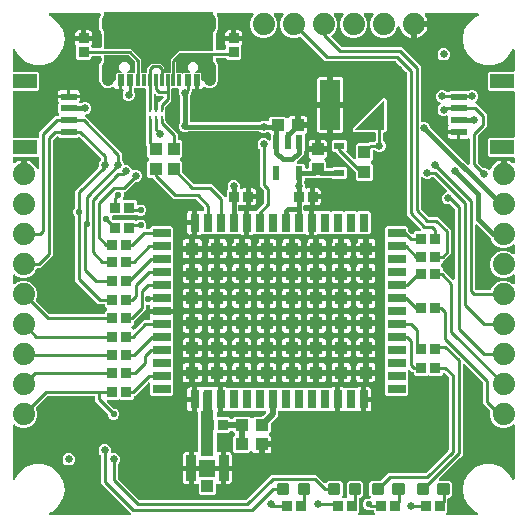
<source format=gtl>
G04 EAGLE Gerber RS-274X export*
G75*
%MOMM*%
%FSLAX34Y34*%
%LPD*%
%INTop Copper*%
%IPPOS*%
%AMOC8*
5,1,8,0,0,1.08239X$1,22.5*%
G01*
%ADD10R,2.000000X1.200000*%
%ADD11R,1.350000X0.600000*%
%ADD12R,0.850000X0.900000*%
%ADD13R,0.850000X2.200000*%
%ADD14R,1.000000X1.050000*%
%ADD15C,1.879600*%
%ADD16R,0.830000X0.630000*%
%ADD17R,1.000000X1.100000*%
%ADD18C,0.635000*%
%ADD19C,0.300000*%
%ADD20R,1.700000X4.200000*%
%ADD21R,1.000000X1.000000*%
%ADD22R,0.300000X1.000000*%
%ADD23R,0.600000X1.000000*%
%ADD24C,1.000000*%
%ADD25R,1.100000X1.000000*%
%ADD26R,0.550000X1.200000*%
%ADD27R,0.900000X0.850000*%
%ADD28R,0.250000X0.610000*%
%ADD29R,0.250000X0.560000*%
%ADD30R,0.800000X1.500000*%
%ADD31R,1.500000X0.800000*%
%ADD32R,1.100000X1.100000*%
%ADD33C,0.558800*%
%ADD34C,0.381000*%
%ADD35C,0.254000*%
%ADD36C,0.508000*%

G36*
X102130Y3320D02*
X102130Y3320D01*
X102269Y3333D01*
X102288Y3340D01*
X102308Y3343D01*
X102437Y3394D01*
X102568Y3441D01*
X102585Y3452D01*
X102603Y3460D01*
X102716Y3541D01*
X102831Y3619D01*
X102844Y3635D01*
X102861Y3646D01*
X102950Y3754D01*
X103042Y3858D01*
X103051Y3876D01*
X103064Y3891D01*
X103123Y4017D01*
X103186Y4141D01*
X103191Y4161D01*
X103199Y4179D01*
X103225Y4315D01*
X103256Y4451D01*
X103255Y4472D01*
X103259Y4491D01*
X103250Y4630D01*
X103246Y4769D01*
X103240Y4789D01*
X103239Y4809D01*
X103196Y4941D01*
X103158Y5075D01*
X103147Y5092D01*
X103141Y5111D01*
X103067Y5229D01*
X102996Y5349D01*
X102978Y5370D01*
X102971Y5380D01*
X102956Y5394D01*
X102890Y5469D01*
X101736Y6623D01*
X101736Y6624D01*
X77977Y30382D01*
X77977Y53832D01*
X77965Y53930D01*
X77962Y54029D01*
X77945Y54088D01*
X77937Y54148D01*
X77901Y54240D01*
X77873Y54335D01*
X77843Y54387D01*
X77820Y54443D01*
X77762Y54523D01*
X77712Y54609D01*
X77646Y54684D01*
X77634Y54701D01*
X77624Y54708D01*
X77606Y54730D01*
X76865Y55470D01*
X76072Y57384D01*
X76072Y59456D01*
X76865Y61370D01*
X78330Y62835D01*
X80244Y63628D01*
X82316Y63628D01*
X84230Y62835D01*
X85695Y61370D01*
X86488Y59456D01*
X86488Y57277D01*
X86503Y57159D01*
X86510Y57040D01*
X86523Y57002D01*
X86528Y56961D01*
X86571Y56851D01*
X86608Y56738D01*
X86630Y56703D01*
X86645Y56666D01*
X86714Y56570D01*
X86778Y56469D01*
X86808Y56441D01*
X86831Y56408D01*
X86923Y56332D01*
X87010Y56251D01*
X87045Y56231D01*
X87076Y56206D01*
X87184Y56155D01*
X87288Y56097D01*
X87328Y56087D01*
X87364Y56070D01*
X87481Y56048D01*
X87596Y56018D01*
X87656Y56014D01*
X87676Y56010D01*
X87697Y56012D01*
X87757Y56008D01*
X89936Y56008D01*
X91850Y55215D01*
X93315Y53750D01*
X94108Y51836D01*
X94108Y49764D01*
X93315Y47850D01*
X92574Y47110D01*
X92514Y47031D01*
X92446Y46959D01*
X92417Y46906D01*
X92380Y46858D01*
X92340Y46767D01*
X92292Y46681D01*
X92277Y46622D01*
X92253Y46567D01*
X92238Y46469D01*
X92213Y46373D01*
X92207Y46273D01*
X92203Y46252D01*
X92205Y46240D01*
X92203Y46212D01*
X92203Y34914D01*
X92215Y34816D01*
X92218Y34717D01*
X92235Y34658D01*
X92243Y34598D01*
X92279Y34506D01*
X92307Y34411D01*
X92337Y34359D01*
X92360Y34303D01*
X92418Y34223D01*
X92468Y34137D01*
X92534Y34062D01*
X92546Y34045D01*
X92556Y34037D01*
X92574Y34016D01*
X110216Y16374D01*
X110295Y16314D01*
X110367Y16246D01*
X110420Y16217D01*
X110468Y16180D01*
X110559Y16140D01*
X110645Y16092D01*
X110704Y16077D01*
X110759Y16053D01*
X110857Y16038D01*
X110953Y16013D01*
X111053Y16007D01*
X111074Y16003D01*
X111086Y16005D01*
X111114Y16003D01*
X200036Y16003D01*
X200134Y16015D01*
X200233Y16018D01*
X200292Y16035D01*
X200352Y16043D01*
X200444Y16079D01*
X200539Y16107D01*
X200591Y16137D01*
X200647Y16160D01*
X200727Y16218D01*
X200813Y16268D01*
X200888Y16334D01*
X200905Y16346D01*
X200913Y16356D01*
X200934Y16374D01*
X222152Y37593D01*
X260448Y37593D01*
X262754Y35287D01*
X262754Y35286D01*
X267280Y30761D01*
X267374Y30688D01*
X267463Y30609D01*
X267499Y30591D01*
X267531Y30566D01*
X267640Y30519D01*
X267746Y30465D01*
X267786Y30456D01*
X267823Y30440D01*
X267941Y30421D01*
X268057Y30395D01*
X268097Y30396D01*
X268137Y30390D01*
X268256Y30401D01*
X268375Y30405D01*
X268413Y30416D01*
X268454Y30420D01*
X268566Y30460D01*
X268680Y30493D01*
X268715Y30513D01*
X268753Y30527D01*
X268851Y30594D01*
X268954Y30654D01*
X268999Y30694D01*
X269016Y30706D01*
X269030Y30721D01*
X269075Y30761D01*
X270747Y32433D01*
X280673Y32433D01*
X282743Y30363D01*
X282743Y20437D01*
X282436Y20130D01*
X282350Y20020D01*
X282262Y19913D01*
X282253Y19894D01*
X282241Y19878D01*
X282185Y19750D01*
X282126Y19625D01*
X282122Y19605D01*
X282114Y19586D01*
X282092Y19448D01*
X282066Y19312D01*
X282068Y19292D01*
X282064Y19272D01*
X282077Y19133D01*
X282086Y18995D01*
X282092Y18976D01*
X282094Y18956D01*
X282141Y18825D01*
X282184Y18693D01*
X282195Y18675D01*
X282202Y18656D01*
X282280Y18542D01*
X282354Y18424D01*
X282369Y18410D01*
X282380Y18393D01*
X282484Y18301D01*
X282586Y18206D01*
X282604Y18196D01*
X282619Y18183D01*
X282742Y18120D01*
X282864Y18052D01*
X282884Y18047D01*
X282902Y18038D01*
X283038Y18008D01*
X283172Y17973D01*
X283200Y17971D01*
X283212Y17968D01*
X283233Y17969D01*
X283333Y17963D01*
X283827Y17963D01*
X283834Y17957D01*
X283943Y17910D01*
X284049Y17856D01*
X284088Y17847D01*
X284126Y17831D01*
X284243Y17812D01*
X284359Y17786D01*
X284400Y17787D01*
X284440Y17781D01*
X284558Y17792D01*
X284677Y17796D01*
X284716Y17807D01*
X284756Y17811D01*
X284868Y17851D01*
X284983Y17884D01*
X285018Y17905D01*
X285056Y17918D01*
X285121Y17963D01*
X285627Y17963D01*
X285765Y17980D01*
X285903Y17993D01*
X285922Y18000D01*
X285943Y18003D01*
X286072Y18054D01*
X286203Y18101D01*
X286219Y18112D01*
X286238Y18120D01*
X286351Y18201D01*
X286466Y18279D01*
X286479Y18295D01*
X286496Y18306D01*
X286584Y18414D01*
X286676Y18518D01*
X286685Y18536D01*
X286698Y18551D01*
X286758Y18677D01*
X286821Y18801D01*
X286825Y18821D01*
X286834Y18839D01*
X286860Y18976D01*
X286891Y19111D01*
X286890Y19132D01*
X286894Y19151D01*
X286885Y19290D01*
X286881Y19429D01*
X286875Y19449D01*
X286874Y19469D01*
X286831Y19601D01*
X286792Y19735D01*
X286782Y19752D01*
X286776Y19771D01*
X286702Y19889D01*
X286631Y20009D01*
X286612Y20030D01*
X286606Y20040D01*
X286591Y20054D01*
X286524Y20130D01*
X286217Y20437D01*
X286217Y30363D01*
X288287Y32433D01*
X298213Y32433D01*
X300283Y30363D01*
X300283Y20437D01*
X298213Y18367D01*
X297832Y18367D01*
X297714Y18352D01*
X297595Y18345D01*
X297557Y18332D01*
X297516Y18327D01*
X297406Y18284D01*
X297293Y18247D01*
X297258Y18225D01*
X297221Y18210D01*
X297125Y18141D01*
X297024Y18077D01*
X296996Y18047D01*
X296963Y18024D01*
X296887Y17932D01*
X296806Y17845D01*
X296786Y17810D01*
X296761Y17779D01*
X296710Y17671D01*
X296652Y17567D01*
X296642Y17527D01*
X296625Y17491D01*
X296603Y17374D01*
X296573Y17259D01*
X296569Y17199D01*
X296565Y17179D01*
X296567Y17158D01*
X296563Y17098D01*
X296563Y6088D01*
X295944Y5469D01*
X295859Y5360D01*
X295770Y5253D01*
X295762Y5234D01*
X295749Y5218D01*
X295694Y5091D01*
X295635Y4965D01*
X295631Y4945D01*
X295623Y4926D01*
X295601Y4788D01*
X295575Y4652D01*
X295576Y4632D01*
X295573Y4612D01*
X295586Y4473D01*
X295595Y4335D01*
X295601Y4316D01*
X295603Y4296D01*
X295650Y4164D01*
X295693Y4033D01*
X295704Y4015D01*
X295710Y3996D01*
X295789Y3881D01*
X295863Y3764D01*
X295878Y3750D01*
X295889Y3733D01*
X295993Y3641D01*
X296095Y3546D01*
X296112Y3536D01*
X296127Y3523D01*
X296251Y3460D01*
X296373Y3392D01*
X296393Y3387D01*
X296411Y3378D01*
X296547Y3348D01*
X296681Y3313D01*
X296709Y3311D01*
X296721Y3308D01*
X296741Y3309D01*
X296842Y3303D01*
X308948Y3303D01*
X309086Y3320D01*
X309225Y3333D01*
X309244Y3340D01*
X309264Y3343D01*
X309393Y3394D01*
X309524Y3441D01*
X309541Y3452D01*
X309560Y3460D01*
X309672Y3541D01*
X309787Y3619D01*
X309800Y3635D01*
X309817Y3646D01*
X309906Y3754D01*
X309998Y3858D01*
X310007Y3876D01*
X310020Y3891D01*
X310079Y4017D01*
X310142Y4141D01*
X310147Y4161D01*
X310155Y4179D01*
X310181Y4315D01*
X310212Y4451D01*
X310211Y4472D01*
X310215Y4491D01*
X310206Y4630D01*
X310202Y4769D01*
X310197Y4789D01*
X310195Y4809D01*
X310153Y4941D01*
X310114Y5075D01*
X310103Y5092D01*
X310097Y5111D01*
X310023Y5229D01*
X309952Y5349D01*
X309934Y5370D01*
X309927Y5380D01*
X309912Y5394D01*
X309846Y5469D01*
X309227Y6088D01*
X309227Y6858D01*
X309212Y6976D01*
X309205Y7095D01*
X309192Y7133D01*
X309187Y7174D01*
X309144Y7284D01*
X309107Y7397D01*
X309085Y7432D01*
X309070Y7469D01*
X309001Y7565D01*
X308937Y7666D01*
X308907Y7694D01*
X308884Y7727D01*
X308792Y7803D01*
X308705Y7884D01*
X308670Y7904D01*
X308639Y7929D01*
X308531Y7980D01*
X308427Y8038D01*
X308387Y8048D01*
X308351Y8065D01*
X308234Y8087D01*
X308119Y8117D01*
X308059Y8121D01*
X308039Y8125D01*
X308018Y8123D01*
X307958Y8127D01*
X306626Y8127D01*
X306617Y8126D01*
X306607Y8127D01*
X306459Y8106D01*
X306310Y8087D01*
X306302Y8084D01*
X306292Y8083D01*
X306140Y8031D01*
X305760Y7873D01*
X303840Y7873D01*
X302066Y8608D01*
X300708Y9966D01*
X299973Y11740D01*
X299973Y13660D01*
X300708Y15434D01*
X302066Y16792D01*
X303840Y17527D01*
X305353Y17527D01*
X305491Y17544D01*
X305629Y17557D01*
X305648Y17564D01*
X305669Y17567D01*
X305798Y17618D01*
X305929Y17665D01*
X305946Y17676D01*
X305964Y17684D01*
X306077Y17765D01*
X306192Y17843D01*
X306205Y17859D01*
X306222Y17870D01*
X306310Y17978D01*
X306402Y18082D01*
X306411Y18100D01*
X306424Y18115D01*
X306484Y18241D01*
X306547Y18365D01*
X306551Y18385D01*
X306560Y18403D01*
X306586Y18540D01*
X306617Y18675D01*
X306616Y18696D01*
X306620Y18715D01*
X306611Y18854D01*
X306607Y18993D01*
X306601Y19013D01*
X306600Y19033D01*
X306557Y19165D01*
X306518Y19299D01*
X306508Y19316D01*
X306502Y19335D01*
X306428Y19453D01*
X306357Y19573D01*
X306338Y19594D01*
X306332Y19604D01*
X306317Y19618D01*
X306250Y19693D01*
X305507Y20437D01*
X305507Y30363D01*
X307577Y32433D01*
X314376Y32433D01*
X314474Y32445D01*
X314573Y32448D01*
X314632Y32465D01*
X314692Y32473D01*
X314784Y32509D01*
X314879Y32537D01*
X314931Y32567D01*
X314987Y32590D01*
X315067Y32648D01*
X315153Y32698D01*
X315228Y32764D01*
X315245Y32776D01*
X315253Y32786D01*
X315274Y32804D01*
X321332Y38863D01*
X352436Y38863D01*
X352534Y38875D01*
X352633Y38878D01*
X352692Y38895D01*
X352752Y38903D01*
X352844Y38939D01*
X352939Y38967D01*
X352991Y38997D01*
X353047Y39020D01*
X353127Y39078D01*
X353213Y39128D01*
X353288Y39194D01*
X353305Y39206D01*
X353313Y39216D01*
X353334Y39234D01*
X372246Y58146D01*
X372306Y58225D01*
X372374Y58297D01*
X372403Y58350D01*
X372440Y58398D01*
X372480Y58489D01*
X372528Y58575D01*
X372543Y58634D01*
X372567Y58689D01*
X372582Y58787D01*
X372607Y58883D01*
X372613Y58983D01*
X372617Y59004D01*
X372615Y59016D01*
X372617Y59044D01*
X372617Y120026D01*
X372605Y120124D01*
X372602Y120223D01*
X372585Y120282D01*
X372577Y120342D01*
X372541Y120434D01*
X372513Y120529D01*
X372483Y120581D01*
X372460Y120637D01*
X372402Y120717D01*
X372352Y120803D01*
X372286Y120878D01*
X372274Y120895D01*
X372264Y120903D01*
X372246Y120924D01*
X369497Y123672D01*
X369388Y123757D01*
X369281Y123846D01*
X369262Y123854D01*
X369246Y123867D01*
X369118Y123922D01*
X368993Y123981D01*
X368973Y123985D01*
X368954Y123993D01*
X368816Y124015D01*
X368680Y124041D01*
X368660Y124040D01*
X368640Y124043D01*
X368501Y124030D01*
X368363Y124021D01*
X368344Y124015D01*
X368324Y124013D01*
X368192Y123966D01*
X368061Y123923D01*
X368043Y123912D01*
X368024Y123905D01*
X367909Y123827D01*
X367792Y123753D01*
X367778Y123738D01*
X367761Y123727D01*
X367669Y123623D01*
X367574Y123521D01*
X367564Y123504D01*
X367551Y123488D01*
X367487Y123364D01*
X367420Y123243D01*
X367415Y123223D01*
X367406Y123205D01*
X367376Y123069D01*
X367341Y122935D01*
X367339Y122907D01*
X367336Y122895D01*
X367337Y122874D01*
X367333Y122815D01*
X366140Y121622D01*
X355901Y121622D01*
X355894Y121628D01*
X355785Y121675D01*
X355679Y121729D01*
X355640Y121738D01*
X355602Y121754D01*
X355484Y121773D01*
X355369Y121799D01*
X355328Y121797D01*
X355288Y121804D01*
X355169Y121793D01*
X355051Y121789D01*
X355012Y121778D01*
X354972Y121774D01*
X354859Y121734D01*
X354745Y121701D01*
X354710Y121680D01*
X354672Y121666D01*
X354607Y121622D01*
X344356Y121622D01*
X343165Y122813D01*
X343165Y123583D01*
X343150Y123701D01*
X343143Y123820D01*
X343130Y123858D01*
X343125Y123898D01*
X343082Y124009D01*
X343045Y124122D01*
X343023Y124156D01*
X343008Y124194D01*
X342939Y124290D01*
X342875Y124391D01*
X342845Y124419D01*
X342822Y124451D01*
X342730Y124527D01*
X342643Y124609D01*
X342608Y124628D01*
X342577Y124654D01*
X342469Y124705D01*
X342365Y124762D01*
X342325Y124773D01*
X342289Y124790D01*
X342172Y124812D01*
X342057Y124842D01*
X341997Y124846D01*
X341977Y124850D01*
X341956Y124848D01*
X341896Y124852D01*
X341647Y124852D01*
X340179Y126320D01*
X340070Y126405D01*
X339963Y126494D01*
X339944Y126502D01*
X339928Y126515D01*
X339800Y126570D01*
X339675Y126629D01*
X339655Y126633D01*
X339636Y126641D01*
X339498Y126663D01*
X339362Y126689D01*
X339342Y126688D01*
X339322Y126691D01*
X339183Y126678D01*
X339045Y126669D01*
X339026Y126663D01*
X339006Y126661D01*
X338874Y126614D01*
X338743Y126571D01*
X338725Y126560D01*
X338706Y126553D01*
X338591Y126475D01*
X338474Y126401D01*
X338460Y126386D01*
X338443Y126375D01*
X338351Y126271D01*
X338256Y126169D01*
X338246Y126152D01*
X338233Y126136D01*
X338169Y126012D01*
X338102Y125891D01*
X338097Y125871D01*
X338088Y125853D01*
X338058Y125717D01*
X338023Y125583D01*
X338021Y125555D01*
X338018Y125543D01*
X338019Y125522D01*
X338013Y125422D01*
X338013Y116143D01*
X338010Y116137D01*
X337956Y116031D01*
X337947Y115991D01*
X337931Y115954D01*
X337912Y115837D01*
X337886Y115720D01*
X337887Y115680D01*
X337881Y115640D01*
X337892Y115522D01*
X337896Y115403D01*
X337907Y115364D01*
X337911Y115324D01*
X337951Y115211D01*
X337984Y115097D01*
X338005Y115062D01*
X338013Y115040D01*
X338013Y105258D01*
X336822Y104067D01*
X320138Y104067D01*
X318947Y105258D01*
X318947Y115057D01*
X318950Y115063D01*
X319004Y115169D01*
X319013Y115208D01*
X319029Y115245D01*
X319048Y115363D01*
X319074Y115479D01*
X319073Y115520D01*
X319079Y115560D01*
X319068Y115678D01*
X319064Y115797D01*
X319053Y115836D01*
X319049Y115876D01*
X319009Y115988D01*
X318976Y116103D01*
X318955Y116137D01*
X318947Y116160D01*
X318947Y126057D01*
X318950Y126063D01*
X319004Y126169D01*
X319013Y126208D01*
X319029Y126245D01*
X319048Y126363D01*
X319074Y126479D01*
X319073Y126520D01*
X319079Y126560D01*
X319068Y126678D01*
X319064Y126797D01*
X319053Y126836D01*
X319049Y126876D01*
X319009Y126988D01*
X318976Y127103D01*
X318955Y127137D01*
X318947Y127160D01*
X318947Y137057D01*
X318950Y137063D01*
X319004Y137169D01*
X319013Y137208D01*
X319029Y137245D01*
X319048Y137363D01*
X319074Y137479D01*
X319073Y137520D01*
X319079Y137560D01*
X319068Y137678D01*
X319064Y137797D01*
X319053Y137836D01*
X319049Y137876D01*
X319009Y137988D01*
X318976Y138103D01*
X318955Y138137D01*
X318947Y138160D01*
X318947Y148057D01*
X318950Y148063D01*
X319004Y148169D01*
X319013Y148208D01*
X319029Y148245D01*
X319048Y148363D01*
X319074Y148479D01*
X319073Y148520D01*
X319079Y148560D01*
X319068Y148678D01*
X319064Y148797D01*
X319053Y148836D01*
X319049Y148876D01*
X319009Y148988D01*
X318976Y149103D01*
X318955Y149137D01*
X318947Y149160D01*
X318947Y159057D01*
X318950Y159063D01*
X319004Y159169D01*
X319013Y159208D01*
X319029Y159245D01*
X319048Y159363D01*
X319074Y159479D01*
X319073Y159520D01*
X319079Y159560D01*
X319068Y159678D01*
X319064Y159797D01*
X319053Y159836D01*
X319049Y159876D01*
X319009Y159988D01*
X318976Y160103D01*
X318955Y160137D01*
X318947Y160160D01*
X318947Y170057D01*
X318950Y170063D01*
X319004Y170169D01*
X319013Y170208D01*
X319029Y170245D01*
X319048Y170363D01*
X319074Y170479D01*
X319073Y170520D01*
X319079Y170560D01*
X319068Y170678D01*
X319064Y170797D01*
X319053Y170836D01*
X319049Y170876D01*
X319009Y170988D01*
X318976Y171103D01*
X318955Y171137D01*
X318947Y171160D01*
X318947Y181057D01*
X318950Y181063D01*
X319004Y181169D01*
X319013Y181208D01*
X319029Y181245D01*
X319048Y181363D01*
X319074Y181479D01*
X319073Y181520D01*
X319079Y181560D01*
X319068Y181678D01*
X319064Y181797D01*
X319053Y181836D01*
X319049Y181876D01*
X319009Y181988D01*
X318976Y182103D01*
X318955Y182137D01*
X318947Y182160D01*
X318947Y192057D01*
X318950Y192063D01*
X319004Y192169D01*
X319013Y192208D01*
X319029Y192245D01*
X319048Y192363D01*
X319074Y192479D01*
X319073Y192520D01*
X319079Y192560D01*
X319068Y192678D01*
X319064Y192797D01*
X319053Y192836D01*
X319049Y192876D01*
X319009Y192988D01*
X318976Y193103D01*
X318955Y193137D01*
X318947Y193160D01*
X318947Y203057D01*
X318950Y203063D01*
X319004Y203169D01*
X319013Y203208D01*
X319029Y203245D01*
X319048Y203363D01*
X319074Y203479D01*
X319073Y203520D01*
X319079Y203560D01*
X319068Y203678D01*
X319064Y203797D01*
X319053Y203836D01*
X319049Y203876D01*
X319009Y203988D01*
X318976Y204103D01*
X318955Y204137D01*
X318947Y204160D01*
X318947Y214057D01*
X318950Y214063D01*
X319004Y214169D01*
X319013Y214208D01*
X319029Y214245D01*
X319048Y214363D01*
X319074Y214479D01*
X319073Y214520D01*
X319079Y214560D01*
X319068Y214678D01*
X319064Y214797D01*
X319053Y214836D01*
X319049Y214876D01*
X319009Y214988D01*
X318976Y215103D01*
X318955Y215137D01*
X318947Y215160D01*
X318947Y225057D01*
X318950Y225063D01*
X319004Y225169D01*
X319013Y225208D01*
X319029Y225245D01*
X319048Y225363D01*
X319074Y225479D01*
X319073Y225520D01*
X319079Y225560D01*
X319068Y225678D01*
X319064Y225797D01*
X319053Y225836D01*
X319049Y225876D01*
X319009Y225988D01*
X318976Y226103D01*
X318955Y226137D01*
X318947Y226160D01*
X318947Y236057D01*
X318950Y236063D01*
X319004Y236169D01*
X319013Y236208D01*
X319029Y236245D01*
X319048Y236363D01*
X319074Y236479D01*
X319073Y236520D01*
X319079Y236560D01*
X319068Y236678D01*
X319064Y236797D01*
X319053Y236836D01*
X319049Y236876D01*
X319009Y236988D01*
X318976Y237103D01*
X318955Y237137D01*
X318947Y237160D01*
X318947Y246942D01*
X320138Y248133D01*
X336822Y248133D01*
X338013Y246942D01*
X338013Y245034D01*
X338025Y244936D01*
X338028Y244837D01*
X338045Y244778D01*
X338053Y244718D01*
X338089Y244626D01*
X338117Y244531D01*
X338147Y244479D01*
X338170Y244423D01*
X338228Y244343D01*
X338278Y244257D01*
X338344Y244182D01*
X338356Y244165D01*
X338366Y244157D01*
X338384Y244136D01*
X340999Y241522D01*
X341108Y241437D01*
X341215Y241348D01*
X341234Y241340D01*
X341250Y241327D01*
X341378Y241272D01*
X341503Y241213D01*
X341523Y241209D01*
X341542Y241201D01*
X341680Y241179D01*
X341816Y241153D01*
X341836Y241154D01*
X341856Y241151D01*
X341995Y241164D01*
X342133Y241173D01*
X342152Y241179D01*
X342172Y241181D01*
X342304Y241228D01*
X342435Y241271D01*
X342453Y241282D01*
X342472Y241289D01*
X342587Y241367D01*
X342704Y241441D01*
X342718Y241456D01*
X342735Y241467D01*
X342827Y241571D01*
X342922Y241673D01*
X342932Y241690D01*
X342945Y241706D01*
X343009Y241829D01*
X343076Y241951D01*
X343081Y241971D01*
X343090Y241989D01*
X343120Y242125D01*
X343155Y242259D01*
X343157Y242287D01*
X343160Y242299D01*
X343159Y242320D01*
X343165Y242420D01*
X343165Y242832D01*
X344356Y244023D01*
X347682Y244023D01*
X347820Y244040D01*
X347959Y244053D01*
X347978Y244060D01*
X347998Y244062D01*
X348127Y244114D01*
X348258Y244161D01*
X348275Y244172D01*
X348294Y244180D01*
X348406Y244261D01*
X348521Y244339D01*
X348535Y244355D01*
X348551Y244366D01*
X348640Y244473D01*
X348732Y244578D01*
X348741Y244596D01*
X348754Y244611D01*
X348813Y244737D01*
X348876Y244861D01*
X348881Y244881D01*
X348889Y244899D01*
X348915Y245035D01*
X348946Y245171D01*
X348945Y245192D01*
X348949Y245211D01*
X348940Y245350D01*
X348936Y245489D01*
X348931Y245509D01*
X348929Y245529D01*
X348886Y245661D01*
X348848Y245795D01*
X348838Y245812D01*
X348831Y245831D01*
X348757Y245949D01*
X348686Y246069D01*
X348668Y246090D01*
X348661Y246100D01*
X348646Y246114D01*
X348580Y246189D01*
X337057Y257712D01*
X337057Y377836D01*
X337045Y377934D01*
X337042Y378033D01*
X337025Y378092D01*
X337017Y378152D01*
X336981Y378244D01*
X336953Y378339D01*
X336923Y378391D01*
X336900Y378447D01*
X336842Y378527D01*
X336792Y378613D01*
X336726Y378688D01*
X336714Y378705D01*
X336704Y378713D01*
X336686Y378734D01*
X327934Y387486D01*
X327855Y387546D01*
X327783Y387614D01*
X327730Y387643D01*
X327682Y387680D01*
X327591Y387720D01*
X327505Y387768D01*
X327446Y387783D01*
X327391Y387807D01*
X327293Y387822D01*
X327197Y387847D01*
X327097Y387853D01*
X327076Y387857D01*
X327064Y387855D01*
X327036Y387857D01*
X267872Y387857D01*
X247346Y408384D01*
X247322Y408402D01*
X247303Y408424D01*
X247197Y408499D01*
X247094Y408579D01*
X247067Y408590D01*
X247043Y408607D01*
X246922Y408653D01*
X246803Y408705D01*
X246773Y408709D01*
X246746Y408720D01*
X246617Y408734D01*
X246488Y408755D01*
X246459Y408752D01*
X246430Y408755D01*
X246301Y408737D01*
X246172Y408725D01*
X246144Y408715D01*
X246115Y408711D01*
X245962Y408659D01*
X243574Y407669D01*
X239026Y407669D01*
X234825Y409409D01*
X231609Y412625D01*
X229869Y416826D01*
X229869Y421374D01*
X231609Y425575D01*
X232365Y426331D01*
X232450Y426440D01*
X232539Y426547D01*
X232548Y426566D01*
X232560Y426582D01*
X232615Y426710D01*
X232674Y426835D01*
X232678Y426855D01*
X232686Y426874D01*
X232708Y427012D01*
X232734Y427148D01*
X232733Y427168D01*
X232736Y427188D01*
X232723Y427327D01*
X232714Y427465D01*
X232708Y427484D01*
X232706Y427504D01*
X232659Y427636D01*
X232616Y427767D01*
X232606Y427785D01*
X232599Y427804D01*
X232521Y427919D01*
X232446Y428036D01*
X232432Y428050D01*
X232420Y428067D01*
X232316Y428159D01*
X232215Y428254D01*
X232197Y428264D01*
X232182Y428277D01*
X232058Y428340D01*
X231936Y428408D01*
X231917Y428413D01*
X231899Y428422D01*
X231763Y428452D01*
X231628Y428487D01*
X231600Y428489D01*
X231588Y428492D01*
X231568Y428491D01*
X231468Y428497D01*
X225732Y428497D01*
X225594Y428480D01*
X225456Y428467D01*
X225437Y428460D01*
X225417Y428457D01*
X225288Y428406D01*
X225157Y428359D01*
X225140Y428348D01*
X225121Y428340D01*
X225009Y428259D01*
X224894Y428181D01*
X224880Y428165D01*
X224864Y428154D01*
X224775Y428046D01*
X224683Y427942D01*
X224674Y427924D01*
X224661Y427909D01*
X224602Y427783D01*
X224539Y427659D01*
X224534Y427639D01*
X224526Y427621D01*
X224499Y427484D01*
X224469Y427349D01*
X224470Y427328D01*
X224466Y427309D01*
X224474Y427170D01*
X224479Y427031D01*
X224484Y427011D01*
X224486Y426991D01*
X224528Y426859D01*
X224567Y426725D01*
X224577Y426708D01*
X224584Y426689D01*
X224658Y426571D01*
X224729Y426451D01*
X224747Y426430D01*
X224754Y426420D01*
X224769Y426406D01*
X224835Y426331D01*
X225591Y425575D01*
X227331Y421374D01*
X227331Y416826D01*
X225591Y412625D01*
X222375Y409409D01*
X218174Y407669D01*
X213626Y407669D01*
X209425Y409409D01*
X206209Y412625D01*
X204469Y416826D01*
X204469Y421374D01*
X206209Y425575D01*
X206965Y426331D01*
X207050Y426440D01*
X207139Y426547D01*
X207148Y426566D01*
X207160Y426582D01*
X207215Y426710D01*
X207274Y426835D01*
X207278Y426855D01*
X207286Y426874D01*
X207308Y427012D01*
X207334Y427148D01*
X207333Y427168D01*
X207336Y427188D01*
X207323Y427327D01*
X207314Y427465D01*
X207308Y427484D01*
X207306Y427504D01*
X207259Y427636D01*
X207216Y427767D01*
X207206Y427785D01*
X207199Y427804D01*
X207121Y427919D01*
X207046Y428036D01*
X207032Y428050D01*
X207020Y428067D01*
X206916Y428159D01*
X206815Y428254D01*
X206797Y428264D01*
X206782Y428277D01*
X206658Y428340D01*
X206536Y428408D01*
X206517Y428413D01*
X206499Y428422D01*
X206363Y428452D01*
X206228Y428487D01*
X206200Y428489D01*
X206188Y428492D01*
X206168Y428491D01*
X206068Y428497D01*
X177217Y428497D01*
X177078Y428480D01*
X176939Y428467D01*
X176921Y428460D01*
X176901Y428457D01*
X176771Y428406D01*
X176640Y428359D01*
X176624Y428348D01*
X176606Y428340D01*
X176493Y428259D01*
X176377Y428180D01*
X176364Y428165D01*
X176348Y428154D01*
X176259Y428046D01*
X176167Y427941D01*
X176158Y427924D01*
X176145Y427909D01*
X176086Y427783D01*
X176023Y427658D01*
X176018Y427639D01*
X176010Y427621D01*
X175984Y427484D01*
X175953Y427348D01*
X175954Y427328D01*
X175950Y427309D01*
X175959Y427170D01*
X175963Y427030D01*
X175969Y427011D01*
X175970Y426991D01*
X176013Y426858D01*
X176052Y426724D01*
X176062Y426707D01*
X176068Y426689D01*
X176100Y426638D01*
X177233Y423903D01*
X177233Y415105D01*
X176162Y412520D01*
X175759Y412118D01*
X175699Y412039D01*
X175631Y411967D01*
X175602Y411914D01*
X175565Y411866D01*
X175525Y411775D01*
X175477Y411689D01*
X175462Y411630D01*
X175438Y411575D01*
X175423Y411477D01*
X175398Y411381D01*
X175392Y411281D01*
X175388Y411260D01*
X175390Y411248D01*
X175388Y411220D01*
X175388Y398822D01*
X175403Y398704D01*
X175410Y398585D01*
X175423Y398547D01*
X175428Y398506D01*
X175471Y398396D01*
X175508Y398283D01*
X175530Y398248D01*
X175545Y398211D01*
X175614Y398115D01*
X175678Y398014D01*
X175708Y397986D01*
X175731Y397953D01*
X175823Y397877D01*
X175910Y397796D01*
X175945Y397776D01*
X175976Y397751D01*
X176084Y397700D01*
X176188Y397642D01*
X176228Y397632D01*
X176264Y397615D01*
X176381Y397593D01*
X176496Y397563D01*
X176556Y397559D01*
X176576Y397555D01*
X176597Y397557D01*
X176657Y397553D01*
X182698Y397553D01*
X182816Y397568D01*
X182935Y397575D01*
X182973Y397588D01*
X183014Y397593D01*
X183124Y397636D01*
X183237Y397673D01*
X183272Y397695D01*
X183309Y397710D01*
X183405Y397779D01*
X183506Y397843D01*
X183534Y397873D01*
X183567Y397896D01*
X183643Y397988D01*
X183724Y398075D01*
X183744Y398110D01*
X183769Y398141D01*
X183820Y398249D01*
X183878Y398353D01*
X183888Y398393D01*
X183905Y398429D01*
X183927Y398546D01*
X183957Y398661D01*
X183961Y398721D01*
X183965Y398741D01*
X183963Y398762D01*
X183967Y398822D01*
X183967Y400969D01*
X183956Y401061D01*
X183954Y401153D01*
X183936Y401218D01*
X183927Y401285D01*
X183893Y401371D01*
X183869Y401460D01*
X183817Y401565D01*
X183810Y401580D01*
X183805Y401587D01*
X183797Y401604D01*
X183632Y401889D01*
X183459Y402536D01*
X183459Y404996D01*
X189645Y404996D01*
X189763Y405011D01*
X189882Y405018D01*
X189920Y405030D01*
X189960Y405036D01*
X190071Y405079D01*
X190184Y405116D01*
X190218Y405138D01*
X190256Y405153D01*
X190352Y405222D01*
X190453Y405286D01*
X190481Y405316D01*
X190505Y405334D01*
X190521Y405320D01*
X190608Y405239D01*
X190643Y405219D01*
X190675Y405194D01*
X190782Y405143D01*
X190887Y405085D01*
X190926Y405075D01*
X190962Y405058D01*
X191079Y405036D01*
X191195Y405006D01*
X191255Y405002D01*
X191275Y404998D01*
X191295Y405000D01*
X191355Y404996D01*
X197541Y404996D01*
X197541Y402536D01*
X197368Y401889D01*
X197203Y401604D01*
X197167Y401519D01*
X197122Y401438D01*
X197106Y401373D01*
X197080Y401311D01*
X197066Y401219D01*
X197043Y401130D01*
X197036Y401013D01*
X197033Y400996D01*
X197034Y400988D01*
X197033Y400969D01*
X197033Y390428D01*
X195842Y389237D01*
X185158Y389237D01*
X183820Y390576D01*
X183741Y390636D01*
X183669Y390704D01*
X183616Y390733D01*
X183568Y390770D01*
X183478Y390810D01*
X183391Y390858D01*
X183332Y390873D01*
X183277Y390897D01*
X183179Y390912D01*
X183083Y390937D01*
X182983Y390943D01*
X182963Y390947D01*
X182950Y390945D01*
X182922Y390947D01*
X176657Y390947D01*
X176539Y390932D01*
X176420Y390925D01*
X176382Y390912D01*
X176341Y390907D01*
X176231Y390864D01*
X176118Y390827D01*
X176083Y390805D01*
X176046Y390790D01*
X175950Y390721D01*
X175849Y390657D01*
X175821Y390627D01*
X175788Y390604D01*
X175712Y390512D01*
X175631Y390425D01*
X175611Y390390D01*
X175586Y390359D01*
X175535Y390251D01*
X175477Y390147D01*
X175467Y390107D01*
X175450Y390071D01*
X175428Y389954D01*
X175398Y389839D01*
X175394Y389779D01*
X175390Y389759D01*
X175392Y389738D01*
X175388Y389678D01*
X175388Y388488D01*
X175400Y388390D01*
X175403Y388291D01*
X175420Y388232D01*
X175428Y388172D01*
X175464Y388080D01*
X175492Y387985D01*
X175522Y387933D01*
X175545Y387877D01*
X175603Y387797D01*
X175653Y387711D01*
X175719Y387636D01*
X175731Y387619D01*
X175741Y387611D01*
X175759Y387590D01*
X176162Y387188D01*
X177233Y384603D01*
X177233Y370805D01*
X176162Y368220D01*
X174184Y366242D01*
X171599Y365171D01*
X168801Y365171D01*
X166080Y366299D01*
X166045Y366308D01*
X166012Y366324D01*
X165892Y366350D01*
X165773Y366382D01*
X165737Y366383D01*
X165701Y366391D01*
X165578Y366386D01*
X165455Y366388D01*
X165420Y366379D01*
X165383Y366378D01*
X165266Y366342D01*
X165146Y366313D01*
X165114Y366296D01*
X165079Y366286D01*
X164973Y366222D01*
X164865Y366165D01*
X164838Y366140D01*
X164807Y366122D01*
X164720Y366034D01*
X164629Y365951D01*
X164609Y365920D01*
X164584Y365895D01*
X164495Y365761D01*
X164283Y365394D01*
X163810Y364921D01*
X163231Y364586D01*
X162584Y364413D01*
X160749Y364413D01*
X160749Y368173D01*
X160734Y368291D01*
X160727Y368410D01*
X160714Y368448D01*
X160709Y368489D01*
X160666Y368599D01*
X160629Y368712D01*
X160607Y368747D01*
X160592Y368784D01*
X160523Y368880D01*
X160459Y368981D01*
X160429Y369009D01*
X160406Y369042D01*
X160314Y369118D01*
X160227Y369199D01*
X160192Y369219D01*
X160161Y369244D01*
X160053Y369295D01*
X159949Y369353D01*
X159909Y369363D01*
X159873Y369380D01*
X159756Y369402D01*
X159641Y369432D01*
X159581Y369436D01*
X159561Y369440D01*
X159540Y369438D01*
X159480Y369442D01*
X159020Y369442D01*
X158902Y369427D01*
X158783Y369420D01*
X158745Y369407D01*
X158704Y369402D01*
X158594Y369359D01*
X158481Y369322D01*
X158446Y369300D01*
X158409Y369285D01*
X158312Y369216D01*
X158212Y369152D01*
X158184Y369122D01*
X158151Y369099D01*
X158075Y369007D01*
X157994Y368920D01*
X157974Y368885D01*
X157949Y368854D01*
X157898Y368746D01*
X157840Y368642D01*
X157830Y368602D01*
X157813Y368566D01*
X157791Y368449D01*
X157761Y368334D01*
X157757Y368274D01*
X157753Y368254D01*
X157755Y368233D01*
X157751Y368173D01*
X157751Y364413D01*
X156072Y364413D01*
X155954Y364398D01*
X155835Y364391D01*
X155797Y364378D01*
X155756Y364373D01*
X155646Y364330D01*
X155533Y364293D01*
X155498Y364271D01*
X155461Y364256D01*
X155365Y364187D01*
X155264Y364123D01*
X155236Y364093D01*
X155203Y364070D01*
X155127Y363978D01*
X155046Y363891D01*
X155026Y363856D01*
X155001Y363825D01*
X154950Y363717D01*
X154892Y363613D01*
X154882Y363573D01*
X154865Y363537D01*
X154843Y363420D01*
X154813Y363305D01*
X154809Y363245D01*
X154805Y363225D01*
X154807Y363204D01*
X154803Y363144D01*
X154803Y362221D01*
X154744Y362145D01*
X154676Y362073D01*
X154647Y362020D01*
X154610Y361972D01*
X154570Y361881D01*
X154522Y361795D01*
X154507Y361736D01*
X154483Y361681D01*
X154468Y361583D01*
X154443Y361487D01*
X154437Y361387D01*
X154433Y361366D01*
X154435Y361354D01*
X154433Y361326D01*
X154433Y360279D01*
X153640Y358365D01*
X153534Y358260D01*
X153474Y358181D01*
X153406Y358109D01*
X153377Y358056D01*
X153340Y358008D01*
X153300Y357917D01*
X153252Y357831D01*
X153237Y357772D01*
X153213Y357717D01*
X153198Y357619D01*
X153173Y357523D01*
X153167Y357423D01*
X153163Y357402D01*
X153165Y357390D01*
X153163Y357362D01*
X153163Y337557D01*
X153178Y337439D01*
X153185Y337320D01*
X153198Y337282D01*
X153203Y337241D01*
X153246Y337131D01*
X153283Y337018D01*
X153305Y336983D01*
X153320Y336946D01*
X153389Y336850D01*
X153453Y336749D01*
X153483Y336721D01*
X153506Y336688D01*
X153598Y336612D01*
X153685Y336531D01*
X153720Y336511D01*
X153751Y336486D01*
X153859Y336435D01*
X153963Y336377D01*
X154003Y336367D01*
X154039Y336350D01*
X154156Y336328D01*
X154271Y336298D01*
X154331Y336294D01*
X154351Y336290D01*
X154372Y336292D01*
X154432Y336288D01*
X211947Y336288D01*
X212045Y336300D01*
X212144Y336303D01*
X212203Y336320D01*
X212263Y336328D01*
X212355Y336364D01*
X212450Y336392D01*
X212502Y336422D01*
X212558Y336445D01*
X212638Y336503D01*
X212724Y336553D01*
X212799Y336619D01*
X212816Y336631D01*
X212823Y336641D01*
X212845Y336659D01*
X212950Y336765D01*
X214864Y337558D01*
X216936Y337558D01*
X218432Y336938D01*
X218480Y336925D01*
X218525Y336904D01*
X218633Y336883D01*
X218739Y336854D01*
X218789Y336853D01*
X218838Y336844D01*
X218947Y336851D01*
X219057Y336849D01*
X219105Y336860D01*
X219155Y336864D01*
X219259Y336897D01*
X219366Y336923D01*
X219410Y336946D01*
X219457Y336962D01*
X219550Y337020D01*
X219647Y337072D01*
X219684Y337105D01*
X219726Y337132D01*
X219801Y337212D01*
X219883Y337286D01*
X219910Y337327D01*
X219944Y337363D01*
X219997Y337460D01*
X220057Y337551D01*
X220074Y337598D01*
X220098Y337642D01*
X220125Y337748D01*
X220161Y337852D01*
X220165Y337902D01*
X220177Y337950D01*
X220187Y338111D01*
X220187Y339852D01*
X221378Y341043D01*
X234062Y341043D01*
X235046Y340058D01*
X235146Y339981D01*
X235241Y339899D01*
X235271Y339884D01*
X235298Y339863D01*
X235413Y339813D01*
X235526Y339757D01*
X235559Y339750D01*
X235590Y339737D01*
X235714Y339717D01*
X235837Y339691D01*
X235870Y339692D01*
X235904Y339687D01*
X236029Y339699D01*
X236154Y339704D01*
X236187Y339714D01*
X236220Y339717D01*
X236339Y339759D01*
X236459Y339796D01*
X236488Y339813D01*
X236520Y339824D01*
X236624Y339895D01*
X236731Y339960D01*
X236755Y339984D01*
X236783Y340003D01*
X236866Y340097D01*
X236954Y340187D01*
X236981Y340228D01*
X236993Y340241D01*
X237003Y340261D01*
X237043Y340321D01*
X237187Y340570D01*
X237660Y341043D01*
X238239Y341378D01*
X238886Y341551D01*
X242221Y341551D01*
X242221Y335240D01*
X242236Y335122D01*
X242243Y335003D01*
X242255Y334965D01*
X242261Y334925D01*
X242304Y334814D01*
X242341Y334701D01*
X242363Y334667D01*
X242378Y334629D01*
X242447Y334533D01*
X242511Y334432D01*
X242541Y334404D01*
X242564Y334372D01*
X242656Y334296D01*
X242743Y334214D01*
X242778Y334195D01*
X242809Y334169D01*
X242917Y334118D01*
X243021Y334061D01*
X243061Y334051D01*
X243097Y334033D01*
X243214Y334011D01*
X243329Y333981D01*
X243389Y333977D01*
X243409Y333974D01*
X243430Y333975D01*
X243490Y333971D01*
X244681Y333971D01*
X244681Y332780D01*
X244696Y332662D01*
X244703Y332543D01*
X244716Y332505D01*
X244721Y332464D01*
X244765Y332354D01*
X244801Y332241D01*
X244823Y332206D01*
X244838Y332169D01*
X244908Y332072D01*
X244971Y331972D01*
X245001Y331944D01*
X245025Y331911D01*
X245116Y331835D01*
X245203Y331754D01*
X245238Y331734D01*
X245270Y331709D01*
X245377Y331658D01*
X245482Y331600D01*
X245521Y331590D01*
X245557Y331573D01*
X245674Y331551D01*
X245790Y331521D01*
X245850Y331517D01*
X245870Y331513D01*
X245890Y331515D01*
X245950Y331511D01*
X252761Y331511D01*
X252761Y328676D01*
X252588Y328029D01*
X252253Y327450D01*
X251780Y326977D01*
X251137Y326606D01*
X251053Y326542D01*
X250964Y326485D01*
X250927Y326446D01*
X250884Y326414D01*
X250818Y326331D01*
X250746Y326254D01*
X250720Y326207D01*
X250686Y326164D01*
X250643Y326068D01*
X250592Y325975D01*
X250579Y325923D01*
X250557Y325874D01*
X250539Y325769D01*
X250513Y325667D01*
X250508Y325582D01*
X250504Y325560D01*
X250505Y325545D01*
X250503Y325507D01*
X250503Y312229D01*
X250029Y311756D01*
X249969Y311677D01*
X249901Y311605D01*
X249872Y311552D01*
X249835Y311504D01*
X249795Y311414D01*
X249747Y311327D01*
X249732Y311268D01*
X249708Y311213D01*
X249693Y311115D01*
X249668Y311019D01*
X249662Y310919D01*
X249658Y310899D01*
X249660Y310886D01*
X249658Y310858D01*
X249658Y308859D01*
X244067Y303268D01*
X243982Y303159D01*
X243893Y303052D01*
X243885Y303033D01*
X243872Y303017D01*
X243817Y302889D01*
X243758Y302764D01*
X243754Y302744D01*
X243746Y302725D01*
X243724Y302587D01*
X243698Y302451D01*
X243699Y302431D01*
X243696Y302411D01*
X243709Y302272D01*
X243718Y302134D01*
X243724Y302115D01*
X243726Y302095D01*
X243773Y301963D01*
X243816Y301832D01*
X243827Y301814D01*
X243834Y301795D01*
X243912Y301680D01*
X243986Y301563D01*
X244001Y301549D01*
X244012Y301532D01*
X244116Y301440D01*
X244218Y301345D01*
X244235Y301335D01*
X244251Y301322D01*
X244375Y301258D01*
X244496Y301191D01*
X244516Y301186D01*
X244534Y301177D01*
X244670Y301147D01*
X244804Y301112D01*
X244832Y301110D01*
X244844Y301107D01*
X244865Y301108D01*
X244965Y301102D01*
X249312Y301102D01*
X250503Y299911D01*
X250503Y298276D01*
X250518Y298158D01*
X250525Y298039D01*
X250538Y298001D01*
X250543Y297960D01*
X250586Y297850D01*
X250623Y297737D01*
X250645Y297702D01*
X250660Y297665D01*
X250729Y297569D01*
X250793Y297468D01*
X250823Y297440D01*
X250846Y297407D01*
X250938Y297331D01*
X251025Y297250D01*
X251060Y297230D01*
X251091Y297205D01*
X251199Y297154D01*
X251303Y297096D01*
X251343Y297086D01*
X251379Y297069D01*
X251496Y297047D01*
X251611Y297017D01*
X251671Y297013D01*
X251691Y297009D01*
X251712Y297011D01*
X251772Y297007D01*
X253318Y297007D01*
X253436Y297022D01*
X253555Y297029D01*
X253593Y297042D01*
X253634Y297047D01*
X253744Y297090D01*
X253857Y297127D01*
X253892Y297149D01*
X253929Y297164D01*
X254025Y297233D01*
X254126Y297297D01*
X254154Y297327D01*
X254187Y297350D01*
X254263Y297442D01*
X254344Y297529D01*
X254364Y297564D01*
X254389Y297595D01*
X254440Y297703D01*
X254498Y297807D01*
X254508Y297847D01*
X254525Y297883D01*
X254547Y298000D01*
X254577Y298115D01*
X254581Y298175D01*
X254585Y298195D01*
X254583Y298216D01*
X254587Y298276D01*
X254587Y302642D01*
X255572Y303626D01*
X255649Y303726D01*
X255731Y303821D01*
X255746Y303851D01*
X255767Y303878D01*
X255817Y303993D01*
X255873Y304106D01*
X255880Y304139D01*
X255893Y304170D01*
X255913Y304294D01*
X255939Y304417D01*
X255938Y304450D01*
X255943Y304484D01*
X255931Y304609D01*
X255926Y304734D01*
X255916Y304767D01*
X255913Y304800D01*
X255871Y304919D01*
X255834Y305039D01*
X255817Y305068D01*
X255806Y305100D01*
X255735Y305204D01*
X255670Y305311D01*
X255646Y305335D01*
X255627Y305363D01*
X255533Y305446D01*
X255443Y305534D01*
X255402Y305561D01*
X255389Y305573D01*
X255369Y305583D01*
X255309Y305623D01*
X255060Y305767D01*
X254587Y306240D01*
X254252Y306819D01*
X254079Y307466D01*
X254079Y310801D01*
X260390Y310801D01*
X260508Y310816D01*
X260627Y310823D01*
X260665Y310835D01*
X260705Y310841D01*
X260816Y310884D01*
X260929Y310921D01*
X260963Y310943D01*
X261001Y310958D01*
X261097Y311027D01*
X261198Y311091D01*
X261226Y311121D01*
X261258Y311144D01*
X261334Y311236D01*
X261416Y311323D01*
X261435Y311358D01*
X261461Y311389D01*
X261512Y311497D01*
X261569Y311601D01*
X261579Y311641D01*
X261597Y311677D01*
X261617Y311784D01*
X261621Y311754D01*
X261665Y311644D01*
X261701Y311531D01*
X261723Y311496D01*
X261738Y311459D01*
X261808Y311362D01*
X261871Y311262D01*
X261901Y311234D01*
X261925Y311201D01*
X262016Y311125D01*
X262103Y311044D01*
X262138Y311024D01*
X262170Y310999D01*
X262277Y310948D01*
X262382Y310890D01*
X262421Y310880D01*
X262457Y310863D01*
X262574Y310841D01*
X262690Y310811D01*
X262750Y310807D01*
X262770Y310803D01*
X262790Y310805D01*
X262850Y310801D01*
X269161Y310801D01*
X269161Y307466D01*
X268988Y306819D01*
X268653Y306240D01*
X268180Y305767D01*
X267931Y305623D01*
X267831Y305547D01*
X267727Y305477D01*
X267705Y305451D01*
X267678Y305431D01*
X267600Y305332D01*
X267516Y305238D01*
X267501Y305208D01*
X267480Y305182D01*
X267429Y305067D01*
X267372Y304955D01*
X267364Y304922D01*
X267351Y304891D01*
X267330Y304767D01*
X267302Y304645D01*
X267303Y304611D01*
X267298Y304578D01*
X267308Y304452D01*
X267312Y304327D01*
X267321Y304294D01*
X267324Y304261D01*
X267365Y304142D01*
X267400Y304021D01*
X267417Y303992D01*
X267428Y303960D01*
X267498Y303856D01*
X267562Y303747D01*
X267594Y303711D01*
X267604Y303695D01*
X267620Y303681D01*
X267668Y303626D01*
X268653Y302642D01*
X268653Y298507D01*
X268668Y298389D01*
X268675Y298270D01*
X268688Y298232D01*
X268693Y298191D01*
X268736Y298081D01*
X268773Y297968D01*
X268795Y297933D01*
X268810Y297896D01*
X268879Y297800D01*
X268943Y297699D01*
X268973Y297671D01*
X268996Y297638D01*
X269088Y297562D01*
X269175Y297481D01*
X269210Y297461D01*
X269241Y297436D01*
X269349Y297385D01*
X269453Y297327D01*
X269493Y297317D01*
X269529Y297300D01*
X269646Y297278D01*
X269761Y297248D01*
X269821Y297244D01*
X269841Y297240D01*
X269862Y297242D01*
X269922Y297238D01*
X273145Y297238D01*
X273243Y297250D01*
X273343Y297253D01*
X273401Y297270D01*
X273461Y297278D01*
X273553Y297314D01*
X273648Y297342D01*
X273700Y297372D01*
X273757Y297395D01*
X273837Y297453D01*
X273922Y297503D01*
X273997Y297569D01*
X274014Y297581D01*
X274022Y297591D01*
X274043Y297610D01*
X274916Y298483D01*
X284900Y298483D01*
X286091Y297292D01*
X286091Y289308D01*
X284900Y288117D01*
X274916Y288117D01*
X274043Y288990D01*
X273965Y289051D01*
X273892Y289119D01*
X273839Y289148D01*
X273792Y289185D01*
X273701Y289225D01*
X273614Y289273D01*
X273555Y289288D01*
X273500Y289312D01*
X273402Y289327D01*
X273306Y289352D01*
X273206Y289358D01*
X273186Y289362D01*
X273173Y289360D01*
X273145Y289362D01*
X268583Y289362D01*
X268485Y289350D01*
X268386Y289347D01*
X268327Y289330D01*
X268267Y289322D01*
X268175Y289286D01*
X268080Y289258D01*
X268028Y289228D01*
X267972Y289205D01*
X267891Y289147D01*
X267806Y289097D01*
X267731Y289031D01*
X267714Y289019D01*
X267706Y289009D01*
X267685Y288991D01*
X267462Y288767D01*
X255776Y288767D01*
X255707Y288820D01*
X255635Y288888D01*
X255582Y288917D01*
X255534Y288954D01*
X255444Y288994D01*
X255357Y289042D01*
X255298Y289057D01*
X255243Y289081D01*
X255145Y289096D01*
X255049Y289121D01*
X254949Y289127D01*
X254929Y289131D01*
X254916Y289129D01*
X254888Y289131D01*
X251772Y289131D01*
X251654Y289116D01*
X251535Y289109D01*
X251497Y289096D01*
X251456Y289091D01*
X251346Y289048D01*
X251233Y289011D01*
X251198Y288989D01*
X251161Y288974D01*
X251065Y288905D01*
X250964Y288841D01*
X250936Y288811D01*
X250903Y288788D01*
X250827Y288696D01*
X250746Y288609D01*
X250726Y288574D01*
X250701Y288543D01*
X250650Y288435D01*
X250592Y288331D01*
X250582Y288291D01*
X250565Y288255D01*
X250543Y288138D01*
X250513Y288023D01*
X250509Y287963D01*
X250505Y287943D01*
X250507Y287922D01*
X250503Y287862D01*
X250503Y286214D01*
X250454Y286145D01*
X250374Y286042D01*
X250363Y286015D01*
X250346Y285991D01*
X250300Y285870D01*
X250248Y285751D01*
X250243Y285721D01*
X250233Y285694D01*
X250219Y285564D01*
X250198Y285437D01*
X250201Y285407D01*
X250198Y285378D01*
X250216Y285249D01*
X250228Y285120D01*
X250238Y285092D01*
X250242Y285063D01*
X250294Y284910D01*
X250868Y283526D01*
X250868Y281260D01*
X250883Y281136D01*
X250884Y281128D01*
X250890Y281032D01*
X250891Y281028D01*
X250893Y281010D01*
X250903Y280978D01*
X250908Y280945D01*
X250954Y280828D01*
X250994Y280709D01*
X251012Y280681D01*
X251025Y280649D01*
X251098Y280548D01*
X251167Y280442D01*
X251192Y280419D01*
X251211Y280392D01*
X251308Y280312D01*
X251401Y280227D01*
X251431Y280211D01*
X251456Y280189D01*
X251570Y280136D01*
X251681Y280076D01*
X251714Y280068D01*
X251744Y280054D01*
X251867Y280030D01*
X251990Y280000D01*
X252023Y280000D01*
X252056Y279994D01*
X252144Y279999D01*
X252167Y279999D01*
X252186Y280002D01*
X252308Y280003D01*
X252356Y280012D01*
X252374Y280014D01*
X252394Y280020D01*
X252466Y280034D01*
X252676Y280091D01*
X255136Y280091D01*
X255136Y273905D01*
X255151Y273787D01*
X255158Y273668D01*
X255170Y273630D01*
X255176Y273590D01*
X255219Y273479D01*
X255256Y273366D01*
X255278Y273332D01*
X255293Y273294D01*
X255362Y273198D01*
X255426Y273097D01*
X255456Y273069D01*
X255474Y273045D01*
X255460Y273029D01*
X255379Y272942D01*
X255359Y272907D01*
X255334Y272875D01*
X255283Y272768D01*
X255225Y272663D01*
X255215Y272624D01*
X255198Y272588D01*
X255176Y272471D01*
X255146Y272355D01*
X255142Y272295D01*
X255138Y272275D01*
X255140Y272255D01*
X255136Y272195D01*
X255136Y266009D01*
X252676Y266009D01*
X252029Y266182D01*
X251744Y266347D01*
X251659Y266383D01*
X251578Y266428D01*
X251513Y266444D01*
X251451Y266470D01*
X251359Y266484D01*
X251270Y266507D01*
X251153Y266514D01*
X251136Y266517D01*
X251128Y266516D01*
X251109Y266517D01*
X250867Y266517D01*
X250749Y266502D01*
X250630Y266495D01*
X250592Y266482D01*
X250551Y266477D01*
X250441Y266434D01*
X250328Y266397D01*
X250293Y266375D01*
X250256Y266360D01*
X250160Y266291D01*
X250059Y266227D01*
X250031Y266197D01*
X249998Y266174D01*
X249922Y266082D01*
X249841Y265995D01*
X249821Y265960D01*
X249796Y265929D01*
X249745Y265821D01*
X249687Y265717D01*
X249677Y265677D01*
X249660Y265641D01*
X249638Y265524D01*
X249608Y265409D01*
X249604Y265349D01*
X249600Y265329D01*
X249602Y265308D01*
X249598Y265248D01*
X249598Y262068D01*
X249614Y261936D01*
X249625Y261805D01*
X249634Y261779D01*
X249638Y261753D01*
X249686Y261629D01*
X249730Y261504D01*
X249745Y261482D01*
X249755Y261457D01*
X249832Y261350D01*
X249906Y261239D01*
X249926Y261221D01*
X249941Y261200D01*
X250044Y261115D01*
X250142Y261026D01*
X250166Y261014D01*
X250186Y260997D01*
X250306Y260940D01*
X250424Y260879D01*
X250450Y260873D01*
X250474Y260861D01*
X250604Y260836D01*
X250733Y260806D01*
X250760Y260806D01*
X250786Y260801D01*
X250919Y260810D01*
X251051Y260812D01*
X251077Y260819D01*
X251104Y260821D01*
X251230Y260862D01*
X251358Y260897D01*
X251392Y260914D01*
X251406Y260919D01*
X251425Y260931D01*
X251499Y260967D01*
X252146Y261141D01*
X254481Y261141D01*
X254481Y251830D01*
X254496Y251712D01*
X254503Y251593D01*
X254515Y251555D01*
X254521Y251515D01*
X254564Y251404D01*
X254601Y251291D01*
X254623Y251257D01*
X254638Y251219D01*
X254707Y251123D01*
X254718Y251106D01*
X254704Y251082D01*
X254679Y251050D01*
X254628Y250943D01*
X254570Y250838D01*
X254560Y250799D01*
X254543Y250763D01*
X254521Y250646D01*
X254491Y250530D01*
X254487Y250470D01*
X254483Y250450D01*
X254485Y250430D01*
X254481Y250370D01*
X254481Y241059D01*
X252146Y241059D01*
X251499Y241232D01*
X251214Y241397D01*
X251129Y241433D01*
X251048Y241478D01*
X250983Y241494D01*
X250921Y241520D01*
X250829Y241534D01*
X250740Y241557D01*
X250623Y241564D01*
X250606Y241567D01*
X250598Y241566D01*
X250579Y241567D01*
X240523Y241567D01*
X240517Y241570D01*
X240411Y241624D01*
X240371Y241633D01*
X240334Y241649D01*
X240217Y241668D01*
X240100Y241694D01*
X240060Y241693D01*
X240020Y241699D01*
X239902Y241688D01*
X239783Y241684D01*
X239744Y241673D01*
X239704Y241669D01*
X239591Y241629D01*
X239477Y241596D01*
X239442Y241575D01*
X239420Y241567D01*
X229523Y241567D01*
X229517Y241570D01*
X229411Y241624D01*
X229371Y241633D01*
X229334Y241649D01*
X229217Y241668D01*
X229100Y241694D01*
X229060Y241693D01*
X229020Y241699D01*
X228902Y241688D01*
X228783Y241684D01*
X228744Y241673D01*
X228704Y241669D01*
X228591Y241629D01*
X228477Y241596D01*
X228442Y241575D01*
X228420Y241567D01*
X218523Y241567D01*
X218517Y241570D01*
X218411Y241624D01*
X218371Y241633D01*
X218334Y241649D01*
X218217Y241668D01*
X218100Y241694D01*
X218060Y241693D01*
X218020Y241699D01*
X217902Y241688D01*
X217783Y241684D01*
X217744Y241673D01*
X217704Y241669D01*
X217591Y241629D01*
X217477Y241596D01*
X217442Y241575D01*
X217420Y241567D01*
X207381Y241567D01*
X207289Y241556D01*
X207197Y241554D01*
X207132Y241536D01*
X207065Y241527D01*
X206979Y241493D01*
X206890Y241469D01*
X206785Y241417D01*
X206770Y241410D01*
X206763Y241405D01*
X206746Y241397D01*
X206461Y241232D01*
X205814Y241059D01*
X203479Y241059D01*
X203479Y250370D01*
X203464Y250488D01*
X203457Y250607D01*
X203444Y250645D01*
X203439Y250685D01*
X203396Y250796D01*
X203359Y250909D01*
X203337Y250943D01*
X203322Y250981D01*
X203253Y251077D01*
X203242Y251094D01*
X203256Y251118D01*
X203281Y251150D01*
X203332Y251257D01*
X203390Y251362D01*
X203400Y251401D01*
X203417Y251437D01*
X203439Y251554D01*
X203469Y251670D01*
X203473Y251730D01*
X203477Y251750D01*
X203475Y251770D01*
X203479Y251830D01*
X203479Y261141D01*
X205814Y261141D01*
X206461Y260968D01*
X206746Y260803D01*
X206831Y260767D01*
X206912Y260722D01*
X206977Y260706D01*
X207039Y260680D01*
X207131Y260666D01*
X207220Y260643D01*
X207337Y260636D01*
X207354Y260633D01*
X207362Y260634D01*
X207381Y260633D01*
X208446Y260633D01*
X208544Y260645D01*
X208643Y260648D01*
X208702Y260665D01*
X208762Y260673D01*
X208854Y260709D01*
X208949Y260737D01*
X209001Y260767D01*
X209057Y260790D01*
X209137Y260848D01*
X209223Y260898D01*
X209298Y260964D01*
X209315Y260976D01*
X209323Y260986D01*
X209344Y261004D01*
X216036Y267696D01*
X216096Y267775D01*
X216164Y267847D01*
X216190Y267893D01*
X216192Y267895D01*
X216194Y267901D01*
X216230Y267948D01*
X216270Y268039D01*
X216318Y268125D01*
X216333Y268184D01*
X216357Y268239D01*
X216372Y268337D01*
X216397Y268433D01*
X216403Y268533D01*
X216407Y268554D01*
X216405Y268566D01*
X216407Y268594D01*
X216407Y277506D01*
X216395Y277604D01*
X216392Y277703D01*
X216375Y277762D01*
X216367Y277822D01*
X216331Y277914D01*
X216303Y278009D01*
X216273Y278061D01*
X216250Y278117D01*
X216192Y278197D01*
X216142Y278283D01*
X216076Y278358D01*
X216064Y278375D01*
X216054Y278383D01*
X216036Y278404D01*
X212597Y281842D01*
X212597Y312912D01*
X212585Y313010D01*
X212582Y313109D01*
X212565Y313168D01*
X212557Y313228D01*
X212521Y313320D01*
X212493Y313415D01*
X212463Y313467D01*
X212440Y313523D01*
X212382Y313603D01*
X212332Y313689D01*
X212266Y313764D01*
X212254Y313781D01*
X212244Y313788D01*
X212226Y313810D01*
X211485Y314550D01*
X210692Y316464D01*
X210692Y318536D01*
X211485Y320450D01*
X212950Y321915D01*
X214864Y322708D01*
X216936Y322708D01*
X218850Y321915D01*
X219771Y320994D01*
X219880Y320910D01*
X219987Y320820D01*
X220006Y320812D01*
X220022Y320799D01*
X220149Y320744D01*
X220275Y320685D01*
X220295Y320681D01*
X220314Y320673D01*
X220452Y320651D01*
X220588Y320625D01*
X220608Y320626D01*
X220628Y320623D01*
X220767Y320636D01*
X220905Y320645D01*
X220924Y320651D01*
X220944Y320653D01*
X221076Y320700D01*
X221207Y320743D01*
X221225Y320754D01*
X221244Y320761D01*
X221359Y320839D01*
X221476Y320913D01*
X221490Y320928D01*
X221507Y320939D01*
X221599Y321043D01*
X221694Y321145D01*
X221704Y321162D01*
X221717Y321178D01*
X221780Y321301D01*
X221848Y321423D01*
X221853Y321443D01*
X221862Y321461D01*
X221892Y321597D01*
X221927Y321731D01*
X221929Y321759D01*
X221932Y321771D01*
X221931Y321792D01*
X221937Y321892D01*
X221937Y325892D01*
X221925Y325990D01*
X221922Y326089D01*
X221905Y326148D01*
X221897Y326208D01*
X221861Y326300D01*
X221833Y326395D01*
X221803Y326447D01*
X221780Y326503D01*
X221722Y326583D01*
X221672Y326669D01*
X221606Y326744D01*
X221594Y326761D01*
X221584Y326769D01*
X221566Y326790D01*
X220533Y327823D01*
X220439Y327896D01*
X220349Y327974D01*
X220313Y327993D01*
X220281Y328018D01*
X220172Y328065D01*
X220066Y328119D01*
X220027Y328128D01*
X219989Y328144D01*
X219872Y328163D01*
X219756Y328189D01*
X219715Y328188D01*
X219675Y328194D01*
X219557Y328183D01*
X219438Y328179D01*
X219399Y328168D01*
X219359Y328164D01*
X219247Y328124D01*
X219132Y328091D01*
X219098Y328070D01*
X219059Y328056D01*
X218961Y327990D01*
X218912Y327961D01*
X216936Y327142D01*
X214864Y327142D01*
X212950Y327935D01*
X212845Y328041D01*
X212766Y328101D01*
X212694Y328169D01*
X212641Y328198D01*
X212593Y328235D01*
X212502Y328275D01*
X212416Y328323D01*
X212357Y328338D01*
X212302Y328362D01*
X212204Y328377D01*
X212108Y328402D01*
X212008Y328408D01*
X211987Y328412D01*
X211975Y328410D01*
X211947Y328412D01*
X152046Y328412D01*
X152037Y328411D01*
X152028Y328412D01*
X151879Y328391D01*
X151731Y328372D01*
X151722Y328369D01*
X151713Y328368D01*
X151561Y328316D01*
X150261Y327777D01*
X148189Y327777D01*
X146275Y328570D01*
X144810Y330035D01*
X144017Y331949D01*
X144017Y334021D01*
X144810Y335935D01*
X144916Y336040D01*
X144976Y336119D01*
X145044Y336191D01*
X145073Y336244D01*
X145110Y336292D01*
X145150Y336383D01*
X145198Y336469D01*
X145213Y336528D01*
X145237Y336583D01*
X145252Y336681D01*
X145277Y336777D01*
X145283Y336877D01*
X145287Y336898D01*
X145285Y336910D01*
X145287Y336938D01*
X145287Y357362D01*
X145275Y357460D01*
X145272Y357559D01*
X145255Y357618D01*
X145247Y357678D01*
X145211Y357770D01*
X145183Y357865D01*
X145153Y357917D01*
X145130Y357973D01*
X145072Y358053D01*
X145022Y358139D01*
X144956Y358214D01*
X144944Y358231D01*
X144934Y358238D01*
X144916Y358260D01*
X144810Y358365D01*
X144017Y360279D01*
X144017Y362351D01*
X144355Y363166D01*
X144368Y363214D01*
X144389Y363259D01*
X144410Y363367D01*
X144439Y363473D01*
X144440Y363523D01*
X144449Y363572D01*
X144442Y363681D01*
X144444Y363791D01*
X144432Y363839D01*
X144429Y363889D01*
X144396Y363993D01*
X144370Y364100D01*
X144347Y364144D01*
X144331Y364191D01*
X144273Y364284D01*
X144221Y364381D01*
X144188Y364418D01*
X144161Y364460D01*
X144081Y364535D01*
X144007Y364617D01*
X143966Y364644D01*
X143930Y364678D01*
X143833Y364731D01*
X143742Y364791D01*
X143695Y364808D01*
X143651Y364832D01*
X143545Y364859D01*
X143441Y364895D01*
X143391Y364899D01*
X143343Y364911D01*
X143182Y364921D01*
X139072Y364921D01*
X138954Y364906D01*
X138835Y364899D01*
X138797Y364886D01*
X138756Y364881D01*
X138646Y364838D01*
X138533Y364801D01*
X138498Y364779D01*
X138461Y364764D01*
X138365Y364695D01*
X138264Y364631D01*
X138236Y364601D01*
X138203Y364578D01*
X138127Y364486D01*
X138046Y364399D01*
X138026Y364364D01*
X138001Y364333D01*
X137950Y364225D01*
X137892Y364121D01*
X137882Y364081D01*
X137865Y364045D01*
X137843Y363928D01*
X137813Y363813D01*
X137809Y363753D01*
X137805Y363733D01*
X137807Y363712D01*
X137803Y363652D01*
X137803Y354112D01*
X133134Y349444D01*
X133074Y349365D01*
X133006Y349293D01*
X132977Y349240D01*
X132940Y349192D01*
X132900Y349101D01*
X132852Y349015D01*
X132838Y348959D01*
X132825Y348932D01*
X132824Y348925D01*
X132813Y348901D01*
X132798Y348803D01*
X132773Y348707D01*
X132768Y348636D01*
X132765Y348619D01*
X132766Y348604D01*
X132763Y348586D01*
X132765Y348574D01*
X132763Y348546D01*
X132763Y345743D01*
X132753Y345705D01*
X132747Y345605D01*
X132743Y345584D01*
X132745Y345572D01*
X132743Y345544D01*
X132743Y341022D01*
X132755Y340924D01*
X132758Y340825D01*
X132763Y340809D01*
X132763Y337254D01*
X132775Y337156D01*
X132778Y337057D01*
X132795Y336998D01*
X132803Y336938D01*
X132839Y336846D01*
X132867Y336751D01*
X132897Y336699D01*
X132920Y336643D01*
X132978Y336563D01*
X133028Y336477D01*
X133094Y336402D01*
X133106Y336385D01*
X133116Y336377D01*
X133134Y336356D01*
X143003Y326488D01*
X143003Y322102D01*
X143018Y321984D01*
X143025Y321865D01*
X143038Y321827D01*
X143043Y321786D01*
X143086Y321676D01*
X143123Y321563D01*
X143145Y321528D01*
X143160Y321491D01*
X143229Y321395D01*
X143293Y321294D01*
X143323Y321266D01*
X143346Y321233D01*
X143438Y321157D01*
X143525Y321076D01*
X143560Y321056D01*
X143591Y321031D01*
X143699Y320980D01*
X143803Y320922D01*
X143843Y320912D01*
X143879Y320895D01*
X143996Y320873D01*
X144111Y320843D01*
X144171Y320839D01*
X144191Y320835D01*
X144212Y320837D01*
X144272Y320833D01*
X145542Y320833D01*
X146733Y319642D01*
X146733Y306958D01*
X145472Y305698D01*
X145399Y305603D01*
X145320Y305514D01*
X145302Y305478D01*
X145277Y305446D01*
X145230Y305337D01*
X145176Y305231D01*
X145167Y305192D01*
X145151Y305154D01*
X145132Y305037D01*
X145106Y304921D01*
X145107Y304880D01*
X145101Y304840D01*
X145112Y304722D01*
X145116Y304603D01*
X145127Y304564D01*
X145131Y304524D01*
X145171Y304411D01*
X145204Y304297D01*
X145225Y304263D01*
X145238Y304224D01*
X145305Y304126D01*
X145366Y304023D01*
X145406Y303978D01*
X145417Y303961D01*
X145432Y303948D01*
X145472Y303903D01*
X146733Y302642D01*
X146733Y294464D01*
X146745Y294366D01*
X146748Y294267D01*
X146765Y294208D01*
X146773Y294148D01*
X146809Y294056D01*
X146837Y293961D01*
X146867Y293909D01*
X146890Y293853D01*
X146948Y293773D01*
X146998Y293687D01*
X147064Y293612D01*
X147076Y293595D01*
X147086Y293587D01*
X147104Y293566D01*
X156326Y284344D01*
X156405Y284284D01*
X156477Y284216D01*
X156530Y284187D01*
X156578Y284150D01*
X156669Y284110D01*
X156755Y284062D01*
X156814Y284047D01*
X156869Y284023D01*
X156967Y284008D01*
X157063Y283983D01*
X157163Y283977D01*
X157184Y283973D01*
X157196Y283975D01*
X157224Y283973D01*
X171548Y283973D01*
X180476Y275044D01*
X182601Y272920D01*
X182710Y272835D01*
X182817Y272746D01*
X182836Y272738D01*
X182852Y272725D01*
X182980Y272670D01*
X183105Y272611D01*
X183125Y272607D01*
X183144Y272599D01*
X183282Y272577D01*
X183418Y272551D01*
X183438Y272552D01*
X183458Y272549D01*
X183597Y272562D01*
X183735Y272571D01*
X183754Y272577D01*
X183774Y272579D01*
X183906Y272626D01*
X184037Y272669D01*
X184055Y272680D01*
X184074Y272687D01*
X184189Y272765D01*
X184306Y272839D01*
X184320Y272854D01*
X184337Y272865D01*
X184429Y272969D01*
X184524Y273071D01*
X184534Y273088D01*
X184547Y273104D01*
X184611Y273228D01*
X184678Y273349D01*
X184683Y273369D01*
X184692Y273387D01*
X184722Y273523D01*
X184757Y273657D01*
X184759Y273685D01*
X184762Y273697D01*
X184761Y273718D01*
X184767Y273818D01*
X184767Y278392D01*
X185275Y278899D01*
X185293Y278923D01*
X185315Y278942D01*
X185390Y279048D01*
X185470Y279151D01*
X185481Y279178D01*
X185498Y279202D01*
X185544Y279323D01*
X185596Y279442D01*
X185601Y279472D01*
X185611Y279499D01*
X185625Y279628D01*
X185646Y279757D01*
X185643Y279786D01*
X185646Y279815D01*
X185628Y279944D01*
X185616Y280073D01*
X185606Y280101D01*
X185602Y280130D01*
X185550Y280283D01*
X185292Y280904D01*
X185292Y282976D01*
X186085Y284890D01*
X187550Y286355D01*
X189464Y287148D01*
X191536Y287148D01*
X193450Y286355D01*
X194915Y284890D01*
X195708Y282976D01*
X195708Y281113D01*
X195724Y280988D01*
X195733Y280863D01*
X195743Y280831D01*
X195748Y280798D01*
X195794Y280681D01*
X195834Y280561D01*
X195852Y280533D01*
X195865Y280502D01*
X195938Y280400D01*
X196007Y280295D01*
X196032Y280272D01*
X196051Y280244D01*
X196148Y280164D01*
X196241Y280079D01*
X196270Y280063D01*
X196296Y280042D01*
X196410Y279988D01*
X196521Y279929D01*
X196554Y279920D01*
X196584Y279906D01*
X196707Y279883D01*
X196830Y279852D01*
X196863Y279853D01*
X196896Y279846D01*
X197022Y279854D01*
X197148Y279855D01*
X197196Y279865D01*
X197214Y279866D01*
X197234Y279873D01*
X197306Y279887D01*
X198066Y280091D01*
X200526Y280091D01*
X200526Y273905D01*
X200541Y273787D01*
X200548Y273668D01*
X200560Y273630D01*
X200566Y273590D01*
X200609Y273479D01*
X200646Y273366D01*
X200668Y273332D01*
X200683Y273294D01*
X200752Y273198D01*
X200816Y273097D01*
X200846Y273069D01*
X200864Y273045D01*
X200850Y273029D01*
X200769Y272942D01*
X200749Y272907D01*
X200724Y272875D01*
X200673Y272768D01*
X200615Y272663D01*
X200605Y272624D01*
X200588Y272588D01*
X200566Y272471D01*
X200536Y272355D01*
X200532Y272295D01*
X200528Y272275D01*
X200530Y272255D01*
X200526Y272195D01*
X200526Y266009D01*
X198066Y266009D01*
X197419Y266182D01*
X197134Y266347D01*
X197049Y266383D01*
X196968Y266428D01*
X196903Y266444D01*
X196841Y266470D01*
X196749Y266484D01*
X196660Y266507D01*
X196543Y266514D01*
X196526Y266517D01*
X196518Y266516D01*
X196499Y266517D01*
X195687Y266517D01*
X195569Y266502D01*
X195450Y266495D01*
X195412Y266482D01*
X195371Y266477D01*
X195261Y266434D01*
X195148Y266397D01*
X195113Y266375D01*
X195076Y266360D01*
X194980Y266291D01*
X194879Y266227D01*
X194851Y266197D01*
X194818Y266174D01*
X194742Y266082D01*
X194661Y265995D01*
X194641Y265960D01*
X194616Y265929D01*
X194565Y265821D01*
X194507Y265717D01*
X194497Y265677D01*
X194480Y265641D01*
X194458Y265524D01*
X194428Y265409D01*
X194424Y265349D01*
X194420Y265329D01*
X194422Y265308D01*
X194418Y265248D01*
X194418Y261964D01*
X194434Y261833D01*
X194445Y261701D01*
X194454Y261675D01*
X194458Y261649D01*
X194506Y261526D01*
X194550Y261401D01*
X194565Y261378D01*
X194575Y261353D01*
X194652Y261246D01*
X194726Y261135D01*
X194746Y261117D01*
X194761Y261096D01*
X194863Y261011D01*
X194962Y260923D01*
X194986Y260910D01*
X195006Y260893D01*
X195126Y260837D01*
X195243Y260775D01*
X195270Y260769D01*
X195294Y260757D01*
X195424Y260732D01*
X195553Y260702D01*
X195580Y260703D01*
X195606Y260697D01*
X195738Y260706D01*
X195871Y260708D01*
X195897Y260716D01*
X195924Y260717D01*
X196050Y260758D01*
X196177Y260793D01*
X196212Y260811D01*
X196226Y260815D01*
X196245Y260827D01*
X196322Y260865D01*
X196499Y260968D01*
X197146Y261141D01*
X199481Y261141D01*
X199481Y251830D01*
X199496Y251712D01*
X199503Y251593D01*
X199515Y251555D01*
X199521Y251515D01*
X199564Y251404D01*
X199601Y251291D01*
X199623Y251257D01*
X199638Y251219D01*
X199707Y251123D01*
X199718Y251106D01*
X199704Y251082D01*
X199679Y251050D01*
X199628Y250943D01*
X199570Y250838D01*
X199560Y250799D01*
X199543Y250763D01*
X199521Y250646D01*
X199491Y250530D01*
X199487Y250470D01*
X199483Y250450D01*
X199485Y250430D01*
X199481Y250370D01*
X199481Y241059D01*
X197146Y241059D01*
X196499Y241232D01*
X196214Y241397D01*
X196129Y241433D01*
X196048Y241478D01*
X195983Y241494D01*
X195921Y241520D01*
X195829Y241534D01*
X195740Y241557D01*
X195623Y241564D01*
X195606Y241567D01*
X195598Y241566D01*
X195579Y241567D01*
X185523Y241567D01*
X185517Y241570D01*
X185411Y241624D01*
X185371Y241633D01*
X185334Y241649D01*
X185217Y241668D01*
X185100Y241694D01*
X185060Y241693D01*
X185020Y241699D01*
X184902Y241688D01*
X184783Y241684D01*
X184744Y241673D01*
X184704Y241669D01*
X184591Y241629D01*
X184477Y241596D01*
X184442Y241575D01*
X184420Y241567D01*
X174523Y241567D01*
X174517Y241570D01*
X174411Y241624D01*
X174371Y241633D01*
X174334Y241649D01*
X174217Y241668D01*
X174100Y241694D01*
X174060Y241693D01*
X174020Y241699D01*
X173902Y241688D01*
X173783Y241684D01*
X173744Y241673D01*
X173704Y241669D01*
X173591Y241629D01*
X173477Y241596D01*
X173442Y241575D01*
X173420Y241567D01*
X163381Y241567D01*
X163289Y241556D01*
X163197Y241554D01*
X163132Y241536D01*
X163065Y241527D01*
X162979Y241493D01*
X162890Y241469D01*
X162785Y241417D01*
X162770Y241410D01*
X162763Y241405D01*
X162746Y241397D01*
X162461Y241232D01*
X161814Y241059D01*
X159479Y241059D01*
X159479Y250370D01*
X159464Y250488D01*
X159457Y250607D01*
X159444Y250645D01*
X159439Y250685D01*
X159396Y250796D01*
X159359Y250909D01*
X159337Y250943D01*
X159322Y250981D01*
X159253Y251077D01*
X159242Y251094D01*
X159256Y251118D01*
X159281Y251150D01*
X159332Y251257D01*
X159390Y251362D01*
X159400Y251401D01*
X159417Y251437D01*
X159439Y251554D01*
X159469Y251670D01*
X159473Y251730D01*
X159477Y251750D01*
X159475Y251770D01*
X159479Y251830D01*
X159479Y261141D01*
X161814Y261141D01*
X162461Y260968D01*
X162746Y260803D01*
X162831Y260767D01*
X162912Y260722D01*
X162977Y260706D01*
X163039Y260680D01*
X163131Y260666D01*
X163220Y260643D01*
X163337Y260636D01*
X163354Y260633D01*
X163362Y260634D01*
X163381Y260633D01*
X164338Y260633D01*
X164456Y260648D01*
X164575Y260655D01*
X164613Y260668D01*
X164654Y260673D01*
X164764Y260716D01*
X164877Y260753D01*
X164912Y260775D01*
X164949Y260790D01*
X165045Y260859D01*
X165146Y260923D01*
X165174Y260953D01*
X165207Y260976D01*
X165283Y261068D01*
X165364Y261155D01*
X165384Y261190D01*
X165409Y261221D01*
X165460Y261329D01*
X165518Y261433D01*
X165528Y261473D01*
X165545Y261509D01*
X165567Y261626D01*
X165597Y261741D01*
X165601Y261801D01*
X165605Y261821D01*
X165603Y261842D01*
X165607Y261902D01*
X165607Y263536D01*
X165595Y263634D01*
X165592Y263733D01*
X165575Y263792D01*
X165567Y263852D01*
X165531Y263944D01*
X165503Y264039D01*
X165473Y264091D01*
X165450Y264147D01*
X165392Y264227D01*
X165342Y264313D01*
X165276Y264388D01*
X165264Y264405D01*
X165254Y264413D01*
X165236Y264434D01*
X159024Y270646D01*
X158945Y270706D01*
X158873Y270774D01*
X158820Y270803D01*
X158772Y270840D01*
X158681Y270880D01*
X158595Y270928D01*
X158536Y270943D01*
X158481Y270967D01*
X158383Y270982D01*
X158287Y271007D01*
X158187Y271013D01*
X158166Y271017D01*
X158154Y271015D01*
X158126Y271017D01*
X139602Y271017D01*
X122224Y288396D01*
X122145Y288456D01*
X122073Y288524D01*
X122020Y288553D01*
X121972Y288590D01*
X121881Y288630D01*
X121795Y288678D01*
X121736Y288693D01*
X121681Y288717D01*
X121583Y288732D01*
X121487Y288757D01*
X121387Y288763D01*
X121366Y288767D01*
X121354Y288765D01*
X121326Y288767D01*
X118618Y288767D01*
X117427Y289958D01*
X117427Y302642D01*
X118688Y303903D01*
X118761Y303997D01*
X118840Y304086D01*
X118858Y304122D01*
X118883Y304154D01*
X118930Y304263D01*
X118984Y304369D01*
X118993Y304408D01*
X119009Y304446D01*
X119028Y304563D01*
X119054Y304679D01*
X119053Y304720D01*
X119059Y304760D01*
X119048Y304878D01*
X119044Y304997D01*
X119033Y305036D01*
X119029Y305076D01*
X118989Y305188D01*
X118956Y305303D01*
X118935Y305338D01*
X118922Y305376D01*
X118855Y305474D01*
X118794Y305577D01*
X118754Y305622D01*
X118743Y305639D01*
X118728Y305652D01*
X118688Y305698D01*
X117427Y306958D01*
X117427Y315136D01*
X117415Y315234D01*
X117412Y315333D01*
X117395Y315392D01*
X117387Y315452D01*
X117351Y315544D01*
X117323Y315639D01*
X117293Y315691D01*
X117270Y315747D01*
X117212Y315827D01*
X117162Y315913D01*
X117096Y315988D01*
X117084Y316005D01*
X117074Y316013D01*
X117056Y316034D01*
X116157Y316932D01*
X116157Y340823D01*
X116167Y340861D01*
X116173Y340961D01*
X116177Y340982D01*
X116175Y340994D01*
X116177Y341022D01*
X116177Y342865D01*
X116180Y342871D01*
X116234Y342977D01*
X116243Y343017D01*
X116259Y343054D01*
X116278Y343171D01*
X116304Y343288D01*
X116303Y343328D01*
X116309Y343368D01*
X116298Y343486D01*
X116294Y343605D01*
X116283Y343644D01*
X116279Y343684D01*
X116239Y343797D01*
X116206Y343911D01*
X116185Y343946D01*
X116177Y343968D01*
X116177Y345794D01*
X116165Y345892D01*
X116162Y345991D01*
X116145Y346050D01*
X116137Y346110D01*
X116101Y346202D01*
X116077Y346284D01*
X116077Y363652D01*
X116062Y363770D01*
X116055Y363889D01*
X116042Y363927D01*
X116037Y363968D01*
X115994Y364078D01*
X115957Y364191D01*
X115935Y364226D01*
X115920Y364263D01*
X115851Y364359D01*
X115787Y364460D01*
X115757Y364488D01*
X115734Y364521D01*
X115642Y364597D01*
X115555Y364678D01*
X115520Y364698D01*
X115489Y364723D01*
X115381Y364774D01*
X115277Y364832D01*
X115237Y364842D01*
X115201Y364859D01*
X115084Y364881D01*
X114969Y364911D01*
X114909Y364915D01*
X114889Y364919D01*
X114868Y364917D01*
X114808Y364921D01*
X107072Y364921D01*
X106954Y364906D01*
X106835Y364899D01*
X106797Y364886D01*
X106756Y364881D01*
X106646Y364838D01*
X106533Y364801D01*
X106498Y364779D01*
X106461Y364764D01*
X106365Y364695D01*
X106264Y364631D01*
X106236Y364601D01*
X106203Y364578D01*
X106127Y364486D01*
X106046Y364399D01*
X106026Y364364D01*
X106001Y364333D01*
X105950Y364225D01*
X105892Y364121D01*
X105882Y364081D01*
X105865Y364045D01*
X105843Y363928D01*
X105813Y363813D01*
X105809Y363753D01*
X105805Y363733D01*
X105807Y363712D01*
X105803Y363652D01*
X105803Y363098D01*
X105815Y363000D01*
X105818Y362901D01*
X105835Y362842D01*
X105843Y362782D01*
X105879Y362690D01*
X105907Y362595D01*
X105937Y362543D01*
X105960Y362487D01*
X105966Y362478D01*
X106808Y360446D01*
X106808Y358374D01*
X106015Y356460D01*
X104550Y354995D01*
X102636Y354202D01*
X100564Y354202D01*
X98650Y354995D01*
X97185Y356460D01*
X96392Y358374D01*
X96392Y360446D01*
X97210Y362421D01*
X97246Y362463D01*
X97254Y362482D01*
X97266Y362498D01*
X97322Y362625D01*
X97381Y362751D01*
X97385Y362771D01*
X97393Y362789D01*
X97415Y362927D01*
X97441Y363064D01*
X97440Y363084D01*
X97443Y363103D01*
X97430Y363242D01*
X97421Y363381D01*
X97415Y363400D01*
X97413Y363420D01*
X97366Y363551D01*
X97323Y363683D01*
X97312Y363700D01*
X97306Y363719D01*
X97228Y363834D01*
X97153Y363952D01*
X97138Y363966D01*
X97127Y363983D01*
X97023Y364075D01*
X96921Y364170D01*
X96904Y364180D01*
X96889Y364193D01*
X96765Y364256D01*
X96643Y364324D01*
X96623Y364329D01*
X96605Y364338D01*
X96469Y364368D01*
X96335Y364403D01*
X96307Y364405D01*
X96295Y364407D01*
X96275Y364407D01*
X96249Y364408D01*
X96249Y368173D01*
X96234Y368291D01*
X96227Y368410D01*
X96214Y368448D01*
X96209Y368489D01*
X96166Y368599D01*
X96129Y368712D01*
X96107Y368747D01*
X96092Y368784D01*
X96023Y368880D01*
X95959Y368981D01*
X95929Y369009D01*
X95906Y369042D01*
X95814Y369118D01*
X95727Y369199D01*
X95692Y369219D01*
X95661Y369244D01*
X95553Y369295D01*
X95449Y369353D01*
X95409Y369363D01*
X95373Y369380D01*
X95256Y369402D01*
X95141Y369432D01*
X95081Y369436D01*
X95061Y369440D01*
X95040Y369438D01*
X94980Y369442D01*
X94520Y369442D01*
X94402Y369427D01*
X94283Y369420D01*
X94245Y369407D01*
X94204Y369402D01*
X94094Y369359D01*
X93981Y369322D01*
X93946Y369300D01*
X93909Y369285D01*
X93812Y369216D01*
X93712Y369152D01*
X93684Y369122D01*
X93651Y369099D01*
X93575Y369007D01*
X93494Y368920D01*
X93474Y368885D01*
X93449Y368854D01*
X93398Y368746D01*
X93340Y368642D01*
X93330Y368602D01*
X93313Y368566D01*
X93291Y368449D01*
X93261Y368334D01*
X93257Y368274D01*
X93253Y368254D01*
X93255Y368233D01*
X93251Y368173D01*
X93251Y364413D01*
X91416Y364413D01*
X90769Y364586D01*
X90190Y364921D01*
X89717Y365394D01*
X89505Y365761D01*
X89483Y365789D01*
X89467Y365822D01*
X89388Y365915D01*
X89313Y366014D01*
X89285Y366036D01*
X89261Y366064D01*
X89160Y366135D01*
X89064Y366211D01*
X89031Y366226D01*
X89001Y366247D01*
X88886Y366291D01*
X88773Y366341D01*
X88738Y366347D01*
X88704Y366360D01*
X88581Y366373D01*
X88460Y366394D01*
X88424Y366391D01*
X88388Y366395D01*
X88266Y366378D01*
X88143Y366368D01*
X88109Y366356D01*
X88073Y366351D01*
X87920Y366299D01*
X85199Y365171D01*
X82401Y365171D01*
X79816Y366242D01*
X77838Y368220D01*
X76767Y370805D01*
X76767Y384603D01*
X77838Y387188D01*
X78241Y387590D01*
X78301Y387669D01*
X78369Y387741D01*
X78398Y387794D01*
X78435Y387842D01*
X78475Y387933D01*
X78523Y388019D01*
X78538Y388078D01*
X78562Y388133D01*
X78577Y388231D01*
X78602Y388327D01*
X78608Y388427D01*
X78612Y388448D01*
X78610Y388460D01*
X78612Y388488D01*
X78612Y390948D01*
X78597Y391066D01*
X78590Y391185D01*
X78577Y391223D01*
X78572Y391264D01*
X78529Y391374D01*
X78492Y391487D01*
X78470Y391522D01*
X78455Y391559D01*
X78386Y391655D01*
X78322Y391756D01*
X78292Y391784D01*
X78269Y391817D01*
X78177Y391893D01*
X78090Y391974D01*
X78055Y391994D01*
X78024Y392019D01*
X77916Y392070D01*
X77812Y392128D01*
X77772Y392138D01*
X77736Y392155D01*
X77619Y392177D01*
X77504Y392207D01*
X77444Y392211D01*
X77424Y392215D01*
X77403Y392213D01*
X77343Y392217D01*
X71302Y392217D01*
X71184Y392202D01*
X71065Y392195D01*
X71027Y392182D01*
X70986Y392177D01*
X70876Y392134D01*
X70763Y392097D01*
X70728Y392075D01*
X70691Y392060D01*
X70595Y391991D01*
X70494Y391927D01*
X70466Y391897D01*
X70433Y391874D01*
X70357Y391782D01*
X70276Y391695D01*
X70256Y391660D01*
X70231Y391629D01*
X70180Y391521D01*
X70122Y391417D01*
X70112Y391377D01*
X70095Y391341D01*
X70073Y391224D01*
X70043Y391109D01*
X70039Y391049D01*
X70035Y391029D01*
X70037Y391008D01*
X70033Y390948D01*
X70033Y390428D01*
X68842Y389237D01*
X58158Y389237D01*
X56967Y390428D01*
X56967Y400969D01*
X56956Y401061D01*
X56954Y401153D01*
X56936Y401218D01*
X56927Y401285D01*
X56893Y401371D01*
X56869Y401460D01*
X56817Y401565D01*
X56810Y401580D01*
X56805Y401587D01*
X56797Y401604D01*
X56632Y401889D01*
X56459Y402536D01*
X56459Y404996D01*
X62645Y404996D01*
X62763Y405011D01*
X62882Y405018D01*
X62920Y405030D01*
X62960Y405036D01*
X63071Y405079D01*
X63184Y405116D01*
X63218Y405138D01*
X63256Y405153D01*
X63352Y405222D01*
X63453Y405286D01*
X63481Y405316D01*
X63505Y405334D01*
X63521Y405320D01*
X63608Y405239D01*
X63643Y405219D01*
X63675Y405194D01*
X63782Y405143D01*
X63887Y405085D01*
X63926Y405075D01*
X63962Y405058D01*
X64079Y405036D01*
X64195Y405006D01*
X64255Y405002D01*
X64275Y404998D01*
X64295Y405000D01*
X64355Y404996D01*
X70541Y404996D01*
X70541Y402536D01*
X70368Y401889D01*
X70203Y401604D01*
X70167Y401519D01*
X70122Y401438D01*
X70106Y401373D01*
X70080Y401311D01*
X70066Y401219D01*
X70043Y401130D01*
X70036Y401013D01*
X70033Y400996D01*
X70034Y400988D01*
X70033Y400969D01*
X70033Y400092D01*
X70048Y399974D01*
X70055Y399855D01*
X70068Y399817D01*
X70073Y399776D01*
X70116Y399666D01*
X70153Y399553D01*
X70175Y399518D01*
X70190Y399481D01*
X70259Y399385D01*
X70323Y399284D01*
X70353Y399256D01*
X70376Y399223D01*
X70468Y399147D01*
X70555Y399066D01*
X70590Y399046D01*
X70621Y399021D01*
X70729Y398970D01*
X70833Y398912D01*
X70873Y398902D01*
X70909Y398885D01*
X71026Y398863D01*
X71141Y398833D01*
X71201Y398829D01*
X71221Y398825D01*
X71242Y398827D01*
X71302Y398823D01*
X77343Y398823D01*
X77461Y398838D01*
X77580Y398845D01*
X77618Y398858D01*
X77659Y398863D01*
X77769Y398906D01*
X77882Y398943D01*
X77917Y398965D01*
X77954Y398980D01*
X78050Y399049D01*
X78151Y399113D01*
X78179Y399143D01*
X78212Y399166D01*
X78288Y399258D01*
X78369Y399345D01*
X78389Y399380D01*
X78414Y399411D01*
X78465Y399519D01*
X78523Y399623D01*
X78533Y399663D01*
X78550Y399699D01*
X78572Y399816D01*
X78602Y399931D01*
X78606Y399991D01*
X78610Y400011D01*
X78608Y400032D01*
X78612Y400092D01*
X78612Y411220D01*
X78600Y411318D01*
X78597Y411417D01*
X78580Y411476D01*
X78572Y411536D01*
X78536Y411628D01*
X78508Y411723D01*
X78478Y411775D01*
X78455Y411831D01*
X78397Y411911D01*
X78347Y411997D01*
X78281Y412072D01*
X78269Y412089D01*
X78259Y412097D01*
X78241Y412118D01*
X77838Y412520D01*
X76767Y415105D01*
X76767Y423903D01*
X77904Y426648D01*
X77931Y426710D01*
X77990Y426835D01*
X77994Y426854D01*
X78002Y426873D01*
X78024Y427011D01*
X78050Y427148D01*
X78049Y427167D01*
X78052Y427187D01*
X78039Y427326D01*
X78030Y427465D01*
X78024Y427484D01*
X78022Y427503D01*
X77975Y427635D01*
X77932Y427767D01*
X77922Y427784D01*
X77915Y427803D01*
X77837Y427918D01*
X77762Y428036D01*
X77748Y428050D01*
X77736Y428066D01*
X77632Y428158D01*
X77530Y428254D01*
X77513Y428264D01*
X77498Y428277D01*
X77374Y428340D01*
X77252Y428408D01*
X77233Y428413D01*
X77215Y428422D01*
X77079Y428452D01*
X76944Y428487D01*
X76917Y428489D01*
X76905Y428491D01*
X76885Y428491D01*
X76783Y428497D01*
X35014Y428497D01*
X34917Y428485D01*
X34820Y428482D01*
X34760Y428465D01*
X34698Y428457D01*
X34608Y428422D01*
X34514Y428395D01*
X34460Y428363D01*
X34402Y428340D01*
X34324Y428283D01*
X34240Y428234D01*
X34195Y428190D01*
X34145Y428154D01*
X34083Y428078D01*
X34014Y428010D01*
X33982Y427957D01*
X33942Y427909D01*
X33901Y427821D01*
X33851Y427737D01*
X33833Y427677D01*
X33807Y427621D01*
X33788Y427525D01*
X33761Y427432D01*
X33759Y427370D01*
X33747Y427309D01*
X33753Y427211D01*
X33749Y427114D01*
X33763Y427053D01*
X33767Y426991D01*
X33797Y426898D01*
X33817Y426803D01*
X33845Y426748D01*
X33865Y426689D01*
X33917Y426606D01*
X33961Y426519D01*
X34001Y426473D01*
X34035Y426420D01*
X34106Y426353D01*
X34170Y426280D01*
X34221Y426245D01*
X34266Y426202D01*
X34352Y426155D01*
X34432Y426100D01*
X34528Y426058D01*
X34545Y426048D01*
X34556Y426046D01*
X34579Y426035D01*
X36362Y425387D01*
X42195Y420492D01*
X46002Y413898D01*
X47324Y406400D01*
X46002Y398902D01*
X42195Y392308D01*
X36362Y387413D01*
X29207Y384809D01*
X21593Y384809D01*
X14438Y387413D01*
X8605Y392308D01*
X5671Y397390D01*
X5583Y397506D01*
X5498Y397624D01*
X5487Y397632D01*
X5479Y397643D01*
X5365Y397734D01*
X5253Y397827D01*
X5240Y397832D01*
X5230Y397841D01*
X5096Y397900D01*
X4965Y397962D01*
X4952Y397965D01*
X4939Y397970D01*
X4795Y397995D01*
X4652Y398022D01*
X4639Y398021D01*
X4626Y398023D01*
X4480Y398011D01*
X4335Y398002D01*
X4322Y397998D01*
X4309Y397997D01*
X4171Y397949D01*
X4033Y397904D01*
X4021Y397897D01*
X4008Y397893D01*
X3887Y397812D01*
X3764Y397734D01*
X3755Y397724D01*
X3743Y397717D01*
X3646Y397609D01*
X3546Y397502D01*
X3539Y397491D01*
X3530Y397481D01*
X3463Y397352D01*
X3392Y397224D01*
X3389Y397211D01*
X3383Y397199D01*
X3349Y397057D01*
X3313Y396916D01*
X3312Y396898D01*
X3310Y396889D01*
X3310Y396872D01*
X3303Y396755D01*
X3303Y380202D01*
X3318Y380084D01*
X3325Y379965D01*
X3338Y379927D01*
X3343Y379886D01*
X3386Y379776D01*
X3423Y379663D01*
X3445Y379628D01*
X3460Y379591D01*
X3529Y379495D01*
X3593Y379394D01*
X3623Y379366D01*
X3646Y379333D01*
X3738Y379257D01*
X3825Y379176D01*
X3860Y379156D01*
X3891Y379131D01*
X3999Y379080D01*
X4103Y379022D01*
X4143Y379012D01*
X4179Y378995D01*
X4296Y378973D01*
X4411Y378943D01*
X4471Y378939D01*
X4491Y378935D01*
X4512Y378937D01*
X4572Y378933D01*
X24892Y378933D01*
X26083Y377742D01*
X26083Y364058D01*
X24892Y362867D01*
X4572Y362867D01*
X4454Y362852D01*
X4335Y362845D01*
X4297Y362832D01*
X4256Y362827D01*
X4146Y362784D01*
X4033Y362747D01*
X3998Y362725D01*
X3961Y362710D01*
X3865Y362641D01*
X3764Y362577D01*
X3736Y362547D01*
X3703Y362524D01*
X3627Y362432D01*
X3546Y362345D01*
X3526Y362310D01*
X3501Y362279D01*
X3450Y362171D01*
X3392Y362067D01*
X3382Y362027D01*
X3365Y361991D01*
X3343Y361874D01*
X3313Y361759D01*
X3309Y361699D01*
X3305Y361679D01*
X3307Y361658D01*
X3303Y361598D01*
X3303Y324202D01*
X3318Y324083D01*
X3325Y323965D01*
X3338Y323927D01*
X3343Y323886D01*
X3386Y323776D01*
X3423Y323663D01*
X3445Y323628D01*
X3460Y323591D01*
X3529Y323495D01*
X3593Y323394D01*
X3623Y323366D01*
X3646Y323333D01*
X3738Y323257D01*
X3825Y323176D01*
X3860Y323156D01*
X3891Y323131D01*
X3999Y323080D01*
X4103Y323022D01*
X4143Y323012D01*
X4179Y322995D01*
X4296Y322973D01*
X4411Y322943D01*
X4471Y322939D01*
X4491Y322935D01*
X4512Y322937D01*
X4572Y322933D01*
X24638Y322933D01*
X24756Y322948D01*
X24875Y322955D01*
X24913Y322968D01*
X24954Y322973D01*
X25064Y323016D01*
X25177Y323053D01*
X25212Y323075D01*
X25249Y323090D01*
X25345Y323159D01*
X25446Y323223D01*
X25474Y323253D01*
X25507Y323276D01*
X25583Y323368D01*
X25664Y323455D01*
X25684Y323490D01*
X25709Y323521D01*
X25760Y323629D01*
X25818Y323733D01*
X25828Y323773D01*
X25845Y323809D01*
X25867Y323926D01*
X25897Y324041D01*
X25901Y324101D01*
X25905Y324121D01*
X25903Y324142D01*
X25907Y324202D01*
X25907Y327758D01*
X39352Y341203D01*
X40952Y341203D01*
X41050Y341215D01*
X41149Y341218D01*
X41208Y341235D01*
X41268Y341243D01*
X41360Y341279D01*
X41455Y341307D01*
X41507Y341337D01*
X41563Y341360D01*
X41644Y341418D01*
X41729Y341468D01*
X41804Y341534D01*
X41821Y341546D01*
X41829Y341556D01*
X41850Y341574D01*
X42278Y342003D01*
X42351Y342097D01*
X42430Y342186D01*
X42448Y342222D01*
X42473Y342254D01*
X42520Y342363D01*
X42574Y342469D01*
X42583Y342508D01*
X42599Y342546D01*
X42618Y342663D01*
X42644Y342779D01*
X42643Y342820D01*
X42649Y342860D01*
X42638Y342979D01*
X42634Y343097D01*
X42623Y343136D01*
X42619Y343176D01*
X42579Y343289D01*
X42546Y343403D01*
X42525Y343438D01*
X42512Y343476D01*
X42445Y343574D01*
X42384Y343677D01*
X42344Y343722D01*
X42333Y343739D01*
X42318Y343752D01*
X42278Y343798D01*
X42017Y344058D01*
X42017Y351767D01*
X42071Y351827D01*
X42089Y351863D01*
X42114Y351895D01*
X42161Y352004D01*
X42215Y352111D01*
X42224Y352150D01*
X42240Y352186D01*
X42259Y352304D01*
X42285Y352421D01*
X42283Y352461D01*
X42290Y352500D01*
X42279Y352619D01*
X42275Y352739D01*
X42264Y352777D01*
X42260Y352817D01*
X42220Y352929D01*
X42186Y353044D01*
X42166Y353079D01*
X42152Y353116D01*
X42105Y353186D01*
X42100Y353195D01*
X41682Y353919D01*
X41509Y354566D01*
X41509Y356401D01*
X50570Y356401D01*
X50688Y356416D01*
X50807Y356423D01*
X50814Y356425D01*
X50870Y356411D01*
X50930Y356407D01*
X50950Y356403D01*
X50970Y356405D01*
X51030Y356401D01*
X60091Y356401D01*
X60091Y354566D01*
X59887Y353804D01*
X59879Y353748D01*
X59862Y353694D01*
X59858Y353592D01*
X59844Y353489D01*
X59850Y353433D01*
X59847Y353377D01*
X59868Y353276D01*
X59880Y353173D01*
X59900Y353120D01*
X59912Y353065D01*
X59957Y352973D01*
X59994Y352876D01*
X60027Y352830D01*
X60051Y352780D01*
X60118Y352701D01*
X60178Y352617D01*
X60221Y352581D01*
X60258Y352538D01*
X60342Y352478D01*
X60421Y352412D01*
X60472Y352387D01*
X60518Y352355D01*
X60614Y352318D01*
X60707Y352273D01*
X60762Y352262D01*
X60815Y352242D01*
X60918Y352230D01*
X61019Y352210D01*
X61075Y352213D01*
X61131Y352207D01*
X61233Y352221D01*
X61336Y352226D01*
X61390Y352243D01*
X61446Y352251D01*
X61598Y352303D01*
X63734Y353188D01*
X65806Y353188D01*
X67720Y352395D01*
X69185Y350930D01*
X69978Y349016D01*
X69978Y346944D01*
X69185Y345030D01*
X67720Y343565D01*
X65731Y342741D01*
X65688Y342717D01*
X65641Y342700D01*
X65550Y342638D01*
X65455Y342584D01*
X65419Y342549D01*
X65378Y342521D01*
X65306Y342439D01*
X65227Y342363D01*
X65201Y342320D01*
X65168Y342283D01*
X65118Y342185D01*
X65060Y342091D01*
X65046Y342044D01*
X65023Y342000D01*
X64999Y341892D01*
X64967Y341787D01*
X64964Y341738D01*
X64954Y341689D01*
X64957Y341579D01*
X64952Y341470D01*
X64962Y341421D01*
X64963Y341372D01*
X64994Y341266D01*
X65016Y341158D01*
X65038Y341114D01*
X65052Y341066D01*
X65107Y340972D01*
X65156Y340873D01*
X65188Y340835D01*
X65213Y340792D01*
X65320Y340671D01*
X96013Y309978D01*
X96013Y304308D01*
X96025Y304210D01*
X96028Y304111D01*
X96045Y304052D01*
X96053Y303992D01*
X96089Y303900D01*
X96117Y303805D01*
X96147Y303753D01*
X96170Y303697D01*
X96228Y303617D01*
X96278Y303531D01*
X96344Y303456D01*
X96356Y303439D01*
X96366Y303431D01*
X96385Y303410D01*
X97125Y302670D01*
X97969Y300631D01*
X97984Y300606D01*
X97993Y300578D01*
X98063Y300468D01*
X98127Y300355D01*
X98147Y300334D01*
X98163Y300309D01*
X98258Y300220D01*
X98348Y300127D01*
X98373Y300111D01*
X98395Y300091D01*
X98508Y300028D01*
X98619Y299960D01*
X98648Y299952D01*
X98673Y299937D01*
X98799Y299905D01*
X98923Y299867D01*
X98953Y299865D01*
X98981Y299858D01*
X99142Y299848D01*
X100096Y299848D01*
X102010Y299055D01*
X103475Y297590D01*
X104042Y296222D01*
X104101Y296118D01*
X104153Y296011D01*
X104179Y295981D01*
X104199Y295945D01*
X104282Y295860D01*
X104359Y295769D01*
X104392Y295746D01*
X104420Y295717D01*
X104522Y295655D01*
X104619Y295586D01*
X104657Y295572D01*
X104692Y295551D01*
X104805Y295516D01*
X104917Y295474D01*
X104957Y295469D01*
X104996Y295457D01*
X105114Y295452D01*
X105233Y295438D01*
X105273Y295444D01*
X105313Y295442D01*
X105430Y295466D01*
X105548Y295483D01*
X105605Y295502D01*
X105625Y295506D01*
X105643Y295515D01*
X105700Y295535D01*
X106914Y296038D01*
X108986Y296038D01*
X110900Y295245D01*
X112365Y293780D01*
X113158Y291866D01*
X113158Y289794D01*
X112365Y287880D01*
X110900Y286415D01*
X108986Y285622D01*
X107939Y285622D01*
X107841Y285610D01*
X107742Y285607D01*
X107683Y285590D01*
X107623Y285582D01*
X107531Y285546D01*
X107436Y285518D01*
X107384Y285488D01*
X107328Y285465D01*
X107248Y285407D01*
X107162Y285357D01*
X107087Y285291D01*
X107070Y285279D01*
X107062Y285269D01*
X107041Y285251D01*
X99158Y277367D01*
X98572Y277367D01*
X98522Y277361D01*
X98473Y277363D01*
X98365Y277341D01*
X98256Y277327D01*
X98210Y277309D01*
X98161Y277299D01*
X98063Y277251D01*
X97961Y277210D01*
X97920Y277181D01*
X97876Y277159D01*
X97792Y277088D01*
X97703Y277024D01*
X97671Y276985D01*
X97634Y276953D01*
X97571Y276863D01*
X97500Y276779D01*
X97479Y276734D01*
X97451Y276693D01*
X97412Y276590D01*
X97365Y276491D01*
X97356Y276442D01*
X97338Y276396D01*
X97326Y276286D01*
X97305Y276179D01*
X97308Y276129D01*
X97303Y276080D01*
X97318Y275971D01*
X97325Y275861D01*
X97340Y275814D01*
X97347Y275765D01*
X97399Y275612D01*
X97537Y275280D01*
X97537Y273360D01*
X97014Y272098D01*
X97001Y272050D01*
X96980Y272005D01*
X96959Y271897D01*
X96930Y271791D01*
X96929Y271742D01*
X96920Y271693D01*
X96927Y271583D01*
X96925Y271473D01*
X96937Y271425D01*
X96940Y271376D01*
X96974Y271271D01*
X96999Y271164D01*
X97023Y271120D01*
X97038Y271073D01*
X97097Y270980D01*
X97148Y270883D01*
X97181Y270846D01*
X97208Y270804D01*
X97288Y270729D01*
X97362Y270648D01*
X97403Y270620D01*
X97440Y270586D01*
X97536Y270533D01*
X97628Y270473D01*
X97675Y270457D01*
X97718Y270433D01*
X97824Y270405D01*
X97928Y270370D01*
X97978Y270366D01*
X98026Y270353D01*
X98187Y270343D01*
X107099Y270343D01*
X108290Y269152D01*
X108290Y267307D01*
X108296Y267257D01*
X108294Y267208D01*
X108308Y267139D01*
X108312Y267070D01*
X108324Y267032D01*
X108330Y266991D01*
X108348Y266945D01*
X108358Y266896D01*
X108389Y266833D01*
X108410Y266767D01*
X108432Y266733D01*
X108447Y266695D01*
X108476Y266655D01*
X108498Y266610D01*
X108543Y266557D01*
X108580Y266499D01*
X108609Y266471D01*
X108633Y266438D01*
X108672Y266406D01*
X108704Y266368D01*
X108762Y266328D01*
X108812Y266281D01*
X108847Y266262D01*
X108878Y266235D01*
X108923Y266214D01*
X108964Y266185D01*
X109030Y266160D01*
X109090Y266127D01*
X109129Y266117D01*
X109166Y266100D01*
X109215Y266090D01*
X109261Y266073D01*
X109332Y266065D01*
X109398Y266048D01*
X109457Y266044D01*
X109478Y266040D01*
X109500Y266041D01*
X109559Y266037D01*
X109568Y266039D01*
X109577Y266037D01*
X109686Y266053D01*
X109796Y266060D01*
X109835Y266072D01*
X109875Y266077D01*
X109883Y266081D01*
X109892Y266082D01*
X110045Y266134D01*
X110800Y266447D01*
X112720Y266447D01*
X114494Y265712D01*
X115852Y264354D01*
X116587Y262580D01*
X116587Y260660D01*
X115852Y258886D01*
X114494Y257528D01*
X112720Y256793D01*
X110800Y256793D01*
X108990Y257543D01*
X108902Y257621D01*
X108866Y257639D01*
X108834Y257664D01*
X108724Y257711D01*
X108619Y257765D01*
X108579Y257774D01*
X108542Y257790D01*
X108424Y257809D01*
X108308Y257835D01*
X108268Y257834D01*
X108228Y257840D01*
X108109Y257829D01*
X107990Y257825D01*
X107952Y257814D01*
X107911Y257810D01*
X107799Y257770D01*
X107685Y257737D01*
X107650Y257716D01*
X107612Y257703D01*
X107514Y257636D01*
X107411Y257575D01*
X107366Y257535D01*
X107349Y257524D01*
X107335Y257509D01*
X107290Y257469D01*
X107099Y257278D01*
X96860Y257278D01*
X96853Y257283D01*
X96744Y257331D01*
X96638Y257385D01*
X96599Y257393D01*
X96561Y257410D01*
X96443Y257428D01*
X96328Y257454D01*
X96287Y257453D01*
X96247Y257459D01*
X96128Y257448D01*
X96010Y257445D01*
X95971Y257433D01*
X95931Y257430D01*
X95818Y257389D01*
X95704Y257356D01*
X95669Y257336D01*
X95631Y257322D01*
X95566Y257278D01*
X88316Y257278D01*
X88267Y257271D01*
X88217Y257274D01*
X88110Y257252D01*
X88001Y257238D01*
X87955Y257220D01*
X87906Y257210D01*
X87807Y257161D01*
X87705Y257121D01*
X87665Y257092D01*
X87620Y257070D01*
X87537Y256999D01*
X87448Y256934D01*
X87416Y256896D01*
X87378Y256863D01*
X87315Y256774D01*
X87245Y256689D01*
X87224Y256644D01*
X87195Y256603D01*
X87156Y256501D01*
X87109Y256401D01*
X87100Y256353D01*
X87082Y256306D01*
X87070Y256197D01*
X87050Y256089D01*
X87053Y256039D01*
X87047Y255990D01*
X87063Y255881D01*
X87069Y255772D01*
X87085Y255724D01*
X87092Y255675D01*
X87144Y255523D01*
X87377Y254960D01*
X87377Y254436D01*
X87392Y254318D01*
X87399Y254199D01*
X87412Y254161D01*
X87417Y254121D01*
X87460Y254010D01*
X87497Y253897D01*
X87519Y253863D01*
X87534Y253825D01*
X87603Y253729D01*
X87667Y253628D01*
X87697Y253600D01*
X87720Y253568D01*
X87812Y253492D01*
X87899Y253410D01*
X87934Y253391D01*
X87965Y253365D01*
X88073Y253314D01*
X88177Y253257D01*
X88217Y253247D01*
X88253Y253229D01*
X88370Y253207D01*
X88485Y253177D01*
X88545Y253173D01*
X88565Y253170D01*
X88586Y253171D01*
X88646Y253167D01*
X95554Y253167D01*
X95561Y253162D01*
X95670Y253114D01*
X95776Y253060D01*
X95815Y253051D01*
X95853Y253035D01*
X95970Y253017D01*
X96086Y252990D01*
X96127Y252992D01*
X96167Y252985D01*
X96285Y252997D01*
X96404Y253000D01*
X96443Y253011D01*
X96483Y253015D01*
X96595Y253055D01*
X96710Y253089D01*
X96745Y253109D01*
X96783Y253123D01*
X96848Y253167D01*
X107099Y253167D01*
X107242Y253024D01*
X107337Y252950D01*
X107426Y252872D01*
X107462Y252853D01*
X107494Y252829D01*
X107603Y252781D01*
X107709Y252727D01*
X107748Y252718D01*
X107786Y252702D01*
X107904Y252683D01*
X108019Y252657D01*
X108060Y252659D01*
X108100Y252652D01*
X108219Y252664D01*
X108337Y252667D01*
X108376Y252678D01*
X108416Y252682D01*
X108528Y252722D01*
X108643Y252756D01*
X108678Y252776D01*
X108716Y252790D01*
X108814Y252857D01*
X108917Y252917D01*
X108962Y252957D01*
X108979Y252968D01*
X108992Y252984D01*
X109023Y253011D01*
X110800Y253747D01*
X112720Y253747D01*
X114494Y253012D01*
X115852Y251654D01*
X116587Y249880D01*
X116587Y247960D01*
X116254Y247158D01*
X116241Y247110D01*
X116220Y247065D01*
X116200Y246957D01*
X116171Y246851D01*
X116170Y246801D01*
X116160Y246752D01*
X116167Y246643D01*
X116165Y246533D01*
X116177Y246485D01*
X116180Y246435D01*
X116214Y246331D01*
X116240Y246224D01*
X116263Y246180D01*
X116278Y246133D01*
X116337Y246040D01*
X116388Y245943D01*
X116422Y245906D01*
X116448Y245864D01*
X116528Y245789D01*
X116602Y245707D01*
X116644Y245680D01*
X116680Y245646D01*
X116776Y245593D01*
X116868Y245533D01*
X116915Y245516D01*
X116958Y245492D01*
X117065Y245465D01*
X117169Y245429D01*
X117218Y245425D01*
X117266Y245413D01*
X117427Y245403D01*
X118678Y245403D01*
X118796Y245418D01*
X118915Y245425D01*
X118953Y245438D01*
X118994Y245443D01*
X119104Y245486D01*
X119217Y245523D01*
X119252Y245545D01*
X119289Y245560D01*
X119385Y245629D01*
X119486Y245693D01*
X119514Y245723D01*
X119547Y245746D01*
X119623Y245838D01*
X119704Y245925D01*
X119724Y245960D01*
X119749Y245991D01*
X119800Y246099D01*
X119858Y246203D01*
X119868Y246243D01*
X119885Y246279D01*
X119907Y246396D01*
X119937Y246511D01*
X119941Y246571D01*
X119945Y246591D01*
X119943Y246612D01*
X119947Y246672D01*
X119947Y246942D01*
X121138Y248133D01*
X137822Y248133D01*
X139013Y246942D01*
X139013Y237143D01*
X139010Y237137D01*
X138956Y237031D01*
X138947Y236992D01*
X138931Y236955D01*
X138912Y236837D01*
X138886Y236721D01*
X138887Y236680D01*
X138881Y236640D01*
X138892Y236522D01*
X138896Y236403D01*
X138907Y236364D01*
X138911Y236324D01*
X138951Y236212D01*
X138984Y236097D01*
X139005Y236063D01*
X139013Y236040D01*
X139013Y226143D01*
X139010Y226137D01*
X138956Y226031D01*
X138947Y225992D01*
X138931Y225955D01*
X138912Y225837D01*
X138886Y225721D01*
X138887Y225680D01*
X138881Y225640D01*
X138892Y225522D01*
X138896Y225403D01*
X138907Y225364D01*
X138911Y225324D01*
X138951Y225212D01*
X138984Y225097D01*
X139005Y225063D01*
X139013Y225040D01*
X139013Y215143D01*
X139010Y215137D01*
X138956Y215031D01*
X138947Y214992D01*
X138931Y214955D01*
X138912Y214837D01*
X138886Y214721D01*
X138887Y214680D01*
X138881Y214640D01*
X138892Y214522D01*
X138896Y214403D01*
X138907Y214364D01*
X138911Y214324D01*
X138951Y214212D01*
X138984Y214097D01*
X139005Y214063D01*
X139013Y214040D01*
X139013Y204143D01*
X139010Y204137D01*
X138956Y204031D01*
X138947Y203992D01*
X138931Y203955D01*
X138912Y203837D01*
X138886Y203721D01*
X138887Y203680D01*
X138881Y203640D01*
X138892Y203522D01*
X138896Y203403D01*
X138907Y203364D01*
X138911Y203324D01*
X138951Y203212D01*
X138984Y203097D01*
X139005Y203063D01*
X139013Y203040D01*
X139013Y193143D01*
X139010Y193137D01*
X138956Y193031D01*
X138947Y192992D01*
X138931Y192955D01*
X138912Y192837D01*
X138886Y192721D01*
X138887Y192680D01*
X138881Y192640D01*
X138892Y192522D01*
X138896Y192403D01*
X138907Y192364D01*
X138911Y192324D01*
X138951Y192212D01*
X138984Y192097D01*
X139005Y192063D01*
X139013Y192040D01*
X139013Y182001D01*
X139024Y181909D01*
X139026Y181817D01*
X139044Y181752D01*
X139053Y181685D01*
X139087Y181599D01*
X139111Y181510D01*
X139163Y181405D01*
X139170Y181390D01*
X139175Y181383D01*
X139183Y181366D01*
X139348Y181081D01*
X139521Y180434D01*
X139521Y178099D01*
X130210Y178099D01*
X130092Y178084D01*
X129973Y178077D01*
X129935Y178064D01*
X129895Y178059D01*
X129784Y178016D01*
X129671Y177979D01*
X129637Y177957D01*
X129599Y177942D01*
X129503Y177873D01*
X129486Y177862D01*
X129462Y177876D01*
X129430Y177901D01*
X129323Y177952D01*
X129218Y178010D01*
X129179Y178020D01*
X129143Y178037D01*
X129026Y178059D01*
X128910Y178089D01*
X128850Y178093D01*
X128830Y178097D01*
X128810Y178095D01*
X128750Y178099D01*
X119439Y178099D01*
X119439Y180594D01*
X119424Y180712D01*
X119417Y180831D01*
X119404Y180869D01*
X119399Y180910D01*
X119356Y181020D01*
X119319Y181133D01*
X119297Y181168D01*
X119282Y181205D01*
X119213Y181301D01*
X119149Y181402D01*
X119119Y181430D01*
X119096Y181463D01*
X119004Y181539D01*
X118917Y181620D01*
X118882Y181640D01*
X118851Y181665D01*
X118743Y181716D01*
X118639Y181774D01*
X118599Y181784D01*
X118563Y181801D01*
X118446Y181823D01*
X118331Y181853D01*
X118271Y181857D01*
X118251Y181861D01*
X118230Y181859D01*
X118170Y181863D01*
X117602Y181863D01*
X117484Y181848D01*
X117365Y181841D01*
X117327Y181828D01*
X117286Y181823D01*
X117176Y181780D01*
X117063Y181743D01*
X117028Y181721D01*
X116991Y181706D01*
X116895Y181637D01*
X116794Y181573D01*
X116766Y181543D01*
X116733Y181520D01*
X116657Y181428D01*
X116576Y181341D01*
X116556Y181306D01*
X116531Y181275D01*
X116480Y181167D01*
X116422Y181063D01*
X116412Y181023D01*
X116395Y180987D01*
X116373Y180870D01*
X116343Y180755D01*
X116339Y180695D01*
X116335Y180675D01*
X116337Y180654D01*
X116333Y180594D01*
X116333Y177702D01*
X106121Y167491D01*
X106061Y167412D01*
X105993Y167340D01*
X105964Y167287D01*
X105927Y167239D01*
X105887Y167148D01*
X105839Y167062D01*
X105824Y167003D01*
X105800Y166948D01*
X105785Y166850D01*
X105760Y166754D01*
X105754Y166654D01*
X105750Y166633D01*
X105752Y166621D01*
X105750Y166593D01*
X105750Y164903D01*
X104202Y163356D01*
X104129Y163262D01*
X104051Y163173D01*
X104032Y163137D01*
X104007Y163105D01*
X103960Y162995D01*
X103906Y162889D01*
X103897Y162850D01*
X103881Y162813D01*
X103862Y162695D01*
X103836Y162579D01*
X103837Y162539D01*
X103831Y162499D01*
X103842Y162380D01*
X103846Y162261D01*
X103857Y162222D01*
X103861Y162182D01*
X103901Y162070D01*
X103934Y161956D01*
X103955Y161921D01*
X103969Y161883D01*
X104035Y161784D01*
X104096Y161682D01*
X104136Y161637D01*
X104147Y161620D01*
X104162Y161606D01*
X104202Y161561D01*
X104884Y160879D01*
X104978Y160806D01*
X105067Y160728D01*
X105103Y160709D01*
X105135Y160685D01*
X105244Y160637D01*
X105350Y160583D01*
X105390Y160574D01*
X105427Y160558D01*
X105545Y160540D01*
X105661Y160513D01*
X105701Y160515D01*
X105741Y160508D01*
X105860Y160520D01*
X105978Y160523D01*
X106017Y160534D01*
X106058Y160538D01*
X106170Y160578D01*
X106284Y160612D01*
X106319Y160632D01*
X106357Y160646D01*
X106456Y160713D01*
X106558Y160773D01*
X106603Y160813D01*
X106620Y160824D01*
X106633Y160840D01*
X106679Y160879D01*
X111896Y166096D01*
X114202Y168403D01*
X118678Y168403D01*
X118796Y168418D01*
X118915Y168425D01*
X118953Y168438D01*
X118994Y168443D01*
X119104Y168486D01*
X119217Y168523D01*
X119252Y168545D01*
X119289Y168560D01*
X119385Y168629D01*
X119486Y168693D01*
X119514Y168723D01*
X119547Y168746D01*
X119623Y168838D01*
X119704Y168925D01*
X119724Y168960D01*
X119749Y168991D01*
X119800Y169099D01*
X119858Y169203D01*
X119868Y169243D01*
X119885Y169279D01*
X119907Y169396D01*
X119937Y169511D01*
X119941Y169571D01*
X119945Y169591D01*
X119943Y169612D01*
X119947Y169672D01*
X119947Y170199D01*
X119936Y170291D01*
X119934Y170383D01*
X119916Y170448D01*
X119907Y170515D01*
X119873Y170601D01*
X119849Y170690D01*
X119797Y170795D01*
X119790Y170810D01*
X119785Y170817D01*
X119777Y170834D01*
X119612Y171119D01*
X119439Y171765D01*
X119439Y174101D01*
X128750Y174101D01*
X128868Y174116D01*
X128987Y174123D01*
X129025Y174135D01*
X129065Y174141D01*
X129176Y174184D01*
X129289Y174221D01*
X129323Y174243D01*
X129361Y174258D01*
X129457Y174327D01*
X129474Y174338D01*
X129498Y174324D01*
X129530Y174299D01*
X129637Y174248D01*
X129742Y174190D01*
X129781Y174180D01*
X129817Y174163D01*
X129934Y174141D01*
X130050Y174111D01*
X130110Y174107D01*
X130130Y174103D01*
X130150Y174105D01*
X130210Y174101D01*
X139521Y174101D01*
X139521Y171765D01*
X139348Y171119D01*
X139183Y170834D01*
X139147Y170749D01*
X139102Y170668D01*
X139086Y170603D01*
X139060Y170541D01*
X139046Y170449D01*
X139023Y170360D01*
X139016Y170243D01*
X139013Y170226D01*
X139014Y170218D01*
X139013Y170199D01*
X139013Y160143D01*
X139010Y160137D01*
X138956Y160031D01*
X138947Y159992D01*
X138931Y159955D01*
X138912Y159837D01*
X138886Y159721D01*
X138887Y159680D01*
X138881Y159640D01*
X138892Y159522D01*
X138896Y159403D01*
X138907Y159364D01*
X138911Y159324D01*
X138951Y159212D01*
X138984Y159097D01*
X139005Y159063D01*
X139013Y159040D01*
X139013Y149143D01*
X139010Y149137D01*
X138956Y149031D01*
X138947Y148992D01*
X138931Y148955D01*
X138912Y148837D01*
X138886Y148721D01*
X138887Y148680D01*
X138881Y148640D01*
X138892Y148522D01*
X138896Y148403D01*
X138907Y148364D01*
X138911Y148324D01*
X138951Y148212D01*
X138984Y148097D01*
X139005Y148063D01*
X139013Y148040D01*
X139013Y138143D01*
X139010Y138137D01*
X138956Y138031D01*
X138947Y137992D01*
X138931Y137955D01*
X138912Y137837D01*
X138886Y137721D01*
X138887Y137680D01*
X138881Y137640D01*
X138892Y137522D01*
X138896Y137403D01*
X138907Y137364D01*
X138911Y137324D01*
X138951Y137212D01*
X138984Y137097D01*
X139005Y137063D01*
X139013Y137040D01*
X139013Y127143D01*
X139010Y127137D01*
X138956Y127031D01*
X138947Y126992D01*
X138931Y126955D01*
X138912Y126837D01*
X138886Y126721D01*
X138887Y126680D01*
X138881Y126640D01*
X138892Y126522D01*
X138896Y126403D01*
X138907Y126364D01*
X138911Y126324D01*
X138951Y126212D01*
X138984Y126097D01*
X139005Y126063D01*
X139013Y126040D01*
X139013Y116143D01*
X139010Y116137D01*
X138956Y116031D01*
X138947Y115992D01*
X138931Y115955D01*
X138912Y115837D01*
X138886Y115721D01*
X138887Y115680D01*
X138881Y115640D01*
X138892Y115522D01*
X138896Y115403D01*
X138907Y115364D01*
X138911Y115324D01*
X138951Y115212D01*
X138984Y115097D01*
X139005Y115063D01*
X139013Y115040D01*
X139013Y105258D01*
X137822Y104067D01*
X121138Y104067D01*
X119947Y105258D01*
X119947Y114752D01*
X119930Y114890D01*
X119917Y115029D01*
X119910Y115048D01*
X119907Y115068D01*
X119856Y115197D01*
X119809Y115328D01*
X119798Y115345D01*
X119790Y115363D01*
X119709Y115476D01*
X119631Y115591D01*
X119615Y115604D01*
X119604Y115621D01*
X119496Y115709D01*
X119392Y115802D01*
X119374Y115811D01*
X119359Y115824D01*
X119233Y115883D01*
X119109Y115946D01*
X119089Y115951D01*
X119071Y115959D01*
X118935Y115985D01*
X118799Y116016D01*
X118778Y116015D01*
X118759Y116019D01*
X118620Y116010D01*
X118481Y116006D01*
X118461Y116000D01*
X118441Y115999D01*
X118309Y115956D01*
X118175Y115918D01*
X118158Y115907D01*
X118139Y115901D01*
X118021Y115827D01*
X117901Y115756D01*
X117880Y115738D01*
X117870Y115731D01*
X117856Y115716D01*
X117781Y115650D01*
X109084Y106954D01*
X106743Y104612D01*
X106703Y104607D01*
X106593Y104564D01*
X106480Y104527D01*
X106445Y104505D01*
X106408Y104490D01*
X106312Y104421D01*
X106211Y104357D01*
X106183Y104327D01*
X106150Y104304D01*
X106074Y104212D01*
X105993Y104125D01*
X105973Y104090D01*
X105948Y104059D01*
X105897Y103951D01*
X105839Y103847D01*
X105829Y103807D01*
X105812Y103771D01*
X105790Y103654D01*
X105760Y103539D01*
X105756Y103479D01*
X105752Y103459D01*
X105754Y103438D01*
X105750Y103378D01*
X105750Y102608D01*
X104559Y101417D01*
X94320Y101417D01*
X94313Y101423D01*
X94204Y101470D01*
X94098Y101524D01*
X94059Y101533D01*
X94021Y101549D01*
X93904Y101568D01*
X93788Y101594D01*
X93747Y101593D01*
X93707Y101599D01*
X93589Y101588D01*
X93470Y101584D01*
X93431Y101573D01*
X93391Y101569D01*
X93279Y101529D01*
X93164Y101496D01*
X93129Y101475D01*
X93091Y101462D01*
X93026Y101417D01*
X84118Y101417D01*
X83980Y101400D01*
X83841Y101387D01*
X83822Y101380D01*
X83802Y101377D01*
X83673Y101326D01*
X83542Y101279D01*
X83525Y101268D01*
X83507Y101260D01*
X83394Y101179D01*
X83279Y101101D01*
X83266Y101085D01*
X83249Y101074D01*
X83160Y100966D01*
X83068Y100862D01*
X83059Y100844D01*
X83046Y100829D01*
X82987Y100703D01*
X82924Y100579D01*
X82919Y100559D01*
X82911Y100541D01*
X82885Y100405D01*
X82854Y100269D01*
X82855Y100248D01*
X82851Y100229D01*
X82860Y100090D01*
X82864Y99951D01*
X82870Y99931D01*
X82871Y99911D01*
X82914Y99779D01*
X82952Y99645D01*
X82963Y99628D01*
X82969Y99609D01*
X83043Y99491D01*
X83114Y99371D01*
X83132Y99350D01*
X83139Y99340D01*
X83154Y99326D01*
X83220Y99251D01*
X88372Y94098D01*
X88451Y94038D01*
X88523Y93970D01*
X88576Y93941D01*
X88624Y93904D01*
X88715Y93864D01*
X88801Y93816D01*
X88860Y93801D01*
X88915Y93777D01*
X89013Y93762D01*
X89109Y93737D01*
X89209Y93731D01*
X89230Y93727D01*
X89242Y93729D01*
X89270Y93727D01*
X89860Y93727D01*
X91634Y92992D01*
X92992Y91634D01*
X93727Y89860D01*
X93727Y87940D01*
X92992Y86166D01*
X91634Y84808D01*
X89860Y84073D01*
X87940Y84073D01*
X86166Y84808D01*
X84808Y86166D01*
X84073Y87940D01*
X84073Y88530D01*
X84061Y88628D01*
X84058Y88727D01*
X84041Y88786D01*
X84033Y88846D01*
X83997Y88938D01*
X83969Y89033D01*
X83939Y89085D01*
X83916Y89141D01*
X83858Y89221D01*
X83808Y89307D01*
X83742Y89382D01*
X83730Y89399D01*
X83720Y89407D01*
X83702Y89428D01*
X72897Y100232D01*
X72897Y103378D01*
X72882Y103496D01*
X72875Y103615D01*
X72862Y103653D01*
X72857Y103694D01*
X72814Y103804D01*
X72777Y103917D01*
X72755Y103952D01*
X72740Y103989D01*
X72671Y104085D01*
X72607Y104186D01*
X72577Y104214D01*
X72554Y104247D01*
X72462Y104323D01*
X72375Y104404D01*
X72340Y104424D01*
X72309Y104449D01*
X72201Y104500D01*
X72097Y104558D01*
X72057Y104568D01*
X72021Y104585D01*
X71904Y104607D01*
X71789Y104637D01*
X71729Y104641D01*
X71709Y104645D01*
X71688Y104643D01*
X71628Y104647D01*
X33644Y104647D01*
X33546Y104635D01*
X33447Y104632D01*
X33388Y104615D01*
X33328Y104607D01*
X33236Y104571D01*
X33141Y104543D01*
X33089Y104513D01*
X33033Y104490D01*
X32953Y104432D01*
X32867Y104382D01*
X32792Y104316D01*
X32775Y104304D01*
X32767Y104294D01*
X32746Y104276D01*
X23416Y94946D01*
X23398Y94922D01*
X23376Y94903D01*
X23301Y94797D01*
X23221Y94694D01*
X23210Y94667D01*
X23193Y94643D01*
X23147Y94522D01*
X23095Y94403D01*
X23091Y94373D01*
X23080Y94346D01*
X23066Y94217D01*
X23045Y94088D01*
X23048Y94059D01*
X23045Y94030D01*
X23063Y93901D01*
X23075Y93772D01*
X23085Y93744D01*
X23089Y93715D01*
X23141Y93562D01*
X24131Y91174D01*
X24131Y86626D01*
X22391Y82425D01*
X19175Y79209D01*
X14974Y77469D01*
X10426Y77469D01*
X6225Y79209D01*
X5469Y79965D01*
X5360Y80050D01*
X5253Y80139D01*
X5234Y80148D01*
X5218Y80160D01*
X5090Y80215D01*
X4965Y80274D01*
X4945Y80278D01*
X4926Y80286D01*
X4788Y80308D01*
X4652Y80334D01*
X4632Y80333D01*
X4612Y80336D01*
X4473Y80323D01*
X4335Y80314D01*
X4316Y80308D01*
X4296Y80306D01*
X4164Y80259D01*
X4033Y80216D01*
X4015Y80206D01*
X3996Y80199D01*
X3881Y80121D01*
X3764Y80046D01*
X3750Y80032D01*
X3733Y80020D01*
X3641Y79916D01*
X3546Y79815D01*
X3536Y79797D01*
X3523Y79782D01*
X3460Y79658D01*
X3392Y79536D01*
X3387Y79517D01*
X3378Y79499D01*
X3348Y79363D01*
X3313Y79228D01*
X3311Y79200D01*
X3308Y79188D01*
X3309Y79168D01*
X3303Y79068D01*
X3303Y34791D01*
X3321Y34646D01*
X3336Y34501D01*
X3341Y34489D01*
X3343Y34475D01*
X3396Y34340D01*
X3447Y34203D01*
X3455Y34192D01*
X3460Y34180D01*
X3545Y34062D01*
X3628Y33942D01*
X3639Y33933D01*
X3646Y33922D01*
X3759Y33829D01*
X3869Y33734D01*
X3881Y33728D01*
X3891Y33719D01*
X4023Y33658D01*
X4154Y33592D01*
X4167Y33590D01*
X4179Y33584D01*
X4321Y33557D01*
X4465Y33526D01*
X4478Y33527D01*
X4491Y33524D01*
X4636Y33533D01*
X4782Y33539D01*
X4795Y33543D01*
X4809Y33544D01*
X4947Y33589D01*
X5087Y33631D01*
X5099Y33638D01*
X5111Y33642D01*
X5234Y33720D01*
X5359Y33795D01*
X5369Y33805D01*
X5380Y33812D01*
X5480Y33918D01*
X5582Y34022D01*
X5592Y34037D01*
X5598Y34044D01*
X5606Y34059D01*
X5671Y34156D01*
X8605Y39238D01*
X14438Y44133D01*
X21593Y46737D01*
X29207Y46737D01*
X36362Y44133D01*
X42195Y39238D01*
X46002Y32644D01*
X47324Y25146D01*
X46002Y17648D01*
X42195Y11054D01*
X36362Y6159D01*
X35277Y5765D01*
X35191Y5720D01*
X35100Y5684D01*
X35050Y5648D01*
X34994Y5619D01*
X34922Y5555D01*
X34843Y5498D01*
X34803Y5450D01*
X34757Y5408D01*
X34702Y5328D01*
X34640Y5253D01*
X34614Y5196D01*
X34579Y5145D01*
X34546Y5053D01*
X34505Y4965D01*
X34493Y4904D01*
X34472Y4845D01*
X34463Y4748D01*
X34445Y4652D01*
X34449Y4590D01*
X34443Y4528D01*
X34458Y4432D01*
X34464Y4335D01*
X34484Y4276D01*
X34494Y4214D01*
X34533Y4125D01*
X34563Y4033D01*
X34596Y3980D01*
X34621Y3923D01*
X34681Y3846D01*
X34733Y3764D01*
X34778Y3721D01*
X34816Y3672D01*
X34893Y3613D01*
X34964Y3546D01*
X35019Y3516D01*
X35068Y3478D01*
X35158Y3439D01*
X35243Y3392D01*
X35303Y3377D01*
X35360Y3352D01*
X35457Y3337D01*
X35551Y3313D01*
X35655Y3306D01*
X35674Y3303D01*
X35686Y3304D01*
X35711Y3303D01*
X101992Y3303D01*
X102130Y3320D01*
G37*
G36*
X420488Y292116D02*
X420488Y292116D01*
X420607Y292123D01*
X420645Y292136D01*
X420685Y292141D01*
X420796Y292185D01*
X420909Y292221D01*
X420944Y292243D01*
X420981Y292258D01*
X421077Y292328D01*
X421178Y292391D01*
X421206Y292421D01*
X421239Y292445D01*
X421314Y292536D01*
X421396Y292623D01*
X421416Y292658D01*
X421441Y292690D01*
X421492Y292797D01*
X421550Y292902D01*
X421560Y292941D01*
X421577Y292977D01*
X421599Y293094D01*
X421629Y293209D01*
X421633Y293270D01*
X421637Y293290D01*
X421635Y293310D01*
X421639Y293370D01*
X421639Y303785D01*
X421896Y303745D01*
X423683Y303164D01*
X425357Y302311D01*
X426482Y301494D01*
X426517Y301475D01*
X426547Y301449D01*
X426656Y301398D01*
X426761Y301341D01*
X426799Y301331D01*
X426835Y301314D01*
X426952Y301291D01*
X427069Y301261D01*
X427109Y301261D01*
X427148Y301254D01*
X427267Y301261D01*
X427387Y301261D01*
X427425Y301271D01*
X427465Y301274D01*
X427579Y301311D01*
X427695Y301340D01*
X427730Y301359D01*
X427767Y301372D01*
X427869Y301436D01*
X427974Y301493D01*
X428003Y301521D01*
X428036Y301542D01*
X428118Y301629D01*
X428205Y301711D01*
X428227Y301744D01*
X428254Y301773D01*
X428312Y301878D01*
X428376Y301979D01*
X428388Y302017D01*
X428408Y302052D01*
X428437Y302168D01*
X428475Y302282D01*
X428477Y302321D01*
X428487Y302360D01*
X428497Y302521D01*
X428497Y305598D01*
X428482Y305716D01*
X428475Y305835D01*
X428463Y305873D01*
X428457Y305914D01*
X428414Y306024D01*
X428377Y306137D01*
X428355Y306172D01*
X428340Y306209D01*
X428271Y306305D01*
X428207Y306406D01*
X428177Y306434D01*
X428154Y306467D01*
X428062Y306543D01*
X427975Y306624D01*
X427940Y306644D01*
X427909Y306669D01*
X427801Y306720D01*
X427697Y306778D01*
X427657Y306788D01*
X427621Y306805D01*
X427504Y306827D01*
X427389Y306857D01*
X427329Y306861D01*
X427309Y306865D01*
X427288Y306863D01*
X427228Y306867D01*
X406908Y306867D01*
X405717Y308058D01*
X405717Y321742D01*
X406908Y322933D01*
X427228Y322933D01*
X427346Y322948D01*
X427465Y322955D01*
X427503Y322968D01*
X427544Y322973D01*
X427654Y323016D01*
X427767Y323053D01*
X427802Y323075D01*
X427839Y323090D01*
X427935Y323159D01*
X428036Y323223D01*
X428064Y323253D01*
X428097Y323276D01*
X428173Y323368D01*
X428254Y323455D01*
X428274Y323490D01*
X428299Y323521D01*
X428350Y323629D01*
X428408Y323733D01*
X428418Y323773D01*
X428435Y323809D01*
X428457Y323926D01*
X428487Y324041D01*
X428491Y324101D01*
X428495Y324121D01*
X428493Y324142D01*
X428497Y324202D01*
X428497Y361598D01*
X428482Y361716D01*
X428475Y361835D01*
X428462Y361873D01*
X428457Y361914D01*
X428414Y362024D01*
X428377Y362137D01*
X428355Y362172D01*
X428340Y362209D01*
X428271Y362305D01*
X428207Y362406D01*
X428177Y362434D01*
X428154Y362467D01*
X428062Y362543D01*
X427975Y362624D01*
X427940Y362644D01*
X427909Y362669D01*
X427801Y362720D01*
X427697Y362778D01*
X427657Y362788D01*
X427621Y362805D01*
X427504Y362827D01*
X427389Y362857D01*
X427329Y362861D01*
X427309Y362865D01*
X427288Y362863D01*
X427228Y362867D01*
X406908Y362867D01*
X405717Y364058D01*
X405717Y377742D01*
X406908Y378933D01*
X427228Y378933D01*
X427346Y378948D01*
X427465Y378955D01*
X427503Y378968D01*
X427544Y378973D01*
X427654Y379016D01*
X427767Y379053D01*
X427802Y379075D01*
X427839Y379090D01*
X427935Y379159D01*
X428036Y379223D01*
X428064Y379253D01*
X428097Y379276D01*
X428173Y379368D01*
X428254Y379455D01*
X428274Y379490D01*
X428299Y379521D01*
X428350Y379629D01*
X428408Y379733D01*
X428418Y379773D01*
X428435Y379809D01*
X428457Y379926D01*
X428487Y380041D01*
X428491Y380101D01*
X428495Y380121D01*
X428493Y380142D01*
X428497Y380202D01*
X428497Y396755D01*
X428479Y396900D01*
X428464Y397045D01*
X428459Y397057D01*
X428457Y397071D01*
X428404Y397206D01*
X428353Y397343D01*
X428345Y397354D01*
X428340Y397366D01*
X428255Y397484D01*
X428172Y397604D01*
X428161Y397613D01*
X428154Y397624D01*
X428042Y397717D01*
X427931Y397812D01*
X427919Y397818D01*
X427909Y397827D01*
X427777Y397888D01*
X427646Y397954D01*
X427633Y397956D01*
X427621Y397962D01*
X427479Y397989D01*
X427335Y398020D01*
X427322Y398019D01*
X427309Y398022D01*
X427164Y398013D01*
X427018Y398007D01*
X427005Y398003D01*
X426991Y398002D01*
X426853Y397957D01*
X426713Y397915D01*
X426701Y397908D01*
X426689Y397904D01*
X426566Y397826D01*
X426441Y397751D01*
X426431Y397741D01*
X426420Y397734D01*
X426320Y397628D01*
X426218Y397524D01*
X426208Y397509D01*
X426202Y397502D01*
X426194Y397487D01*
X426129Y397390D01*
X423195Y392308D01*
X417362Y387413D01*
X410207Y384809D01*
X402593Y384809D01*
X395438Y387413D01*
X389605Y392308D01*
X385798Y398902D01*
X384476Y406400D01*
X385798Y413898D01*
X389605Y420492D01*
X395438Y425387D01*
X397221Y426035D01*
X397307Y426080D01*
X397398Y426116D01*
X397448Y426152D01*
X397503Y426181D01*
X397576Y426245D01*
X397655Y426302D01*
X397695Y426350D01*
X397741Y426392D01*
X397796Y426472D01*
X397858Y426547D01*
X397884Y426604D01*
X397919Y426655D01*
X397952Y426747D01*
X397993Y426835D01*
X398005Y426896D01*
X398026Y426955D01*
X398035Y427052D01*
X398053Y427148D01*
X398049Y427210D01*
X398055Y427272D01*
X398039Y427368D01*
X398033Y427465D01*
X398014Y427524D01*
X398004Y427586D01*
X397965Y427675D01*
X397935Y427767D01*
X397902Y427820D01*
X397877Y427877D01*
X397817Y427954D01*
X397765Y428036D01*
X397720Y428079D01*
X397682Y428128D01*
X397605Y428187D01*
X397534Y428254D01*
X397479Y428284D01*
X397430Y428322D01*
X397340Y428361D01*
X397255Y428408D01*
X397195Y428423D01*
X397138Y428448D01*
X397041Y428463D01*
X396947Y428487D01*
X396843Y428494D01*
X396823Y428497D01*
X396812Y428496D01*
X396786Y428497D01*
X353321Y428497D01*
X353281Y428492D01*
X353241Y428495D01*
X353124Y428472D01*
X353005Y428457D01*
X352968Y428443D01*
X352929Y428435D01*
X352821Y428384D01*
X352709Y428340D01*
X352677Y428317D01*
X352641Y428300D01*
X352549Y428224D01*
X352452Y428154D01*
X352427Y428123D01*
X352396Y428098D01*
X352326Y428001D01*
X352249Y427909D01*
X352232Y427873D01*
X352209Y427840D01*
X352165Y427729D01*
X352114Y427621D01*
X352106Y427582D01*
X352091Y427545D01*
X352076Y427426D01*
X352054Y427309D01*
X352056Y427269D01*
X352051Y427229D01*
X352066Y427111D01*
X352074Y426991D01*
X352086Y426953D01*
X352091Y426914D01*
X352135Y426802D01*
X352172Y426689D01*
X352193Y426655D01*
X352208Y426618D01*
X352294Y426482D01*
X353111Y425357D01*
X353964Y423683D01*
X354545Y421896D01*
X354585Y421639D01*
X344170Y421639D01*
X344052Y421624D01*
X343933Y421617D01*
X343895Y421604D01*
X343855Y421599D01*
X343744Y421556D01*
X343631Y421519D01*
X343597Y421497D01*
X343559Y421482D01*
X343463Y421412D01*
X343362Y421349D01*
X343334Y421319D01*
X343302Y421295D01*
X343226Y421204D01*
X343144Y421117D01*
X343125Y421082D01*
X343099Y421051D01*
X343048Y420943D01*
X342991Y420839D01*
X342980Y420799D01*
X342963Y420763D01*
X342941Y420646D01*
X342911Y420531D01*
X342907Y420470D01*
X342903Y420450D01*
X342905Y420430D01*
X342901Y420370D01*
X342901Y419099D01*
X341630Y419099D01*
X341512Y419084D01*
X341393Y419077D01*
X341355Y419064D01*
X341314Y419059D01*
X341204Y419015D01*
X341091Y418979D01*
X341056Y418957D01*
X341019Y418942D01*
X340923Y418872D01*
X340822Y418809D01*
X340794Y418779D01*
X340761Y418755D01*
X340686Y418664D01*
X340604Y418577D01*
X340584Y418542D01*
X340559Y418510D01*
X340508Y418403D01*
X340450Y418298D01*
X340440Y418259D01*
X340423Y418223D01*
X340401Y418106D01*
X340371Y417991D01*
X340367Y417930D01*
X340363Y417910D01*
X340365Y417890D01*
X340361Y417830D01*
X340361Y407415D01*
X340104Y407455D01*
X338317Y408036D01*
X336643Y408889D01*
X335122Y409994D01*
X333794Y411322D01*
X332689Y412843D01*
X331836Y414517D01*
X331246Y416334D01*
X331221Y416420D01*
X331190Y416546D01*
X331176Y416573D01*
X331168Y416602D01*
X331102Y416713D01*
X331042Y416827D01*
X331021Y416850D01*
X331006Y416876D01*
X330915Y416967D01*
X330828Y417063D01*
X330803Y417079D01*
X330781Y417100D01*
X330670Y417166D01*
X330562Y417237D01*
X330533Y417247D01*
X330508Y417263D01*
X330384Y417299D01*
X330261Y417341D01*
X330231Y417343D01*
X330202Y417351D01*
X330073Y417356D01*
X329944Y417366D01*
X329914Y417361D01*
X329884Y417362D01*
X329758Y417334D01*
X329631Y417311D01*
X329603Y417299D01*
X329574Y417293D01*
X329459Y417234D01*
X329341Y417181D01*
X329317Y417162D01*
X329290Y417148D01*
X329194Y417063D01*
X329092Y416982D01*
X329074Y416958D01*
X329052Y416938D01*
X328979Y416832D01*
X328901Y416728D01*
X328882Y416690D01*
X328873Y416676D01*
X328865Y416655D01*
X328830Y416584D01*
X327191Y412625D01*
X323975Y409409D01*
X319774Y407669D01*
X315226Y407669D01*
X311025Y409409D01*
X307809Y412625D01*
X306069Y416826D01*
X306069Y421374D01*
X307809Y425575D01*
X308565Y426331D01*
X308650Y426440D01*
X308739Y426547D01*
X308748Y426566D01*
X308760Y426582D01*
X308815Y426710D01*
X308874Y426835D01*
X308878Y426855D01*
X308886Y426874D01*
X308908Y427012D01*
X308934Y427148D01*
X308933Y427168D01*
X308936Y427188D01*
X308923Y427327D01*
X308914Y427465D01*
X308908Y427484D01*
X308906Y427504D01*
X308859Y427636D01*
X308816Y427767D01*
X308806Y427785D01*
X308799Y427804D01*
X308721Y427919D01*
X308646Y428036D01*
X308632Y428050D01*
X308620Y428067D01*
X308516Y428159D01*
X308415Y428254D01*
X308397Y428264D01*
X308382Y428277D01*
X308258Y428340D01*
X308136Y428408D01*
X308117Y428413D01*
X308099Y428422D01*
X307963Y428452D01*
X307828Y428487D01*
X307800Y428489D01*
X307788Y428492D01*
X307768Y428491D01*
X307668Y428497D01*
X301932Y428497D01*
X301794Y428480D01*
X301656Y428467D01*
X301637Y428460D01*
X301617Y428457D01*
X301488Y428406D01*
X301357Y428359D01*
X301340Y428348D01*
X301321Y428340D01*
X301209Y428259D01*
X301094Y428181D01*
X301080Y428165D01*
X301064Y428154D01*
X300975Y428046D01*
X300883Y427942D01*
X300874Y427924D01*
X300861Y427909D01*
X300802Y427783D01*
X300739Y427659D01*
X300734Y427639D01*
X300726Y427621D01*
X300699Y427484D01*
X300669Y427349D01*
X300670Y427328D01*
X300666Y427309D01*
X300674Y427170D01*
X300679Y427031D01*
X300684Y427011D01*
X300686Y426991D01*
X300728Y426859D01*
X300767Y426725D01*
X300777Y426708D01*
X300784Y426689D01*
X300858Y426571D01*
X300929Y426451D01*
X300947Y426430D01*
X300954Y426420D01*
X300969Y426406D01*
X301035Y426331D01*
X301791Y425575D01*
X303531Y421374D01*
X303531Y416826D01*
X301791Y412625D01*
X298575Y409409D01*
X294374Y407669D01*
X289826Y407669D01*
X285625Y409409D01*
X282409Y412625D01*
X280669Y416826D01*
X280669Y421374D01*
X282409Y425575D01*
X283165Y426331D01*
X283250Y426440D01*
X283339Y426547D01*
X283348Y426566D01*
X283360Y426582D01*
X283415Y426710D01*
X283474Y426835D01*
X283478Y426855D01*
X283486Y426874D01*
X283508Y427012D01*
X283534Y427148D01*
X283533Y427168D01*
X283536Y427188D01*
X283523Y427327D01*
X283514Y427465D01*
X283508Y427484D01*
X283506Y427504D01*
X283459Y427636D01*
X283416Y427767D01*
X283406Y427785D01*
X283399Y427804D01*
X283321Y427919D01*
X283246Y428036D01*
X283232Y428050D01*
X283220Y428067D01*
X283116Y428159D01*
X283015Y428254D01*
X282997Y428264D01*
X282982Y428277D01*
X282858Y428340D01*
X282736Y428408D01*
X282717Y428413D01*
X282699Y428422D01*
X282563Y428452D01*
X282428Y428487D01*
X282400Y428489D01*
X282388Y428492D01*
X282368Y428491D01*
X282268Y428497D01*
X276532Y428497D01*
X276394Y428480D01*
X276256Y428467D01*
X276237Y428460D01*
X276217Y428457D01*
X276088Y428406D01*
X275957Y428359D01*
X275940Y428348D01*
X275921Y428340D01*
X275809Y428259D01*
X275694Y428181D01*
X275680Y428165D01*
X275664Y428154D01*
X275575Y428046D01*
X275483Y427942D01*
X275474Y427924D01*
X275461Y427909D01*
X275402Y427783D01*
X275339Y427659D01*
X275334Y427639D01*
X275326Y427621D01*
X275299Y427484D01*
X275269Y427349D01*
X275270Y427328D01*
X275266Y427309D01*
X275274Y427170D01*
X275279Y427031D01*
X275284Y427011D01*
X275286Y426991D01*
X275328Y426859D01*
X275367Y426725D01*
X275377Y426708D01*
X275384Y426689D01*
X275458Y426571D01*
X275529Y426451D01*
X275547Y426430D01*
X275554Y426420D01*
X275569Y426406D01*
X275635Y426331D01*
X276391Y425575D01*
X278131Y421374D01*
X278131Y416826D01*
X276391Y412625D01*
X273571Y409805D01*
X273498Y409711D01*
X273419Y409622D01*
X273401Y409586D01*
X273376Y409554D01*
X273328Y409444D01*
X273274Y409339D01*
X273265Y409299D01*
X273249Y409262D01*
X273231Y409144D01*
X273205Y409028D01*
X273206Y408988D01*
X273199Y408948D01*
X273211Y408829D01*
X273214Y408710D01*
X273226Y408672D01*
X273229Y408631D01*
X273270Y408519D01*
X273303Y408405D01*
X273323Y408370D01*
X273337Y408332D01*
X273404Y408233D01*
X273464Y408131D01*
X273504Y408086D01*
X273515Y408069D01*
X273531Y408055D01*
X273571Y408010D01*
X281666Y399914D01*
X281745Y399854D01*
X281817Y399786D01*
X281870Y399757D01*
X281918Y399720D01*
X282009Y399680D01*
X282095Y399632D01*
X282154Y399617D01*
X282209Y399593D01*
X282307Y399578D01*
X282403Y399553D01*
X282503Y399547D01*
X282524Y399543D01*
X282536Y399545D01*
X282564Y399543D01*
X332838Y399543D01*
X335144Y397237D01*
X335144Y397236D01*
X348743Y383638D01*
X348743Y337744D01*
X348749Y337695D01*
X348747Y337645D01*
X348769Y337538D01*
X348783Y337429D01*
X348801Y337382D01*
X348811Y337334D01*
X348859Y337235D01*
X348900Y337133D01*
X348929Y337093D01*
X348951Y337048D01*
X349022Y336964D01*
X349086Y336876D01*
X349125Y336844D01*
X349157Y336806D01*
X349247Y336743D01*
X349331Y336673D01*
X349376Y336652D01*
X349417Y336623D01*
X349520Y336584D01*
X349619Y336537D01*
X349668Y336528D01*
X349714Y336510D01*
X349824Y336498D01*
X349931Y336477D01*
X349981Y336481D01*
X350030Y336475D01*
X350139Y336490D01*
X350249Y336497D01*
X350296Y336512D01*
X350345Y336519D01*
X350498Y336572D01*
X350754Y336678D01*
X352826Y336678D01*
X354740Y335885D01*
X356205Y334420D01*
X356998Y332506D01*
X356998Y332357D01*
X357010Y332259D01*
X357013Y332160D01*
X357030Y332101D01*
X357038Y332041D01*
X357074Y331949D01*
X357102Y331854D01*
X357132Y331802D01*
X357155Y331746D01*
X357213Y331666D01*
X357263Y331580D01*
X357329Y331505D01*
X357341Y331488D01*
X357351Y331480D01*
X357369Y331459D01*
X388231Y300598D01*
X388340Y300513D01*
X388447Y300424D01*
X388466Y300416D01*
X388482Y300403D01*
X388610Y300348D01*
X388735Y300289D01*
X388755Y300285D01*
X388774Y300277D01*
X388912Y300255D01*
X389048Y300229D01*
X389068Y300230D01*
X389088Y300227D01*
X389227Y300240D01*
X389365Y300249D01*
X389384Y300255D01*
X389404Y300257D01*
X389536Y300304D01*
X389667Y300347D01*
X389685Y300358D01*
X389704Y300365D01*
X389819Y300443D01*
X389936Y300517D01*
X389950Y300532D01*
X389967Y300543D01*
X390059Y300647D01*
X390154Y300749D01*
X390164Y300766D01*
X390177Y300782D01*
X390240Y300905D01*
X390308Y301027D01*
X390313Y301047D01*
X390322Y301065D01*
X390352Y301201D01*
X390387Y301335D01*
X390389Y301363D01*
X390392Y301375D01*
X390391Y301396D01*
X390397Y301496D01*
X390397Y321325D01*
X390381Y321450D01*
X390372Y321575D01*
X390362Y321607D01*
X390357Y321640D01*
X390311Y321757D01*
X390271Y321877D01*
X390253Y321905D01*
X390240Y321936D01*
X390167Y322038D01*
X390098Y322143D01*
X390073Y322166D01*
X390054Y322193D01*
X389957Y322274D01*
X389864Y322359D01*
X389835Y322375D01*
X389809Y322396D01*
X389695Y322450D01*
X389584Y322509D01*
X389551Y322518D01*
X389521Y322532D01*
X389398Y322555D01*
X389275Y322586D01*
X389242Y322585D01*
X389209Y322592D01*
X389083Y322584D01*
X388957Y322583D01*
X388909Y322573D01*
X388891Y322572D01*
X388871Y322565D01*
X388799Y322551D01*
X388084Y322359D01*
X382499Y322359D01*
X382499Y327670D01*
X382484Y327788D01*
X382477Y327907D01*
X382464Y327945D01*
X382459Y327985D01*
X382416Y328096D01*
X382379Y328209D01*
X382357Y328243D01*
X382342Y328281D01*
X382273Y328377D01*
X382209Y328478D01*
X382179Y328506D01*
X382156Y328538D01*
X382064Y328614D01*
X381977Y328696D01*
X381942Y328715D01*
X381911Y328741D01*
X381867Y328761D01*
X381812Y328837D01*
X381749Y328938D01*
X381719Y328966D01*
X381695Y328999D01*
X381604Y329075D01*
X381517Y329156D01*
X381482Y329176D01*
X381450Y329201D01*
X381343Y329252D01*
X381238Y329310D01*
X381199Y329320D01*
X381163Y329337D01*
X381046Y329359D01*
X380930Y329389D01*
X380870Y329393D01*
X380850Y329397D01*
X380830Y329395D01*
X380770Y329399D01*
X371709Y329399D01*
X371709Y331234D01*
X371882Y331881D01*
X372258Y332531D01*
X372270Y332545D01*
X372289Y332581D01*
X372313Y332612D01*
X372361Y332722D01*
X372415Y332828D01*
X372424Y332867D01*
X372440Y332904D01*
X372458Y333022D01*
X372485Y333139D01*
X372483Y333178D01*
X372490Y333218D01*
X372479Y333337D01*
X372475Y333457D01*
X372464Y333495D01*
X372460Y333535D01*
X372420Y333647D01*
X372387Y333762D01*
X372366Y333796D01*
X372353Y333834D01*
X372286Y333933D01*
X372225Y334036D01*
X372217Y334045D01*
X372217Y340796D01*
X372211Y340846D01*
X372213Y340895D01*
X372191Y341003D01*
X372177Y341112D01*
X372159Y341158D01*
X372149Y341207D01*
X372101Y341305D01*
X372060Y341407D01*
X372031Y341448D01*
X372009Y341492D01*
X371938Y341576D01*
X371874Y341665D01*
X371835Y341697D01*
X371803Y341734D01*
X371713Y341797D01*
X371629Y341868D01*
X371584Y341889D01*
X371543Y341917D01*
X371440Y341956D01*
X371341Y342003D01*
X371292Y342012D01*
X371246Y342030D01*
X371136Y342042D01*
X371029Y342063D01*
X370979Y342060D01*
X370930Y342065D01*
X370821Y342050D01*
X370711Y342043D01*
X370664Y342028D01*
X370615Y342021D01*
X370462Y341969D01*
X369336Y341502D01*
X367264Y341502D01*
X365350Y342295D01*
X363885Y343760D01*
X363092Y345674D01*
X363092Y347746D01*
X363885Y349660D01*
X365474Y351248D01*
X365504Y351288D01*
X365541Y351321D01*
X365601Y351413D01*
X365668Y351500D01*
X365688Y351545D01*
X365715Y351587D01*
X365751Y351690D01*
X365795Y351791D01*
X365803Y351841D01*
X365819Y351888D01*
X365827Y351997D01*
X365845Y352106D01*
X365840Y352155D01*
X365844Y352205D01*
X365825Y352313D01*
X365815Y352422D01*
X365798Y352469D01*
X365790Y352518D01*
X365744Y352618D01*
X365707Y352721D01*
X365679Y352763D01*
X365659Y352808D01*
X365590Y352894D01*
X365529Y352985D01*
X365491Y353017D01*
X365460Y353056D01*
X365372Y353122D01*
X365290Y353195D01*
X365246Y353218D01*
X365206Y353248D01*
X365062Y353319D01*
X364080Y353725D01*
X362615Y355190D01*
X361822Y357104D01*
X361822Y359176D01*
X362615Y361090D01*
X364080Y362555D01*
X365994Y363348D01*
X368066Y363348D01*
X369980Y362555D01*
X370608Y361927D01*
X370702Y361854D01*
X370791Y361776D01*
X370827Y361757D01*
X370859Y361732D01*
X370968Y361685D01*
X371074Y361631D01*
X371113Y361622D01*
X371151Y361606D01*
X371268Y361587D01*
X371384Y361561D01*
X371425Y361562D01*
X371465Y361556D01*
X371583Y361567D01*
X371702Y361571D01*
X371741Y361582D01*
X371781Y361586D01*
X371894Y361626D01*
X372008Y361659D01*
X372043Y361680D01*
X372081Y361694D01*
X372179Y361760D01*
X372282Y361821D01*
X372327Y361861D01*
X372344Y361872D01*
X372357Y361887D01*
X372403Y361927D01*
X373408Y362933D01*
X388607Y362933D01*
X388668Y362890D01*
X388771Y362810D01*
X388798Y362798D01*
X388822Y362781D01*
X388943Y362736D01*
X389063Y362684D01*
X389092Y362679D01*
X389119Y362669D01*
X389248Y362654D01*
X389377Y362634D01*
X389406Y362637D01*
X389436Y362634D01*
X389564Y362652D01*
X389693Y362664D01*
X389721Y362674D01*
X389750Y362678D01*
X389903Y362730D01*
X391394Y363348D01*
X393466Y363348D01*
X395380Y362555D01*
X396845Y361090D01*
X397638Y359176D01*
X397638Y357104D01*
X396845Y355190D01*
X395485Y353830D01*
X395400Y353721D01*
X395311Y353614D01*
X395303Y353595D01*
X395290Y353579D01*
X395235Y353452D01*
X395176Y353326D01*
X395172Y353306D01*
X395164Y353287D01*
X395142Y353149D01*
X395116Y353013D01*
X395117Y352993D01*
X395114Y352973D01*
X395127Y352834D01*
X395136Y352696D01*
X395142Y352677D01*
X395144Y352657D01*
X395191Y352525D01*
X395234Y352394D01*
X395245Y352376D01*
X395252Y352357D01*
X395330Y352242D01*
X395404Y352125D01*
X395419Y352111D01*
X395430Y352094D01*
X395534Y352002D01*
X395636Y351907D01*
X395653Y351897D01*
X395669Y351884D01*
X395793Y351820D01*
X395914Y351753D01*
X395934Y351748D01*
X395952Y351739D01*
X395994Y351730D01*
X404623Y343101D01*
X404623Y332642D01*
X397374Y325394D01*
X397314Y325315D01*
X397246Y325243D01*
X397217Y325190D01*
X397180Y325142D01*
X397140Y325051D01*
X397092Y324965D01*
X397077Y324906D01*
X397053Y324851D01*
X397038Y324753D01*
X397013Y324657D01*
X397007Y324557D01*
X397003Y324536D01*
X397005Y324524D01*
X397003Y324496D01*
X397003Y302884D01*
X397015Y302786D01*
X397018Y302687D01*
X397035Y302628D01*
X397043Y302568D01*
X397079Y302476D01*
X397107Y302381D01*
X397137Y302329D01*
X397160Y302273D01*
X397218Y302193D01*
X397268Y302107D01*
X397334Y302032D01*
X397346Y302015D01*
X397356Y302007D01*
X397374Y301986D01*
X401681Y297679D01*
X401760Y297619D01*
X401832Y297551D01*
X401885Y297522D01*
X401933Y297485D01*
X402024Y297445D01*
X402110Y297397D01*
X402169Y297382D01*
X402224Y297358D01*
X402322Y297343D01*
X402418Y297318D01*
X402518Y297312D01*
X402539Y297308D01*
X402551Y297310D01*
X402579Y297308D01*
X403626Y297308D01*
X405540Y296515D01*
X405918Y296137D01*
X405997Y296076D01*
X406069Y296008D01*
X406122Y295979D01*
X406169Y295942D01*
X406261Y295902D01*
X406348Y295854D01*
X406406Y295839D01*
X406461Y295815D01*
X406560Y295800D01*
X406656Y295775D01*
X406716Y295775D01*
X406775Y295766D01*
X406874Y295775D01*
X406974Y295775D01*
X407032Y295790D01*
X407092Y295795D01*
X407185Y295829D01*
X407282Y295854D01*
X407335Y295883D01*
X407391Y295903D01*
X407473Y295959D01*
X407561Y296007D01*
X407605Y296048D01*
X407654Y296082D01*
X407720Y296156D01*
X407793Y296224D01*
X407825Y296275D01*
X407865Y296320D01*
X407910Y296409D01*
X407963Y296492D01*
X408000Y296585D01*
X408009Y296603D01*
X408012Y296615D01*
X408023Y296642D01*
X408036Y296683D01*
X408889Y298357D01*
X409994Y299878D01*
X411322Y301206D01*
X412843Y302311D01*
X414517Y303164D01*
X416304Y303745D01*
X416561Y303785D01*
X416561Y293370D01*
X416576Y293252D01*
X416583Y293133D01*
X416596Y293095D01*
X416601Y293055D01*
X416644Y292944D01*
X416681Y292831D01*
X416703Y292797D01*
X416718Y292759D01*
X416788Y292663D01*
X416851Y292562D01*
X416881Y292534D01*
X416904Y292502D01*
X416996Y292426D01*
X417083Y292344D01*
X417118Y292325D01*
X417149Y292299D01*
X417257Y292248D01*
X417361Y292191D01*
X417401Y292180D01*
X417437Y292163D01*
X417554Y292141D01*
X417669Y292111D01*
X417730Y292107D01*
X417750Y292103D01*
X417770Y292105D01*
X417830Y292101D01*
X420370Y292101D01*
X420488Y292116D01*
G37*
G36*
X80433Y173563D02*
X80433Y173563D01*
X80552Y173570D01*
X80590Y173583D01*
X80631Y173588D01*
X80741Y173632D01*
X80854Y173668D01*
X80889Y173690D01*
X80926Y173705D01*
X81022Y173775D01*
X81123Y173839D01*
X81151Y173868D01*
X81184Y173892D01*
X81260Y173984D01*
X81341Y174070D01*
X81361Y174106D01*
X81386Y174137D01*
X81437Y174244D01*
X81495Y174349D01*
X81505Y174388D01*
X81522Y174425D01*
X81544Y174541D01*
X81574Y174657D01*
X81578Y174717D01*
X81582Y174737D01*
X81580Y174757D01*
X81584Y174817D01*
X81584Y175587D01*
X83132Y177135D01*
X83205Y177229D01*
X83283Y177318D01*
X83302Y177354D01*
X83327Y177386D01*
X83374Y177496D01*
X83428Y177601D01*
X83437Y177641D01*
X83453Y177678D01*
X83472Y177796D01*
X83498Y177912D01*
X83497Y177952D01*
X83503Y177992D01*
X83492Y178111D01*
X83488Y178230D01*
X83477Y178268D01*
X83473Y178309D01*
X83433Y178421D01*
X83400Y178535D01*
X83379Y178570D01*
X83365Y178608D01*
X83298Y178707D01*
X83238Y178809D01*
X83198Y178854D01*
X83187Y178871D01*
X83172Y178885D01*
X83132Y178930D01*
X81584Y180477D01*
X81584Y181247D01*
X81569Y181365D01*
X81562Y181484D01*
X81549Y181523D01*
X81544Y181563D01*
X81501Y181674D01*
X81464Y181787D01*
X81442Y181821D01*
X81427Y181858D01*
X81358Y181955D01*
X81294Y182055D01*
X81264Y182083D01*
X81241Y182116D01*
X81149Y182192D01*
X81062Y182273D01*
X81027Y182293D01*
X80996Y182319D01*
X80888Y182369D01*
X80784Y182427D01*
X80744Y182437D01*
X80708Y182454D01*
X80591Y182476D01*
X80476Y182506D01*
X80416Y182510D01*
X80396Y182514D01*
X80375Y182513D01*
X80315Y182516D01*
X75703Y182516D01*
X56387Y201832D01*
X56387Y256301D01*
X56375Y256399D01*
X56372Y256498D01*
X56355Y256556D01*
X56347Y256616D01*
X56311Y256709D01*
X56283Y256804D01*
X56253Y256856D01*
X56230Y256912D01*
X56172Y256992D01*
X56122Y257078D01*
X56056Y257153D01*
X56044Y257170D01*
X56034Y257177D01*
X56016Y257198D01*
X55598Y257616D01*
X54863Y259390D01*
X54863Y261310D01*
X55598Y263084D01*
X56015Y263501D01*
X56076Y263580D01*
X56144Y263652D01*
X56173Y263705D01*
X56210Y263753D01*
X56250Y263844D01*
X56298Y263930D01*
X56313Y263989D01*
X56337Y264045D01*
X56352Y264143D01*
X56377Y264238D01*
X56383Y264338D01*
X56387Y264359D01*
X56385Y264371D01*
X56387Y264399D01*
X56387Y278228D01*
X75701Y297541D01*
X75761Y297620D01*
X75829Y297692D01*
X75858Y297745D01*
X75895Y297793D01*
X75935Y297884D01*
X75983Y297970D01*
X75998Y298029D01*
X76022Y298084D01*
X76037Y298182D01*
X76062Y298278D01*
X76068Y298378D01*
X76072Y298399D01*
X76070Y298411D01*
X76072Y298439D01*
X76072Y300756D01*
X76865Y302670D01*
X77605Y303410D01*
X77666Y303488D01*
X77734Y303561D01*
X77763Y303614D01*
X77800Y303662D01*
X77840Y303752D01*
X77888Y303839D01*
X77903Y303898D01*
X77927Y303953D01*
X77942Y304051D01*
X77967Y304147D01*
X77973Y304247D01*
X77977Y304268D01*
X77975Y304280D01*
X77977Y304308D01*
X77977Y305446D01*
X77965Y305544D01*
X77962Y305643D01*
X77945Y305702D01*
X77937Y305762D01*
X77901Y305854D01*
X77873Y305949D01*
X77843Y306001D01*
X77820Y306057D01*
X77762Y306137D01*
X77712Y306223D01*
X77646Y306298D01*
X77634Y306315D01*
X77624Y306323D01*
X77606Y306344D01*
X60634Y323315D01*
X60540Y323388D01*
X60451Y323467D01*
X60415Y323485D01*
X60383Y323510D01*
X60274Y323557D01*
X60168Y323611D01*
X60129Y323620D01*
X60091Y323636D01*
X59973Y323655D01*
X59858Y323681D01*
X59817Y323680D01*
X59777Y323686D01*
X59659Y323675D01*
X59540Y323671D01*
X59501Y323660D01*
X59461Y323656D01*
X59349Y323616D01*
X59234Y323583D01*
X59199Y323562D01*
X59161Y323548D01*
X59063Y323482D01*
X58960Y323421D01*
X58915Y323381D01*
X58898Y323370D01*
X58885Y323355D01*
X58839Y323315D01*
X58392Y322867D01*
X43208Y322867D01*
X42126Y323950D01*
X42031Y324023D01*
X41942Y324102D01*
X41906Y324120D01*
X41874Y324145D01*
X41765Y324192D01*
X41659Y324246D01*
X41620Y324255D01*
X41582Y324271D01*
X41465Y324290D01*
X41349Y324316D01*
X41308Y324315D01*
X41268Y324321D01*
X41150Y324310D01*
X41031Y324306D01*
X40992Y324295D01*
X40952Y324291D01*
X40839Y324251D01*
X40725Y324218D01*
X40691Y324197D01*
X40652Y324183D01*
X40554Y324117D01*
X40451Y324056D01*
X40406Y324016D01*
X40389Y324005D01*
X40376Y323990D01*
X40331Y323950D01*
X37964Y321584D01*
X37904Y321505D01*
X37836Y321433D01*
X37807Y321380D01*
X37770Y321332D01*
X37730Y321241D01*
X37682Y321155D01*
X37667Y321096D01*
X37643Y321041D01*
X37628Y320943D01*
X37603Y320847D01*
X37597Y320747D01*
X37593Y320727D01*
X37595Y320714D01*
X37593Y320686D01*
X37593Y223422D01*
X26768Y212597D01*
X24553Y212597D01*
X24523Y212594D01*
X24494Y212596D01*
X24366Y212574D01*
X24237Y212557D01*
X24210Y212547D01*
X24181Y212542D01*
X24062Y212488D01*
X23941Y212440D01*
X23917Y212423D01*
X23891Y212411D01*
X23789Y212330D01*
X23684Y212254D01*
X23665Y212231D01*
X23642Y212212D01*
X23564Y212109D01*
X23481Y212009D01*
X23469Y211982D01*
X23451Y211958D01*
X23380Y211814D01*
X22391Y209425D01*
X19175Y206209D01*
X14974Y204469D01*
X10426Y204469D01*
X6225Y206209D01*
X5469Y206965D01*
X5360Y207050D01*
X5253Y207139D01*
X5234Y207148D01*
X5218Y207160D01*
X5090Y207215D01*
X4965Y207274D01*
X4945Y207278D01*
X4926Y207286D01*
X4788Y207308D01*
X4652Y207334D01*
X4632Y207333D01*
X4612Y207336D01*
X4473Y207323D01*
X4335Y207314D01*
X4316Y207308D01*
X4296Y207306D01*
X4164Y207259D01*
X4033Y207216D01*
X4015Y207206D01*
X3996Y207199D01*
X3881Y207121D01*
X3764Y207046D01*
X3750Y207032D01*
X3733Y207020D01*
X3641Y206916D01*
X3546Y206815D01*
X3536Y206797D01*
X3523Y206782D01*
X3460Y206658D01*
X3392Y206536D01*
X3387Y206517D01*
X3378Y206499D01*
X3348Y206363D01*
X3313Y206228D01*
X3311Y206200D01*
X3308Y206188D01*
X3309Y206168D01*
X3303Y206068D01*
X3303Y200332D01*
X3320Y200194D01*
X3333Y200056D01*
X3340Y200037D01*
X3343Y200017D01*
X3394Y199888D01*
X3441Y199757D01*
X3452Y199740D01*
X3460Y199721D01*
X3541Y199609D01*
X3619Y199494D01*
X3635Y199480D01*
X3646Y199464D01*
X3754Y199375D01*
X3858Y199283D01*
X3876Y199274D01*
X3891Y199261D01*
X4017Y199202D01*
X4141Y199139D01*
X4161Y199134D01*
X4179Y199126D01*
X4316Y199099D01*
X4451Y199069D01*
X4472Y199070D01*
X4491Y199066D01*
X4630Y199074D01*
X4769Y199079D01*
X4789Y199084D01*
X4809Y199086D01*
X4941Y199128D01*
X5075Y199167D01*
X5092Y199177D01*
X5111Y199184D01*
X5229Y199258D01*
X5349Y199329D01*
X5370Y199347D01*
X5380Y199354D01*
X5394Y199369D01*
X5469Y199435D01*
X6225Y200191D01*
X10426Y201931D01*
X14974Y201931D01*
X19175Y200191D01*
X22391Y196975D01*
X24131Y192774D01*
X24131Y188226D01*
X23141Y185838D01*
X23134Y185809D01*
X23120Y185783D01*
X23092Y185656D01*
X23057Y185531D01*
X23057Y185501D01*
X23050Y185473D01*
X23054Y185343D01*
X23052Y185213D01*
X23059Y185184D01*
X23060Y185155D01*
X23096Y185030D01*
X23126Y184904D01*
X23140Y184877D01*
X23148Y184849D01*
X23214Y184737D01*
X23275Y184622D01*
X23295Y184601D01*
X23310Y184575D01*
X23416Y184454D01*
X33951Y173920D01*
X34029Y173859D01*
X34101Y173791D01*
X34154Y173762D01*
X34202Y173725D01*
X34293Y173686D01*
X34380Y173638D01*
X34438Y173623D01*
X34494Y173599D01*
X34592Y173583D01*
X34688Y173558D01*
X34788Y173552D01*
X34808Y173549D01*
X34820Y173550D01*
X34848Y173548D01*
X80315Y173548D01*
X80433Y173563D01*
G37*
%LPC*%
G36*
X156522Y45558D02*
X156522Y45558D01*
X156522Y56975D01*
X158878Y56975D01*
X158996Y56990D01*
X159115Y56997D01*
X159153Y57010D01*
X159194Y57015D01*
X159304Y57058D01*
X159417Y57095D01*
X159452Y57117D01*
X159489Y57132D01*
X159585Y57201D01*
X159686Y57265D01*
X159714Y57295D01*
X159747Y57318D01*
X159823Y57410D01*
X159904Y57497D01*
X159924Y57532D01*
X159949Y57563D01*
X160000Y57671D01*
X160058Y57775D01*
X160068Y57815D01*
X160085Y57851D01*
X160107Y57968D01*
X160137Y58083D01*
X160141Y58143D01*
X160145Y58163D01*
X160143Y58184D01*
X160147Y58244D01*
X160147Y65444D01*
X160154Y65488D01*
X160179Y65584D01*
X160185Y65684D01*
X160189Y65704D01*
X160187Y65717D01*
X160189Y65745D01*
X160189Y76707D01*
X160194Y76786D01*
X160194Y90290D01*
X160179Y90408D01*
X160172Y90527D01*
X160159Y90565D01*
X160154Y90606D01*
X160111Y90716D01*
X160074Y90829D01*
X160052Y90864D01*
X160037Y90901D01*
X159968Y90997D01*
X159904Y91098D01*
X159874Y91126D01*
X159851Y91159D01*
X159759Y91235D01*
X159672Y91316D01*
X159637Y91336D01*
X159606Y91361D01*
X159498Y91412D01*
X159479Y91422D01*
X159479Y100870D01*
X159464Y100988D01*
X159457Y101107D01*
X159444Y101145D01*
X159439Y101185D01*
X159396Y101296D01*
X159359Y101409D01*
X159337Y101443D01*
X159322Y101481D01*
X159253Y101577D01*
X159242Y101594D01*
X159256Y101618D01*
X159281Y101650D01*
X159332Y101757D01*
X159390Y101862D01*
X159400Y101901D01*
X159417Y101937D01*
X159439Y102054D01*
X159469Y102170D01*
X159473Y102230D01*
X159477Y102250D01*
X159475Y102270D01*
X159479Y102330D01*
X159479Y111641D01*
X161814Y111641D01*
X161866Y111627D01*
X161971Y111613D01*
X162074Y111589D01*
X162127Y111591D01*
X162181Y111584D01*
X162286Y111596D01*
X162392Y111599D01*
X162443Y111614D01*
X162497Y111620D01*
X162596Y111658D01*
X162697Y111688D01*
X162744Y111715D01*
X162794Y111734D01*
X162880Y111795D01*
X162971Y111849D01*
X163035Y111906D01*
X163053Y111918D01*
X163063Y111930D01*
X163092Y111956D01*
X163237Y112101D01*
X173723Y112101D01*
X173868Y111955D01*
X173952Y111891D01*
X174030Y111819D01*
X174077Y111794D01*
X174119Y111761D01*
X174216Y111719D01*
X174310Y111668D01*
X174362Y111656D01*
X174411Y111634D01*
X174516Y111618D01*
X174618Y111592D01*
X174672Y111593D01*
X174725Y111584D01*
X174831Y111594D01*
X174936Y111595D01*
X175020Y111612D01*
X175042Y111614D01*
X175057Y111619D01*
X175094Y111627D01*
X175146Y111641D01*
X177481Y111641D01*
X177481Y102330D01*
X177496Y102212D01*
X177503Y102093D01*
X177515Y102055D01*
X177521Y102015D01*
X177564Y101904D01*
X177601Y101791D01*
X177623Y101757D01*
X177638Y101719D01*
X177707Y101623D01*
X177718Y101606D01*
X177704Y101582D01*
X177679Y101550D01*
X177628Y101443D01*
X177570Y101338D01*
X177560Y101299D01*
X177543Y101263D01*
X177521Y101146D01*
X177491Y101030D01*
X177487Y100970D01*
X177483Y100950D01*
X177485Y100930D01*
X177481Y100870D01*
X177481Y91543D01*
X177388Y91537D01*
X177350Y91524D01*
X177309Y91519D01*
X177199Y91476D01*
X177086Y91439D01*
X177051Y91417D01*
X177014Y91402D01*
X176918Y91333D01*
X176817Y91269D01*
X176789Y91239D01*
X176756Y91216D01*
X176681Y91124D01*
X176599Y91037D01*
X176579Y91002D01*
X176554Y90971D01*
X176503Y90863D01*
X176445Y90759D01*
X176435Y90720D01*
X176418Y90683D01*
X176396Y90566D01*
X176366Y90451D01*
X176362Y90391D01*
X176358Y90371D01*
X176360Y90350D01*
X176356Y90290D01*
X176356Y87812D01*
X176371Y87694D01*
X176378Y87575D01*
X176391Y87537D01*
X176396Y87496D01*
X176439Y87386D01*
X176476Y87273D01*
X176498Y87238D01*
X176513Y87201D01*
X176582Y87105D01*
X176646Y87004D01*
X176676Y86976D01*
X176699Y86943D01*
X176791Y86867D01*
X176878Y86786D01*
X176913Y86766D01*
X176944Y86741D01*
X177052Y86690D01*
X177156Y86632D01*
X177196Y86622D01*
X177232Y86605D01*
X177349Y86583D01*
X177464Y86553D01*
X177524Y86549D01*
X177544Y86545D01*
X177565Y86547D01*
X177625Y86543D01*
X186152Y86543D01*
X187541Y85154D01*
X187650Y85069D01*
X187757Y84980D01*
X187776Y84972D01*
X187792Y84959D01*
X187920Y84904D01*
X188045Y84845D01*
X188065Y84841D01*
X188084Y84833D01*
X188222Y84811D01*
X188358Y84785D01*
X188378Y84786D01*
X188398Y84783D01*
X188537Y84796D01*
X188675Y84805D01*
X188694Y84811D01*
X188714Y84813D01*
X188846Y84860D01*
X188977Y84903D01*
X188995Y84914D01*
X189014Y84920D01*
X189129Y84999D01*
X189246Y85073D01*
X189260Y85088D01*
X189277Y85099D01*
X189369Y85203D01*
X189464Y85305D01*
X189474Y85322D01*
X189487Y85337D01*
X189551Y85462D01*
X189618Y85583D01*
X189623Y85603D01*
X189632Y85621D01*
X189662Y85757D01*
X189680Y85825D01*
X190898Y87043D01*
X203582Y87043D01*
X204842Y85782D01*
X204937Y85709D01*
X205026Y85630D01*
X205062Y85612D01*
X205094Y85587D01*
X205203Y85540D01*
X205309Y85486D01*
X205348Y85477D01*
X205386Y85461D01*
X205503Y85442D01*
X205619Y85416D01*
X205660Y85417D01*
X205700Y85411D01*
X205818Y85422D01*
X205937Y85426D01*
X205976Y85437D01*
X206016Y85441D01*
X206129Y85481D01*
X206243Y85514D01*
X206277Y85535D01*
X206316Y85548D01*
X206414Y85615D01*
X206517Y85676D01*
X206562Y85716D01*
X206579Y85727D01*
X206592Y85742D01*
X206637Y85782D01*
X207898Y87043D01*
X214280Y87043D01*
X214378Y87055D01*
X214477Y87058D01*
X214536Y87075D01*
X214596Y87083D01*
X214688Y87119D01*
X214783Y87147D01*
X214835Y87177D01*
X214891Y87200D01*
X214971Y87258D01*
X215057Y87308D01*
X215132Y87374D01*
X215149Y87386D01*
X215157Y87396D01*
X215178Y87414D01*
X217664Y89901D01*
X217749Y90010D01*
X217838Y90117D01*
X217846Y90136D01*
X217859Y90152D01*
X217914Y90280D01*
X217973Y90405D01*
X217977Y90425D01*
X217985Y90444D01*
X218007Y90582D01*
X218033Y90718D01*
X218032Y90738D01*
X218035Y90758D01*
X218022Y90897D01*
X218013Y91035D01*
X218007Y91054D01*
X218005Y91074D01*
X217958Y91206D01*
X217915Y91337D01*
X217904Y91355D01*
X217897Y91374D01*
X217819Y91489D01*
X217745Y91606D01*
X217730Y91620D01*
X217719Y91637D01*
X217615Y91729D01*
X217513Y91824D01*
X217496Y91834D01*
X217480Y91847D01*
X217357Y91910D01*
X217235Y91978D01*
X217215Y91983D01*
X217197Y91992D01*
X217061Y92022D01*
X216927Y92057D01*
X216899Y92059D01*
X216887Y92062D01*
X216866Y92061D01*
X216766Y92067D01*
X207523Y92067D01*
X207517Y92070D01*
X207411Y92124D01*
X207371Y92133D01*
X207334Y92149D01*
X207217Y92168D01*
X207100Y92194D01*
X207060Y92193D01*
X207020Y92199D01*
X206902Y92188D01*
X206783Y92184D01*
X206744Y92173D01*
X206704Y92169D01*
X206591Y92129D01*
X206477Y92096D01*
X206442Y92075D01*
X206420Y92067D01*
X196523Y92067D01*
X196517Y92070D01*
X196411Y92124D01*
X196371Y92133D01*
X196334Y92149D01*
X196217Y92168D01*
X196100Y92194D01*
X196060Y92193D01*
X196020Y92199D01*
X195902Y92188D01*
X195783Y92184D01*
X195744Y92173D01*
X195704Y92169D01*
X195591Y92129D01*
X195477Y92096D01*
X195442Y92075D01*
X195420Y92067D01*
X185381Y92067D01*
X185289Y92056D01*
X185197Y92054D01*
X185132Y92036D01*
X185065Y92027D01*
X184979Y91993D01*
X184890Y91969D01*
X184785Y91917D01*
X184770Y91910D01*
X184763Y91905D01*
X184746Y91897D01*
X184461Y91732D01*
X183814Y91559D01*
X181479Y91559D01*
X181479Y100870D01*
X181464Y100988D01*
X181457Y101107D01*
X181444Y101145D01*
X181439Y101185D01*
X181396Y101296D01*
X181359Y101409D01*
X181337Y101443D01*
X181322Y101481D01*
X181253Y101577D01*
X181242Y101594D01*
X181256Y101618D01*
X181281Y101650D01*
X181332Y101757D01*
X181390Y101862D01*
X181400Y101901D01*
X181417Y101937D01*
X181439Y102054D01*
X181469Y102170D01*
X181473Y102230D01*
X181477Y102250D01*
X181475Y102270D01*
X181479Y102330D01*
X181479Y111641D01*
X183814Y111641D01*
X184461Y111468D01*
X184746Y111303D01*
X184831Y111267D01*
X184912Y111222D01*
X184977Y111206D01*
X185039Y111180D01*
X185131Y111166D01*
X185220Y111143D01*
X185337Y111136D01*
X185354Y111133D01*
X185362Y111134D01*
X185381Y111133D01*
X195437Y111133D01*
X195443Y111130D01*
X195549Y111076D01*
X195588Y111067D01*
X195625Y111051D01*
X195743Y111032D01*
X195859Y111006D01*
X195900Y111007D01*
X195940Y111001D01*
X196058Y111012D01*
X196177Y111016D01*
X196216Y111027D01*
X196256Y111031D01*
X196368Y111071D01*
X196483Y111104D01*
X196517Y111125D01*
X196540Y111133D01*
X206437Y111133D01*
X206443Y111130D01*
X206549Y111076D01*
X206588Y111067D01*
X206625Y111051D01*
X206743Y111032D01*
X206859Y111006D01*
X206900Y111007D01*
X206940Y111001D01*
X207058Y111012D01*
X207177Y111016D01*
X207216Y111027D01*
X207256Y111031D01*
X207368Y111071D01*
X207483Y111104D01*
X207517Y111125D01*
X207540Y111133D01*
X217437Y111133D01*
X217443Y111130D01*
X217549Y111076D01*
X217588Y111067D01*
X217625Y111051D01*
X217743Y111032D01*
X217859Y111006D01*
X217900Y111007D01*
X217940Y111001D01*
X218058Y111012D01*
X218177Y111016D01*
X218216Y111027D01*
X218256Y111031D01*
X218368Y111071D01*
X218483Y111104D01*
X218517Y111125D01*
X218540Y111133D01*
X228437Y111133D01*
X228443Y111130D01*
X228549Y111076D01*
X228588Y111067D01*
X228625Y111051D01*
X228743Y111032D01*
X228859Y111006D01*
X228900Y111007D01*
X228940Y111001D01*
X229058Y111012D01*
X229177Y111016D01*
X229216Y111027D01*
X229256Y111031D01*
X229368Y111071D01*
X229483Y111104D01*
X229517Y111125D01*
X229540Y111133D01*
X239437Y111133D01*
X239443Y111130D01*
X239549Y111076D01*
X239588Y111067D01*
X239625Y111051D01*
X239743Y111032D01*
X239859Y111006D01*
X239900Y111007D01*
X239940Y111001D01*
X240058Y111012D01*
X240177Y111016D01*
X240216Y111027D01*
X240256Y111031D01*
X240368Y111071D01*
X240483Y111104D01*
X240517Y111125D01*
X240540Y111133D01*
X250437Y111133D01*
X250443Y111130D01*
X250549Y111076D01*
X250588Y111067D01*
X250625Y111051D01*
X250743Y111032D01*
X250859Y111006D01*
X250900Y111007D01*
X250940Y111001D01*
X251058Y111012D01*
X251177Y111016D01*
X251216Y111027D01*
X251256Y111031D01*
X251368Y111071D01*
X251483Y111104D01*
X251517Y111125D01*
X251540Y111133D01*
X261437Y111133D01*
X261443Y111130D01*
X261549Y111076D01*
X261588Y111067D01*
X261625Y111051D01*
X261743Y111032D01*
X261859Y111006D01*
X261900Y111007D01*
X261940Y111001D01*
X262058Y111012D01*
X262177Y111016D01*
X262216Y111027D01*
X262256Y111031D01*
X262368Y111071D01*
X262483Y111104D01*
X262517Y111125D01*
X262540Y111133D01*
X272579Y111133D01*
X272671Y111144D01*
X272763Y111146D01*
X272828Y111164D01*
X272895Y111173D01*
X272981Y111207D01*
X273070Y111231D01*
X273175Y111283D01*
X273190Y111290D01*
X273197Y111295D01*
X273214Y111303D01*
X273499Y111468D01*
X274146Y111641D01*
X276481Y111641D01*
X276481Y102330D01*
X276496Y102212D01*
X276503Y102093D01*
X276515Y102055D01*
X276521Y102015D01*
X276564Y101904D01*
X276601Y101791D01*
X276623Y101757D01*
X276638Y101719D01*
X276707Y101623D01*
X276718Y101606D01*
X276704Y101582D01*
X276679Y101550D01*
X276628Y101443D01*
X276570Y101338D01*
X276560Y101299D01*
X276543Y101263D01*
X276521Y101146D01*
X276491Y101030D01*
X276487Y100970D01*
X276483Y100950D01*
X276485Y100930D01*
X276481Y100870D01*
X276481Y91559D01*
X274146Y91559D01*
X273499Y91732D01*
X273214Y91897D01*
X273129Y91933D01*
X273048Y91978D01*
X272983Y91994D01*
X272921Y92020D01*
X272829Y92034D01*
X272740Y92057D01*
X272623Y92064D01*
X272606Y92067D01*
X272598Y92066D01*
X272579Y92067D01*
X262523Y92067D01*
X262517Y92070D01*
X262411Y92124D01*
X262371Y92133D01*
X262334Y92149D01*
X262217Y92168D01*
X262100Y92194D01*
X262060Y92193D01*
X262020Y92199D01*
X261902Y92188D01*
X261783Y92184D01*
X261744Y92173D01*
X261704Y92169D01*
X261591Y92129D01*
X261477Y92096D01*
X261442Y92075D01*
X261420Y92067D01*
X251523Y92067D01*
X251517Y92070D01*
X251411Y92124D01*
X251371Y92133D01*
X251334Y92149D01*
X251217Y92168D01*
X251100Y92194D01*
X251060Y92193D01*
X251020Y92199D01*
X250902Y92188D01*
X250783Y92184D01*
X250744Y92173D01*
X250704Y92169D01*
X250591Y92129D01*
X250477Y92096D01*
X250442Y92075D01*
X250420Y92067D01*
X240523Y92067D01*
X240517Y92070D01*
X240411Y92124D01*
X240371Y92133D01*
X240334Y92149D01*
X240217Y92168D01*
X240100Y92194D01*
X240060Y92193D01*
X240020Y92199D01*
X239902Y92188D01*
X239783Y92184D01*
X239744Y92173D01*
X239704Y92169D01*
X239591Y92129D01*
X239477Y92096D01*
X239442Y92075D01*
X239420Y92067D01*
X229322Y92067D01*
X229204Y92052D01*
X229085Y92045D01*
X229047Y92032D01*
X229006Y92027D01*
X228896Y91984D01*
X228783Y91947D01*
X228748Y91925D01*
X228711Y91910D01*
X228615Y91841D01*
X228514Y91777D01*
X228486Y91747D01*
X228453Y91724D01*
X228377Y91632D01*
X228296Y91545D01*
X228276Y91510D01*
X228251Y91479D01*
X228200Y91371D01*
X228142Y91267D01*
X228132Y91227D01*
X228115Y91191D01*
X228093Y91074D01*
X228063Y90959D01*
X228059Y90899D01*
X228055Y90879D01*
X228057Y90858D01*
X228053Y90798D01*
X228053Y87356D01*
X222144Y81448D01*
X222084Y81369D01*
X222016Y81297D01*
X221987Y81244D01*
X221950Y81196D01*
X221910Y81105D01*
X221862Y81019D01*
X221847Y80960D01*
X221823Y80905D01*
X221808Y80807D01*
X221783Y80711D01*
X221777Y80611D01*
X221773Y80590D01*
X221775Y80578D01*
X221773Y80550D01*
X221773Y74168D01*
X220465Y72860D01*
X220388Y72761D01*
X220306Y72666D01*
X220291Y72636D01*
X220270Y72609D01*
X220220Y72493D01*
X220164Y72381D01*
X220157Y72348D01*
X220144Y72317D01*
X220124Y72193D01*
X220098Y72070D01*
X220099Y72036D01*
X220094Y72003D01*
X220106Y71877D01*
X220111Y71752D01*
X220120Y71720D01*
X220124Y71686D01*
X220166Y71568D01*
X220202Y71448D01*
X220220Y71419D01*
X220231Y71387D01*
X220302Y71283D01*
X220367Y71175D01*
X220391Y71152D01*
X220410Y71124D01*
X220504Y71041D01*
X220594Y70953D01*
X220634Y70926D01*
X220648Y70913D01*
X220667Y70904D01*
X220728Y70863D01*
X221300Y70533D01*
X221773Y70060D01*
X222108Y69481D01*
X222281Y68834D01*
X222281Y65999D01*
X215470Y65999D01*
X215352Y65984D01*
X215233Y65977D01*
X215195Y65964D01*
X215155Y65959D01*
X215044Y65916D01*
X214931Y65879D01*
X214897Y65857D01*
X214859Y65842D01*
X214763Y65773D01*
X214662Y65709D01*
X214634Y65679D01*
X214602Y65656D01*
X214526Y65564D01*
X214444Y65477D01*
X214425Y65442D01*
X214399Y65411D01*
X214348Y65303D01*
X214291Y65199D01*
X214281Y65159D01*
X214263Y65123D01*
X214241Y65006D01*
X214211Y64891D01*
X214207Y64831D01*
X214204Y64811D01*
X214205Y64790D01*
X214201Y64730D01*
X214201Y63539D01*
X213010Y63539D01*
X212892Y63524D01*
X212773Y63517D01*
X212735Y63504D01*
X212694Y63499D01*
X212584Y63455D01*
X212471Y63419D01*
X212436Y63397D01*
X212399Y63382D01*
X212302Y63312D01*
X212202Y63249D01*
X212174Y63219D01*
X212141Y63195D01*
X212065Y63104D01*
X211984Y63017D01*
X211964Y62982D01*
X211939Y62950D01*
X211888Y62843D01*
X211830Y62738D01*
X211820Y62699D01*
X211803Y62663D01*
X211781Y62546D01*
X211751Y62430D01*
X211747Y62370D01*
X211743Y62350D01*
X211745Y62330D01*
X211741Y62270D01*
X211741Y55959D01*
X208406Y55959D01*
X207759Y56132D01*
X207180Y56467D01*
X206707Y56940D01*
X206563Y57189D01*
X206487Y57289D01*
X206417Y57393D01*
X206391Y57415D01*
X206371Y57442D01*
X206272Y57520D01*
X206178Y57604D01*
X206148Y57619D01*
X206122Y57640D01*
X206007Y57691D01*
X205895Y57748D01*
X205862Y57756D01*
X205831Y57769D01*
X205707Y57790D01*
X205585Y57818D01*
X205551Y57817D01*
X205518Y57822D01*
X205392Y57812D01*
X205267Y57808D01*
X205234Y57799D01*
X205201Y57796D01*
X205082Y57755D01*
X204961Y57720D01*
X204932Y57703D01*
X204900Y57692D01*
X204796Y57622D01*
X204687Y57558D01*
X204651Y57526D01*
X204635Y57516D01*
X204621Y57500D01*
X204566Y57452D01*
X203582Y56467D01*
X190898Y56467D01*
X190608Y56758D01*
X190492Y56847D01*
X190379Y56939D01*
X190367Y56944D01*
X190357Y56952D01*
X190222Y57011D01*
X190090Y57071D01*
X190077Y57073D01*
X190065Y57079D01*
X189920Y57102D01*
X189777Y57128D01*
X189764Y57127D01*
X189751Y57129D01*
X189642Y57118D01*
X189664Y57223D01*
X189697Y57351D01*
X189699Y57389D01*
X189703Y57404D01*
X189702Y57426D01*
X189707Y57511D01*
X189707Y69342D01*
X191223Y70858D01*
X191296Y70952D01*
X191375Y71041D01*
X191393Y71077D01*
X191418Y71109D01*
X191465Y71218D01*
X191519Y71324D01*
X191528Y71363D01*
X191544Y71401D01*
X191563Y71518D01*
X191589Y71634D01*
X191588Y71675D01*
X191594Y71715D01*
X191583Y71833D01*
X191579Y71952D01*
X191568Y71991D01*
X191564Y72031D01*
X191524Y72143D01*
X191491Y72258D01*
X191470Y72293D01*
X191457Y72331D01*
X191390Y72429D01*
X191329Y72532D01*
X191289Y72577D01*
X191278Y72594D01*
X191263Y72607D01*
X191223Y72653D01*
X189682Y74194D01*
X189677Y74245D01*
X189670Y74264D01*
X189667Y74284D01*
X189616Y74413D01*
X189569Y74544D01*
X189558Y74561D01*
X189550Y74580D01*
X189469Y74692D01*
X189391Y74807D01*
X189375Y74820D01*
X189364Y74837D01*
X189256Y74926D01*
X189152Y75018D01*
X189134Y75027D01*
X189119Y75040D01*
X188993Y75099D01*
X188869Y75162D01*
X188849Y75167D01*
X188831Y75175D01*
X188694Y75201D01*
X188559Y75232D01*
X188538Y75231D01*
X188519Y75235D01*
X188380Y75226D01*
X188241Y75222D01*
X188221Y75217D01*
X188201Y75215D01*
X188069Y75172D01*
X187935Y75134D01*
X187918Y75123D01*
X187899Y75117D01*
X187781Y75043D01*
X187661Y74972D01*
X187640Y74954D01*
X187630Y74947D01*
X187616Y74932D01*
X187541Y74866D01*
X186152Y73477D01*
X177625Y73477D01*
X177507Y73462D01*
X177388Y73455D01*
X177350Y73442D01*
X177309Y73437D01*
X177199Y73394D01*
X177086Y73357D01*
X177051Y73335D01*
X177014Y73320D01*
X176918Y73251D01*
X176817Y73187D01*
X176789Y73157D01*
X176756Y73134D01*
X176680Y73042D01*
X176599Y72955D01*
X176579Y72920D01*
X176554Y72889D01*
X176503Y72781D01*
X176445Y72677D01*
X176435Y72637D01*
X176418Y72601D01*
X176396Y72484D01*
X176366Y72369D01*
X176362Y72309D01*
X176358Y72289D01*
X176360Y72268D01*
X176356Y72208D01*
X176356Y70812D01*
X176328Y70749D01*
X176280Y70662D01*
X176265Y70603D01*
X176241Y70548D01*
X176226Y70450D01*
X176201Y70354D01*
X176195Y70254D01*
X176191Y70234D01*
X176193Y70221D01*
X176191Y70193D01*
X176191Y58244D01*
X176206Y58126D01*
X176213Y58007D01*
X176226Y57969D01*
X176231Y57928D01*
X176274Y57818D01*
X176311Y57705D01*
X176333Y57670D01*
X176348Y57633D01*
X176418Y57536D01*
X176481Y57436D01*
X176511Y57408D01*
X176534Y57375D01*
X176626Y57299D01*
X176713Y57218D01*
X176748Y57198D01*
X176779Y57173D01*
X176887Y57122D01*
X176991Y57064D01*
X177031Y57054D01*
X177067Y57037D01*
X177184Y57015D01*
X177299Y56985D01*
X177359Y56981D01*
X177379Y56977D01*
X177400Y56979D01*
X177460Y56975D01*
X179774Y56975D01*
X179774Y45558D01*
X175107Y45558D01*
X175107Y49164D01*
X175092Y49282D01*
X175085Y49401D01*
X175072Y49439D01*
X175067Y49480D01*
X175024Y49590D01*
X174987Y49703D01*
X174965Y49738D01*
X174950Y49775D01*
X174881Y49871D01*
X174817Y49972D01*
X174787Y50000D01*
X174764Y50033D01*
X174672Y50109D01*
X174585Y50190D01*
X174550Y50210D01*
X174519Y50235D01*
X174411Y50286D01*
X174307Y50344D01*
X174267Y50354D01*
X174231Y50371D01*
X174114Y50393D01*
X173999Y50423D01*
X173939Y50427D01*
X173919Y50431D01*
X173898Y50429D01*
X173838Y50433D01*
X162458Y50433D01*
X162340Y50418D01*
X162221Y50411D01*
X162183Y50398D01*
X162142Y50393D01*
X162032Y50350D01*
X161919Y50313D01*
X161884Y50291D01*
X161847Y50276D01*
X161751Y50207D01*
X161650Y50143D01*
X161622Y50113D01*
X161589Y50090D01*
X161513Y49998D01*
X161432Y49911D01*
X161412Y49876D01*
X161387Y49845D01*
X161336Y49737D01*
X161278Y49633D01*
X161268Y49593D01*
X161251Y49557D01*
X161229Y49440D01*
X161199Y49325D01*
X161195Y49265D01*
X161191Y49245D01*
X161193Y49224D01*
X161189Y49164D01*
X161189Y45558D01*
X156522Y45558D01*
G37*
%LPD*%
G36*
X116644Y377982D02*
X116644Y377982D01*
X116710Y377984D01*
X116753Y378002D01*
X116800Y378010D01*
X116857Y378044D01*
X116917Y378069D01*
X116952Y378100D01*
X116993Y378125D01*
X117035Y378176D01*
X117083Y378220D01*
X117105Y378262D01*
X117134Y378299D01*
X117155Y378361D01*
X117186Y378420D01*
X117194Y378474D01*
X117206Y378511D01*
X117205Y378551D01*
X117213Y378605D01*
X117213Y382067D01*
X120973Y385827D01*
X127947Y385827D01*
X129472Y384302D01*
X129473Y384301D01*
X130261Y383513D01*
X130262Y383512D01*
X131787Y381987D01*
X131787Y378605D01*
X131798Y378540D01*
X131800Y378474D01*
X131818Y378431D01*
X131826Y378384D01*
X131860Y378327D01*
X131885Y378267D01*
X131916Y378232D01*
X131941Y378191D01*
X131992Y378149D01*
X132036Y378101D01*
X132078Y378079D01*
X132115Y378050D01*
X132177Y378029D01*
X132236Y377998D01*
X132290Y377990D01*
X132327Y377978D01*
X132367Y377979D01*
X132421Y377971D01*
X136579Y377971D01*
X136644Y377982D01*
X136710Y377984D01*
X136753Y378002D01*
X136800Y378010D01*
X136857Y378044D01*
X136917Y378069D01*
X136952Y378100D01*
X136993Y378125D01*
X137035Y378176D01*
X137083Y378220D01*
X137105Y378262D01*
X137134Y378299D01*
X137155Y378361D01*
X137186Y378420D01*
X137194Y378474D01*
X137206Y378511D01*
X137205Y378551D01*
X137213Y378605D01*
X137213Y389367D01*
X144383Y396537D01*
X172720Y396537D01*
X172785Y396548D01*
X172851Y396550D01*
X172894Y396568D01*
X172941Y396576D01*
X172998Y396610D01*
X173058Y396635D01*
X173093Y396666D01*
X173134Y396691D01*
X173176Y396742D01*
X173224Y396786D01*
X173246Y396828D01*
X173275Y396865D01*
X173296Y396927D01*
X173327Y396986D01*
X173335Y397040D01*
X173347Y397077D01*
X173346Y397117D01*
X173354Y397171D01*
X173354Y412230D01*
X173345Y412282D01*
X173346Y412335D01*
X173325Y412391D01*
X173315Y412451D01*
X173288Y412496D01*
X173270Y412546D01*
X173231Y412592D01*
X173200Y412644D01*
X173159Y412677D01*
X173126Y412718D01*
X173073Y412747D01*
X173026Y412785D01*
X172976Y412802D01*
X172930Y412828D01*
X172871Y412838D01*
X172814Y412857D01*
X172761Y412856D01*
X172709Y412864D01*
X172637Y412852D01*
X172589Y412851D01*
X172562Y412840D01*
X172524Y412833D01*
X170200Y412078D01*
X167687Y412895D01*
X166133Y415033D01*
X166133Y423875D01*
X167687Y426013D01*
X170200Y426830D01*
X172524Y426075D01*
X172576Y426068D01*
X172626Y426051D01*
X172686Y426053D01*
X172746Y426044D01*
X172798Y426056D01*
X172851Y426057D01*
X172906Y426080D01*
X172965Y426093D01*
X173010Y426122D01*
X173058Y426142D01*
X173103Y426182D01*
X173154Y426215D01*
X173185Y426257D01*
X173224Y426293D01*
X173252Y426347D01*
X173288Y426395D01*
X173302Y426446D01*
X173327Y426493D01*
X173337Y426565D01*
X173351Y426610D01*
X173349Y426640D01*
X173354Y426678D01*
X173354Y428879D01*
X173343Y428944D01*
X173341Y429010D01*
X173323Y429053D01*
X173315Y429100D01*
X173281Y429157D01*
X173256Y429217D01*
X173225Y429252D01*
X173200Y429293D01*
X173149Y429335D01*
X173105Y429383D01*
X173063Y429405D01*
X173026Y429434D01*
X172964Y429455D01*
X172905Y429486D01*
X172851Y429494D01*
X172814Y429506D01*
X172774Y429505D01*
X172720Y429513D01*
X81280Y429513D01*
X81215Y429502D01*
X81149Y429500D01*
X81106Y429482D01*
X81059Y429474D01*
X81002Y429440D01*
X80942Y429415D01*
X80907Y429384D01*
X80866Y429359D01*
X80825Y429308D01*
X80776Y429264D01*
X80754Y429222D01*
X80725Y429185D01*
X80704Y429123D01*
X80673Y429064D01*
X80665Y429010D01*
X80653Y428973D01*
X80654Y428933D01*
X80646Y428879D01*
X80646Y426678D01*
X80655Y426626D01*
X80654Y426573D01*
X80675Y426517D01*
X80685Y426457D01*
X80712Y426412D01*
X80730Y426362D01*
X80769Y426316D01*
X80800Y426264D01*
X80841Y426231D01*
X80874Y426190D01*
X80927Y426161D01*
X80974Y426123D01*
X81024Y426106D01*
X81070Y426080D01*
X81129Y426070D01*
X81186Y426051D01*
X81239Y426052D01*
X81291Y426044D01*
X81364Y426056D01*
X81411Y426057D01*
X81438Y426068D01*
X81476Y426075D01*
X83800Y426830D01*
X86313Y426013D01*
X87867Y423875D01*
X87867Y415033D01*
X86313Y412895D01*
X83800Y412078D01*
X81476Y412833D01*
X81424Y412840D01*
X81374Y412857D01*
X81314Y412855D01*
X81254Y412864D01*
X81202Y412852D01*
X81149Y412851D01*
X81094Y412828D01*
X81035Y412815D01*
X80990Y412786D01*
X80942Y412766D01*
X80897Y412726D01*
X80846Y412693D01*
X80815Y412651D01*
X80776Y412615D01*
X80748Y412561D01*
X80712Y412513D01*
X80698Y412462D01*
X80673Y412415D01*
X80663Y412343D01*
X80649Y412298D01*
X80651Y412268D01*
X80646Y412230D01*
X80646Y398441D01*
X80657Y398376D01*
X80659Y398310D01*
X80677Y398267D01*
X80685Y398220D01*
X80719Y398163D01*
X80744Y398103D01*
X80775Y398068D01*
X80800Y398027D01*
X80851Y397985D01*
X80895Y397937D01*
X80937Y397915D01*
X80974Y397886D01*
X81036Y397865D01*
X81095Y397834D01*
X81149Y397826D01*
X81186Y397814D01*
X81226Y397815D01*
X81280Y397807D01*
X103267Y397807D01*
X111787Y389287D01*
X111787Y378605D01*
X111798Y378540D01*
X111800Y378474D01*
X111818Y378431D01*
X111826Y378384D01*
X111860Y378327D01*
X111885Y378267D01*
X111916Y378232D01*
X111941Y378191D01*
X111992Y378149D01*
X112036Y378101D01*
X112078Y378079D01*
X112115Y378050D01*
X112177Y378029D01*
X112236Y377998D01*
X112290Y377990D01*
X112327Y377978D01*
X112367Y377979D01*
X112421Y377971D01*
X116579Y377971D01*
X116644Y377982D01*
G37*
G36*
X396185Y3315D02*
X396185Y3315D01*
X396283Y3318D01*
X396342Y3335D01*
X396404Y3343D01*
X396495Y3378D01*
X396588Y3405D01*
X396642Y3437D01*
X396700Y3460D01*
X396779Y3517D01*
X396863Y3566D01*
X396907Y3610D01*
X396957Y3646D01*
X397019Y3721D01*
X397088Y3790D01*
X397120Y3843D01*
X397160Y3891D01*
X397201Y3979D01*
X397251Y4063D01*
X397269Y4123D01*
X397296Y4179D01*
X397314Y4275D01*
X397341Y4368D01*
X397344Y4430D01*
X397355Y4491D01*
X397349Y4589D01*
X397353Y4686D01*
X397339Y4747D01*
X397336Y4809D01*
X397306Y4901D01*
X397285Y4997D01*
X397257Y5052D01*
X397238Y5111D01*
X397185Y5194D01*
X397142Y5281D01*
X397101Y5328D01*
X397067Y5380D01*
X396996Y5447D01*
X396932Y5520D01*
X396881Y5555D01*
X396836Y5598D01*
X396750Y5645D01*
X396670Y5700D01*
X396574Y5742D01*
X396557Y5752D01*
X396546Y5754D01*
X396523Y5765D01*
X395438Y6159D01*
X389605Y11054D01*
X385798Y17648D01*
X384476Y25146D01*
X385798Y32644D01*
X389605Y39238D01*
X395438Y44133D01*
X402593Y46737D01*
X410207Y46737D01*
X417362Y44133D01*
X423195Y39238D01*
X426129Y34156D01*
X426217Y34040D01*
X426302Y33922D01*
X426313Y33914D01*
X426321Y33903D01*
X426435Y33812D01*
X426547Y33719D01*
X426560Y33714D01*
X426570Y33705D01*
X426704Y33646D01*
X426835Y33584D01*
X426848Y33581D01*
X426861Y33576D01*
X427005Y33551D01*
X427148Y33524D01*
X427161Y33525D01*
X427174Y33523D01*
X427320Y33535D01*
X427465Y33544D01*
X427478Y33548D01*
X427491Y33549D01*
X427629Y33597D01*
X427767Y33642D01*
X427779Y33649D01*
X427792Y33653D01*
X427913Y33734D01*
X428036Y33812D01*
X428045Y33822D01*
X428057Y33829D01*
X428154Y33937D01*
X428254Y34044D01*
X428261Y34055D01*
X428270Y34065D01*
X428337Y34194D01*
X428408Y34322D01*
X428411Y34335D01*
X428417Y34347D01*
X428451Y34489D01*
X428487Y34630D01*
X428488Y34648D01*
X428490Y34657D01*
X428490Y34674D01*
X428497Y34791D01*
X428497Y79068D01*
X428480Y79206D01*
X428467Y79344D01*
X428460Y79363D01*
X428457Y79383D01*
X428406Y79512D01*
X428359Y79643D01*
X428348Y79660D01*
X428340Y79679D01*
X428259Y79791D01*
X428181Y79906D01*
X428165Y79920D01*
X428154Y79936D01*
X428046Y80025D01*
X427942Y80117D01*
X427924Y80126D01*
X427909Y80139D01*
X427783Y80198D01*
X427659Y80261D01*
X427639Y80266D01*
X427621Y80274D01*
X427484Y80301D01*
X427349Y80331D01*
X427328Y80330D01*
X427309Y80334D01*
X427170Y80326D01*
X427031Y80321D01*
X427011Y80316D01*
X426991Y80314D01*
X426859Y80272D01*
X426725Y80233D01*
X426708Y80223D01*
X426689Y80216D01*
X426571Y80142D01*
X426451Y80071D01*
X426430Y80053D01*
X426420Y80046D01*
X426406Y80031D01*
X426331Y79965D01*
X425575Y79209D01*
X421374Y77469D01*
X416826Y77469D01*
X412625Y79209D01*
X409409Y82425D01*
X407669Y86626D01*
X407669Y91324D01*
X407657Y91422D01*
X407654Y91521D01*
X407637Y91580D01*
X407629Y91640D01*
X407593Y91732D01*
X407565Y91827D01*
X407535Y91879D01*
X407512Y91935D01*
X407454Y92016D01*
X407404Y92101D01*
X407338Y92176D01*
X407326Y92193D01*
X407316Y92201D01*
X407298Y92222D01*
X401827Y97692D01*
X401827Y114946D01*
X401815Y115044D01*
X401812Y115143D01*
X401795Y115202D01*
X401787Y115262D01*
X401751Y115354D01*
X401723Y115449D01*
X401693Y115501D01*
X401670Y115557D01*
X401612Y115637D01*
X401562Y115723D01*
X401496Y115798D01*
X401484Y115815D01*
X401474Y115823D01*
X401456Y115844D01*
X386469Y130830D01*
X386360Y130915D01*
X386253Y131004D01*
X386234Y131012D01*
X386218Y131025D01*
X386090Y131080D01*
X385965Y131139D01*
X385945Y131143D01*
X385926Y131151D01*
X385788Y131173D01*
X385652Y131199D01*
X385632Y131198D01*
X385612Y131201D01*
X385473Y131188D01*
X385335Y131179D01*
X385316Y131173D01*
X385296Y131171D01*
X385164Y131124D01*
X385033Y131081D01*
X385015Y131070D01*
X384996Y131063D01*
X384881Y130985D01*
X384764Y130911D01*
X384750Y130896D01*
X384733Y130885D01*
X384641Y130781D01*
X384546Y130679D01*
X384536Y130662D01*
X384523Y130646D01*
X384459Y130523D01*
X384392Y130401D01*
X384387Y130381D01*
X384378Y130363D01*
X384348Y130227D01*
X384313Y130093D01*
X384311Y130065D01*
X384308Y130053D01*
X384309Y130032D01*
X384303Y129932D01*
X384303Y54392D01*
X381996Y52086D01*
X364510Y34599D01*
X364425Y34490D01*
X364336Y34383D01*
X364328Y34364D01*
X364315Y34348D01*
X364260Y34220D01*
X364201Y34095D01*
X364197Y34075D01*
X364189Y34056D01*
X364167Y33918D01*
X364141Y33782D01*
X364142Y33762D01*
X364139Y33742D01*
X364152Y33603D01*
X364161Y33465D01*
X364167Y33446D01*
X364169Y33426D01*
X364216Y33294D01*
X364259Y33163D01*
X364270Y33145D01*
X364277Y33126D01*
X364355Y33011D01*
X364429Y32894D01*
X364444Y32880D01*
X364455Y32863D01*
X364559Y32771D01*
X364661Y32676D01*
X364678Y32666D01*
X364694Y32653D01*
X364817Y32589D01*
X364939Y32522D01*
X364959Y32517D01*
X364977Y32508D01*
X365113Y32478D01*
X365247Y32443D01*
X365275Y32441D01*
X365287Y32438D01*
X365308Y32439D01*
X365408Y32433D01*
X373143Y32433D01*
X375213Y30363D01*
X375213Y20437D01*
X373143Y18367D01*
X372762Y18367D01*
X372644Y18352D01*
X372525Y18345D01*
X372487Y18332D01*
X372446Y18327D01*
X372336Y18284D01*
X372223Y18247D01*
X372188Y18225D01*
X372151Y18210D01*
X372055Y18141D01*
X371954Y18077D01*
X371926Y18047D01*
X371893Y18024D01*
X371817Y17932D01*
X371736Y17845D01*
X371716Y17810D01*
X371691Y17779D01*
X371640Y17671D01*
X371582Y17567D01*
X371572Y17527D01*
X371555Y17491D01*
X371533Y17374D01*
X371503Y17259D01*
X371499Y17199D01*
X371495Y17179D01*
X371497Y17158D01*
X371493Y17098D01*
X371493Y6088D01*
X370874Y5469D01*
X370789Y5360D01*
X370700Y5253D01*
X370692Y5234D01*
X370679Y5218D01*
X370624Y5091D01*
X370565Y4965D01*
X370561Y4945D01*
X370553Y4926D01*
X370531Y4788D01*
X370505Y4652D01*
X370506Y4632D01*
X370503Y4612D01*
X370516Y4473D01*
X370525Y4335D01*
X370531Y4316D01*
X370533Y4296D01*
X370580Y4164D01*
X370623Y4033D01*
X370634Y4015D01*
X370640Y3996D01*
X370719Y3881D01*
X370793Y3764D01*
X370808Y3750D01*
X370819Y3733D01*
X370923Y3641D01*
X371025Y3546D01*
X371042Y3536D01*
X371057Y3523D01*
X371181Y3460D01*
X371303Y3392D01*
X371323Y3387D01*
X371341Y3378D01*
X371477Y3348D01*
X371611Y3313D01*
X371639Y3311D01*
X371651Y3308D01*
X371671Y3309D01*
X371772Y3303D01*
X396089Y3303D01*
X396185Y3315D01*
G37*
%LPC*%
G36*
X295402Y286227D02*
X295402Y286227D01*
X294211Y287418D01*
X294211Y292990D01*
X294199Y293088D01*
X294196Y293187D01*
X294179Y293246D01*
X294171Y293306D01*
X294135Y293398D01*
X294107Y293493D01*
X294077Y293545D01*
X294054Y293601D01*
X293996Y293681D01*
X293946Y293767D01*
X293880Y293842D01*
X293868Y293859D01*
X293858Y293867D01*
X293840Y293888D01*
X276982Y310746D01*
X276903Y310806D01*
X276831Y310874D01*
X276778Y310903D01*
X276730Y310940D01*
X276639Y310980D01*
X276553Y311028D01*
X276494Y311043D01*
X276439Y311067D01*
X276341Y311082D01*
X276245Y311107D01*
X276145Y311113D01*
X276124Y311117D01*
X276112Y311115D01*
X276084Y311117D01*
X274916Y311117D01*
X273725Y312308D01*
X273725Y320292D01*
X274916Y321483D01*
X284900Y321483D01*
X286091Y320292D01*
X286091Y312202D01*
X286081Y312180D01*
X286027Y312074D01*
X286018Y312035D01*
X286002Y311998D01*
X285983Y311880D01*
X285957Y311764D01*
X285958Y311723D01*
X285952Y311683D01*
X285963Y311565D01*
X285967Y311446D01*
X285978Y311407D01*
X285982Y311367D01*
X286022Y311255D01*
X286055Y311140D01*
X286076Y311106D01*
X286089Y311068D01*
X286156Y310969D01*
X286217Y310866D01*
X286257Y310821D01*
X286268Y310804D01*
X286283Y310791D01*
X286323Y310746D01*
X292045Y305024D01*
X292154Y304939D01*
X292261Y304850D01*
X292280Y304842D01*
X292296Y304829D01*
X292424Y304774D01*
X292549Y304715D01*
X292569Y304711D01*
X292588Y304703D01*
X292726Y304681D01*
X292862Y304655D01*
X292882Y304656D01*
X292902Y304653D01*
X293041Y304666D01*
X293179Y304675D01*
X293198Y304681D01*
X293218Y304683D01*
X293350Y304730D01*
X293481Y304773D01*
X293499Y304784D01*
X293518Y304791D01*
X293633Y304869D01*
X293750Y304943D01*
X293764Y304958D01*
X293781Y304969D01*
X293873Y305073D01*
X293968Y305175D01*
X293978Y305192D01*
X293991Y305208D01*
X294055Y305332D01*
X294122Y305453D01*
X294127Y305473D01*
X294136Y305491D01*
X294166Y305627D01*
X294201Y305761D01*
X294203Y305789D01*
X294206Y305801D01*
X294205Y305822D01*
X294211Y305922D01*
X294211Y317102D01*
X295402Y318293D01*
X303580Y318293D01*
X303678Y318305D01*
X303777Y318308D01*
X303836Y318325D01*
X303896Y318333D01*
X303988Y318369D01*
X304083Y318397D01*
X304135Y318427D01*
X304191Y318450D01*
X304271Y318508D01*
X304357Y318558D01*
X304432Y318624D01*
X304449Y318636D01*
X304457Y318646D01*
X304478Y318664D01*
X305346Y319533D01*
X309356Y319533D01*
X309454Y319545D01*
X309553Y319548D01*
X309612Y319565D01*
X309672Y319573D01*
X309764Y319609D01*
X309859Y319637D01*
X309911Y319667D01*
X309967Y319690D01*
X310047Y319748D01*
X310133Y319798D01*
X310177Y319837D01*
X310180Y319839D01*
X310184Y319843D01*
X310208Y319864D01*
X310225Y319876D01*
X310232Y319886D01*
X310254Y319904D01*
X310270Y319920D01*
X310330Y319999D01*
X310398Y320071D01*
X310423Y320116D01*
X310428Y320121D01*
X310431Y320128D01*
X310464Y320172D01*
X310504Y320263D01*
X310552Y320349D01*
X310567Y320408D01*
X310591Y320463D01*
X310606Y320561D01*
X310631Y320657D01*
X310637Y320757D01*
X310641Y320778D01*
X310639Y320790D01*
X310641Y320818D01*
X310641Y326518D01*
X310626Y326636D01*
X310619Y326755D01*
X310606Y326793D01*
X310601Y326834D01*
X310558Y326944D01*
X310521Y327057D01*
X310499Y327092D01*
X310484Y327129D01*
X310415Y327225D01*
X310351Y327326D01*
X310321Y327354D01*
X310298Y327387D01*
X310206Y327463D01*
X310119Y327544D01*
X310084Y327564D01*
X310053Y327589D01*
X309945Y327640D01*
X309841Y327698D01*
X309801Y327708D01*
X309765Y327725D01*
X309648Y327747D01*
X309533Y327777D01*
X309473Y327781D01*
X309453Y327785D01*
X309432Y327783D01*
X309372Y327787D01*
X292684Y327787D01*
X291347Y329124D01*
X291347Y331016D01*
X314976Y354644D01*
X316684Y356353D01*
X318576Y356353D01*
X319913Y355016D01*
X319913Y329124D01*
X318576Y327787D01*
X318516Y327787D01*
X318398Y327772D01*
X318279Y327765D01*
X318241Y327752D01*
X318200Y327747D01*
X318090Y327704D01*
X317977Y327667D01*
X317942Y327645D01*
X317905Y327630D01*
X317809Y327561D01*
X317708Y327497D01*
X317680Y327467D01*
X317647Y327444D01*
X317571Y327352D01*
X317490Y327265D01*
X317470Y327230D01*
X317445Y327199D01*
X317394Y327091D01*
X317336Y326987D01*
X317326Y326947D01*
X317309Y326911D01*
X317287Y326794D01*
X317257Y326679D01*
X317253Y326619D01*
X317249Y326599D01*
X317251Y326578D01*
X317247Y326518D01*
X317247Y320818D01*
X317259Y320720D01*
X317262Y320621D01*
X317279Y320562D01*
X317287Y320502D01*
X317323Y320410D01*
X317351Y320315D01*
X317381Y320263D01*
X317404Y320207D01*
X317462Y320127D01*
X317512Y320041D01*
X317578Y319966D01*
X317590Y319949D01*
X317600Y319942D01*
X317618Y319920D01*
X318359Y319180D01*
X319152Y317266D01*
X319152Y315194D01*
X318359Y313280D01*
X316894Y311815D01*
X314980Y311022D01*
X312908Y311022D01*
X310994Y311815D01*
X310443Y312366D01*
X310334Y312451D01*
X310227Y312540D01*
X310208Y312548D01*
X310192Y312561D01*
X310064Y312616D01*
X309939Y312675D01*
X309919Y312679D01*
X309900Y312687D01*
X309762Y312709D01*
X309626Y312735D01*
X309606Y312734D01*
X309586Y312737D01*
X309447Y312724D01*
X309309Y312715D01*
X309290Y312709D01*
X309270Y312707D01*
X309139Y312660D01*
X309007Y312617D01*
X308989Y312606D01*
X308970Y312599D01*
X308856Y312521D01*
X308738Y312447D01*
X308724Y312432D01*
X308707Y312421D01*
X308615Y312317D01*
X308520Y312215D01*
X308510Y312198D01*
X308497Y312182D01*
X308433Y312058D01*
X308366Y311937D01*
X308361Y311917D01*
X308352Y311899D01*
X308322Y311763D01*
X308287Y311629D01*
X308285Y311601D01*
X308282Y311589D01*
X308283Y311568D01*
X308277Y311468D01*
X308277Y304418D01*
X307016Y303158D01*
X306943Y303063D01*
X306864Y302974D01*
X306846Y302938D01*
X306821Y302906D01*
X306774Y302797D01*
X306720Y302691D01*
X306711Y302652D01*
X306695Y302614D01*
X306676Y302497D01*
X306650Y302381D01*
X306651Y302340D01*
X306645Y302300D01*
X306656Y302182D01*
X306660Y302063D01*
X306671Y302024D01*
X306675Y301984D01*
X306715Y301871D01*
X306748Y301757D01*
X306769Y301723D01*
X306782Y301684D01*
X306849Y301586D01*
X306910Y301483D01*
X306950Y301438D01*
X306961Y301421D01*
X306976Y301408D01*
X307016Y301363D01*
X308277Y300102D01*
X308277Y287418D01*
X307086Y286227D01*
X295402Y286227D01*
G37*
%LPD*%
G36*
X376527Y202822D02*
X376527Y202822D01*
X376665Y202831D01*
X376684Y202837D01*
X376704Y202839D01*
X376836Y202886D01*
X376967Y202929D01*
X376985Y202940D01*
X377004Y202947D01*
X377119Y203025D01*
X377236Y203099D01*
X377250Y203114D01*
X377267Y203125D01*
X377359Y203229D01*
X377454Y203331D01*
X377464Y203348D01*
X377477Y203364D01*
X377541Y203488D01*
X377608Y203609D01*
X377613Y203629D01*
X377622Y203647D01*
X377652Y203783D01*
X377687Y203917D01*
X377689Y203945D01*
X377692Y203957D01*
X377691Y203978D01*
X377697Y204078D01*
X377697Y262266D01*
X377685Y262364D01*
X377682Y262463D01*
X377665Y262522D01*
X377657Y262582D01*
X377621Y262674D01*
X377593Y262769D01*
X377563Y262821D01*
X377540Y262877D01*
X377482Y262957D01*
X377432Y263043D01*
X377366Y263118D01*
X377354Y263135D01*
X377344Y263143D01*
X377326Y263164D01*
X374289Y266201D01*
X374210Y266261D01*
X374138Y266329D01*
X374085Y266358D01*
X374037Y266395D01*
X373946Y266435D01*
X373860Y266483D01*
X373801Y266498D01*
X373746Y266522D01*
X373648Y266537D01*
X373552Y266562D01*
X373452Y266568D01*
X373431Y266572D01*
X373419Y266570D01*
X373391Y266572D01*
X371074Y266572D01*
X369160Y267365D01*
X367695Y268830D01*
X366902Y270744D01*
X366902Y272816D01*
X367695Y274730D01*
X369160Y276195D01*
X370251Y276647D01*
X370294Y276671D01*
X370341Y276688D01*
X370431Y276750D01*
X370527Y276804D01*
X370563Y276839D01*
X370604Y276867D01*
X370676Y276949D01*
X370755Y277025D01*
X370781Y277068D01*
X370814Y277105D01*
X370864Y277203D01*
X370922Y277297D01*
X370936Y277344D01*
X370959Y277388D01*
X370983Y277496D01*
X371015Y277600D01*
X371018Y277650D01*
X371028Y277699D01*
X371025Y277808D01*
X371030Y277918D01*
X371020Y277967D01*
X371019Y278016D01*
X370988Y278122D01*
X370966Y278230D01*
X370944Y278274D01*
X370930Y278322D01*
X370875Y278417D01*
X370826Y278515D01*
X370794Y278553D01*
X370769Y278596D01*
X370662Y278717D01*
X359750Y289630D01*
X359655Y289703D01*
X359566Y289781D01*
X359530Y289800D01*
X359498Y289825D01*
X359389Y289872D01*
X359283Y289926D01*
X359244Y289935D01*
X359206Y289951D01*
X359089Y289970D01*
X358973Y289996D01*
X358932Y289994D01*
X358892Y290001D01*
X358774Y289990D01*
X358655Y289986D01*
X358616Y289975D01*
X358576Y289971D01*
X358464Y289931D01*
X358349Y289898D01*
X358315Y289877D01*
X358276Y289863D01*
X358178Y289797D01*
X358075Y289736D01*
X358030Y289696D01*
X358013Y289685D01*
X358000Y289670D01*
X357955Y289630D01*
X357280Y288955D01*
X355366Y288162D01*
X353294Y288162D01*
X351380Y288955D01*
X350910Y289426D01*
X350800Y289511D01*
X350693Y289600D01*
X350674Y289608D01*
X350658Y289621D01*
X350530Y289676D01*
X350405Y289735D01*
X350385Y289739D01*
X350366Y289747D01*
X350228Y289769D01*
X350092Y289795D01*
X350072Y289794D01*
X350052Y289797D01*
X349913Y289784D01*
X349775Y289775D01*
X349756Y289769D01*
X349736Y289767D01*
X349605Y289720D01*
X349473Y289677D01*
X349455Y289666D01*
X349436Y289659D01*
X349322Y289581D01*
X349204Y289507D01*
X349190Y289492D01*
X349173Y289481D01*
X349081Y289377D01*
X348986Y289275D01*
X348976Y289258D01*
X348963Y289242D01*
X348900Y289119D01*
X348832Y288997D01*
X348827Y288977D01*
X348818Y288959D01*
X348788Y288823D01*
X348753Y288689D01*
X348751Y288661D01*
X348748Y288649D01*
X348749Y288628D01*
X348743Y288528D01*
X348743Y263514D01*
X348755Y263416D01*
X348758Y263317D01*
X348775Y263258D01*
X348783Y263198D01*
X348819Y263106D01*
X348847Y263011D01*
X348877Y262959D01*
X348900Y262903D01*
X348958Y262823D01*
X349008Y262737D01*
X349046Y262694D01*
X349048Y262691D01*
X349053Y262687D01*
X349074Y262662D01*
X349086Y262645D01*
X349096Y262637D01*
X349114Y262616D01*
X355326Y256404D01*
X355405Y256344D01*
X355477Y256276D01*
X355530Y256247D01*
X355578Y256210D01*
X355669Y256170D01*
X355755Y256122D01*
X355814Y256107D01*
X355869Y256083D01*
X355967Y256068D01*
X356063Y256043D01*
X356163Y256037D01*
X356184Y256033D01*
X356196Y256035D01*
X356224Y256033D01*
X363318Y256033D01*
X374143Y245208D01*
X374143Y224555D01*
X368766Y219178D01*
X368600Y219178D01*
X368482Y219163D01*
X368363Y219156D01*
X368325Y219144D01*
X368284Y219138D01*
X368174Y219095D01*
X368061Y219058D01*
X368026Y219036D01*
X367989Y219021D01*
X367893Y218952D01*
X367792Y218888D01*
X367764Y218858D01*
X367731Y218835D01*
X367655Y218743D01*
X367574Y218656D01*
X367554Y218621D01*
X367529Y218590D01*
X367478Y218482D01*
X367420Y218378D01*
X367410Y218338D01*
X367393Y218302D01*
X367371Y218185D01*
X367341Y218070D01*
X367337Y218010D01*
X367333Y217990D01*
X367335Y217969D01*
X367331Y217909D01*
X367331Y217139D01*
X366066Y215874D01*
X365993Y215780D01*
X365914Y215691D01*
X365896Y215655D01*
X365871Y215623D01*
X365823Y215513D01*
X365769Y215408D01*
X365761Y215368D01*
X365744Y215331D01*
X365726Y215213D01*
X365700Y215097D01*
X365701Y215057D01*
X365695Y215017D01*
X365706Y214898D01*
X365709Y214779D01*
X365721Y214741D01*
X365724Y214700D01*
X365765Y214588D01*
X365798Y214474D01*
X365818Y214439D01*
X365832Y214401D01*
X365899Y214302D01*
X365959Y214200D01*
X365999Y214155D01*
X366011Y214138D01*
X366026Y214124D01*
X366066Y214079D01*
X367331Y212814D01*
X367331Y211906D01*
X367343Y211808D01*
X367346Y211709D01*
X367363Y211650D01*
X367371Y211590D01*
X367407Y211498D01*
X367435Y211403D01*
X367465Y211351D01*
X367488Y211295D01*
X367546Y211215D01*
X367596Y211129D01*
X367662Y211054D01*
X367674Y211037D01*
X367684Y211029D01*
X367702Y211008D01*
X375531Y203180D01*
X375640Y203095D01*
X375747Y203006D01*
X375766Y202998D01*
X375782Y202985D01*
X375910Y202930D01*
X376035Y202871D01*
X376055Y202867D01*
X376074Y202859D01*
X376212Y202837D01*
X376348Y202811D01*
X376368Y202812D01*
X376388Y202809D01*
X376527Y202822D01*
G37*
G36*
X407277Y193806D02*
X407277Y193806D01*
X407306Y193804D01*
X407434Y193826D01*
X407563Y193843D01*
X407590Y193853D01*
X407619Y193858D01*
X407738Y193912D01*
X407859Y193960D01*
X407883Y193977D01*
X407909Y193989D01*
X408011Y194070D01*
X408116Y194146D01*
X408135Y194169D01*
X408158Y194188D01*
X408236Y194291D01*
X408319Y194391D01*
X408331Y194418D01*
X408349Y194442D01*
X408420Y194586D01*
X409409Y196975D01*
X412625Y200191D01*
X416826Y201931D01*
X421374Y201931D01*
X425575Y200191D01*
X426331Y199435D01*
X426440Y199350D01*
X426547Y199261D01*
X426566Y199252D01*
X426582Y199240D01*
X426710Y199185D01*
X426835Y199126D01*
X426855Y199122D01*
X426874Y199114D01*
X427012Y199092D01*
X427148Y199066D01*
X427168Y199067D01*
X427188Y199064D01*
X427327Y199077D01*
X427465Y199086D01*
X427484Y199092D01*
X427504Y199094D01*
X427636Y199141D01*
X427767Y199184D01*
X427785Y199194D01*
X427804Y199201D01*
X427919Y199279D01*
X428036Y199354D01*
X428050Y199368D01*
X428067Y199380D01*
X428159Y199484D01*
X428254Y199585D01*
X428264Y199603D01*
X428277Y199618D01*
X428340Y199742D01*
X428408Y199864D01*
X428413Y199883D01*
X428422Y199901D01*
X428452Y200037D01*
X428487Y200172D01*
X428489Y200200D01*
X428492Y200212D01*
X428491Y200232D01*
X428497Y200332D01*
X428497Y206068D01*
X428480Y206206D01*
X428467Y206344D01*
X428460Y206363D01*
X428457Y206383D01*
X428406Y206512D01*
X428359Y206643D01*
X428348Y206660D01*
X428340Y206679D01*
X428259Y206791D01*
X428181Y206906D01*
X428165Y206920D01*
X428154Y206936D01*
X428046Y207025D01*
X427942Y207117D01*
X427924Y207126D01*
X427909Y207139D01*
X427783Y207198D01*
X427659Y207261D01*
X427639Y207266D01*
X427621Y207274D01*
X427484Y207301D01*
X427349Y207331D01*
X427328Y207330D01*
X427309Y207334D01*
X427170Y207326D01*
X427031Y207321D01*
X427011Y207316D01*
X426991Y207314D01*
X426859Y207272D01*
X426725Y207233D01*
X426708Y207223D01*
X426689Y207216D01*
X426571Y207142D01*
X426451Y207071D01*
X426430Y207053D01*
X426420Y207046D01*
X426406Y207031D01*
X426331Y206965D01*
X425575Y206209D01*
X421374Y204469D01*
X416826Y204469D01*
X412625Y206209D01*
X409409Y209425D01*
X407669Y213626D01*
X407669Y218174D01*
X409409Y222375D01*
X412625Y225591D01*
X416826Y227331D01*
X421374Y227331D01*
X425575Y225591D01*
X426331Y224835D01*
X426440Y224750D01*
X426547Y224661D01*
X426566Y224652D01*
X426582Y224640D01*
X426710Y224585D01*
X426835Y224526D01*
X426855Y224522D01*
X426874Y224514D01*
X427012Y224492D01*
X427148Y224466D01*
X427168Y224467D01*
X427188Y224464D01*
X427327Y224477D01*
X427465Y224486D01*
X427484Y224492D01*
X427504Y224494D01*
X427636Y224541D01*
X427767Y224584D01*
X427785Y224594D01*
X427804Y224601D01*
X427919Y224679D01*
X428036Y224754D01*
X428050Y224768D01*
X428067Y224780D01*
X428159Y224884D01*
X428254Y224985D01*
X428264Y225003D01*
X428277Y225018D01*
X428340Y225142D01*
X428408Y225264D01*
X428413Y225283D01*
X428422Y225301D01*
X428452Y225437D01*
X428487Y225572D01*
X428489Y225600D01*
X428492Y225612D01*
X428491Y225632D01*
X428497Y225732D01*
X428497Y231468D01*
X428480Y231606D01*
X428467Y231744D01*
X428460Y231763D01*
X428457Y231783D01*
X428406Y231912D01*
X428359Y232043D01*
X428348Y232060D01*
X428340Y232079D01*
X428259Y232191D01*
X428181Y232306D01*
X428165Y232320D01*
X428154Y232336D01*
X428046Y232425D01*
X427942Y232517D01*
X427924Y232526D01*
X427909Y232539D01*
X427783Y232598D01*
X427659Y232661D01*
X427639Y232666D01*
X427621Y232674D01*
X427484Y232701D01*
X427349Y232731D01*
X427328Y232730D01*
X427309Y232734D01*
X427170Y232726D01*
X427031Y232721D01*
X427011Y232716D01*
X426991Y232714D01*
X426859Y232672D01*
X426725Y232633D01*
X426708Y232623D01*
X426689Y232616D01*
X426571Y232542D01*
X426451Y232471D01*
X426430Y232453D01*
X426420Y232446D01*
X426406Y232431D01*
X426331Y232365D01*
X425575Y231609D01*
X421374Y229869D01*
X416826Y229869D01*
X412625Y231609D01*
X409409Y234825D01*
X408299Y237505D01*
X408295Y237513D01*
X408292Y237522D01*
X408216Y237651D01*
X408142Y237782D01*
X408135Y237788D01*
X408131Y237796D01*
X408024Y237917D01*
X396629Y249312D01*
X396520Y249397D01*
X396413Y249486D01*
X396394Y249494D01*
X396378Y249507D01*
X396250Y249562D01*
X396125Y249621D01*
X396105Y249625D01*
X396086Y249633D01*
X395948Y249655D01*
X395812Y249681D01*
X395792Y249680D01*
X395772Y249683D01*
X395633Y249670D01*
X395495Y249661D01*
X395476Y249655D01*
X395456Y249653D01*
X395324Y249606D01*
X395193Y249563D01*
X395175Y249552D01*
X395156Y249545D01*
X395041Y249467D01*
X394924Y249393D01*
X394910Y249378D01*
X394893Y249367D01*
X394801Y249263D01*
X394706Y249161D01*
X394696Y249144D01*
X394683Y249128D01*
X394619Y249005D01*
X394552Y248883D01*
X394547Y248863D01*
X394538Y248845D01*
X394508Y248709D01*
X394473Y248575D01*
X394471Y248547D01*
X394468Y248535D01*
X394469Y248514D01*
X394463Y248414D01*
X394463Y195072D01*
X394478Y194954D01*
X394485Y194835D01*
X394498Y194797D01*
X394503Y194756D01*
X394546Y194646D01*
X394583Y194533D01*
X394605Y194498D01*
X394620Y194461D01*
X394689Y194365D01*
X394753Y194264D01*
X394783Y194236D01*
X394806Y194203D01*
X394898Y194127D01*
X394985Y194046D01*
X395020Y194026D01*
X395051Y194001D01*
X395159Y193950D01*
X395263Y193892D01*
X395303Y193882D01*
X395339Y193865D01*
X395456Y193843D01*
X395571Y193813D01*
X395631Y193809D01*
X395651Y193805D01*
X395672Y193807D01*
X395732Y193803D01*
X407247Y193803D01*
X407277Y193806D01*
G37*
%LPC*%
G36*
X258479Y241059D02*
X258479Y241059D01*
X258479Y250370D01*
X258464Y250488D01*
X258457Y250607D01*
X258444Y250645D01*
X258439Y250685D01*
X258396Y250796D01*
X258359Y250909D01*
X258337Y250943D01*
X258322Y250981D01*
X258253Y251077D01*
X258242Y251094D01*
X258256Y251118D01*
X258281Y251150D01*
X258332Y251257D01*
X258390Y251362D01*
X258400Y251401D01*
X258417Y251437D01*
X258439Y251554D01*
X258469Y251670D01*
X258473Y251730D01*
X258477Y251750D01*
X258475Y251770D01*
X258479Y251830D01*
X258479Y261141D01*
X260814Y261141D01*
X261461Y260968D01*
X261746Y260803D01*
X261831Y260767D01*
X261912Y260722D01*
X261977Y260706D01*
X262039Y260680D01*
X262131Y260666D01*
X262220Y260643D01*
X262337Y260636D01*
X262354Y260633D01*
X262362Y260634D01*
X262381Y260633D01*
X272437Y260633D01*
X272443Y260630D01*
X272549Y260576D01*
X272588Y260567D01*
X272625Y260551D01*
X272743Y260532D01*
X272859Y260506D01*
X272900Y260507D01*
X272940Y260501D01*
X273058Y260512D01*
X273177Y260516D01*
X273216Y260527D01*
X273256Y260531D01*
X273368Y260571D01*
X273483Y260604D01*
X273517Y260625D01*
X273540Y260633D01*
X283437Y260633D01*
X283443Y260630D01*
X283549Y260576D01*
X283588Y260567D01*
X283625Y260551D01*
X283743Y260532D01*
X283859Y260506D01*
X283900Y260507D01*
X283940Y260501D01*
X284058Y260512D01*
X284177Y260516D01*
X284216Y260527D01*
X284256Y260531D01*
X284368Y260571D01*
X284483Y260604D01*
X284517Y260625D01*
X284540Y260633D01*
X294437Y260633D01*
X294443Y260630D01*
X294549Y260576D01*
X294588Y260567D01*
X294625Y260551D01*
X294743Y260532D01*
X294859Y260506D01*
X294900Y260507D01*
X294940Y260501D01*
X295058Y260512D01*
X295177Y260516D01*
X295216Y260527D01*
X295256Y260531D01*
X295368Y260571D01*
X295483Y260604D01*
X295517Y260625D01*
X295540Y260633D01*
X305322Y260633D01*
X306513Y259442D01*
X306513Y242758D01*
X305322Y241567D01*
X295523Y241567D01*
X295517Y241570D01*
X295411Y241624D01*
X295371Y241633D01*
X295334Y241649D01*
X295217Y241668D01*
X295100Y241694D01*
X295060Y241693D01*
X295020Y241699D01*
X294902Y241688D01*
X294783Y241684D01*
X294744Y241673D01*
X294704Y241669D01*
X294591Y241629D01*
X294477Y241596D01*
X294442Y241575D01*
X294420Y241567D01*
X284523Y241567D01*
X284517Y241570D01*
X284411Y241624D01*
X284371Y241633D01*
X284334Y241649D01*
X284217Y241668D01*
X284100Y241694D01*
X284060Y241693D01*
X284020Y241699D01*
X283902Y241688D01*
X283783Y241684D01*
X283744Y241673D01*
X283704Y241669D01*
X283591Y241629D01*
X283477Y241596D01*
X283442Y241575D01*
X283420Y241567D01*
X273523Y241567D01*
X273517Y241570D01*
X273411Y241624D01*
X273371Y241633D01*
X273334Y241649D01*
X273217Y241668D01*
X273100Y241694D01*
X273060Y241693D01*
X273020Y241699D01*
X272902Y241688D01*
X272783Y241684D01*
X272744Y241673D01*
X272704Y241669D01*
X272591Y241629D01*
X272477Y241596D01*
X272442Y241575D01*
X272420Y241567D01*
X262381Y241567D01*
X262289Y241556D01*
X262197Y241554D01*
X262132Y241536D01*
X262065Y241527D01*
X261979Y241493D01*
X261890Y241469D01*
X261785Y241417D01*
X261770Y241410D01*
X261763Y241405D01*
X261746Y241397D01*
X261461Y241232D01*
X260814Y241059D01*
X258479Y241059D01*
G37*
%LPD*%
%LPC*%
G36*
X296146Y91559D02*
X296146Y91559D01*
X295499Y91732D01*
X295214Y91897D01*
X295129Y91933D01*
X295048Y91978D01*
X294983Y91994D01*
X294921Y92020D01*
X294829Y92034D01*
X294740Y92057D01*
X294623Y92064D01*
X294606Y92067D01*
X294598Y92066D01*
X294579Y92067D01*
X284381Y92067D01*
X284289Y92056D01*
X284197Y92054D01*
X284132Y92036D01*
X284065Y92027D01*
X283979Y91993D01*
X283890Y91969D01*
X283785Y91917D01*
X283770Y91910D01*
X283763Y91905D01*
X283746Y91897D01*
X283461Y91732D01*
X282814Y91559D01*
X280479Y91559D01*
X280479Y100870D01*
X280464Y100988D01*
X280457Y101107D01*
X280444Y101145D01*
X280439Y101185D01*
X280396Y101296D01*
X280359Y101409D01*
X280337Y101443D01*
X280322Y101481D01*
X280253Y101577D01*
X280242Y101594D01*
X280256Y101618D01*
X280281Y101650D01*
X280332Y101757D01*
X280390Y101862D01*
X280400Y101901D01*
X280417Y101937D01*
X280439Y102054D01*
X280469Y102170D01*
X280473Y102230D01*
X280477Y102250D01*
X280475Y102270D01*
X280479Y102330D01*
X280479Y111641D01*
X282814Y111641D01*
X283461Y111468D01*
X283746Y111303D01*
X283831Y111267D01*
X283912Y111222D01*
X283977Y111206D01*
X284039Y111180D01*
X284131Y111166D01*
X284220Y111143D01*
X284337Y111136D01*
X284354Y111133D01*
X284362Y111134D01*
X284381Y111133D01*
X294579Y111133D01*
X294671Y111144D01*
X294763Y111146D01*
X294828Y111164D01*
X294895Y111173D01*
X294981Y111207D01*
X295070Y111231D01*
X295175Y111283D01*
X295190Y111290D01*
X295197Y111295D01*
X295214Y111303D01*
X295499Y111468D01*
X296146Y111641D01*
X298481Y111641D01*
X298481Y102330D01*
X298496Y102212D01*
X298503Y102093D01*
X298515Y102055D01*
X298521Y102015D01*
X298564Y101904D01*
X298601Y101791D01*
X298623Y101757D01*
X298638Y101719D01*
X298707Y101623D01*
X298718Y101606D01*
X298704Y101582D01*
X298679Y101550D01*
X298628Y101443D01*
X298570Y101338D01*
X298560Y101299D01*
X298543Y101263D01*
X298521Y101146D01*
X298491Y101030D01*
X298487Y100970D01*
X298483Y100950D01*
X298485Y100930D01*
X298481Y100870D01*
X298481Y91559D01*
X296146Y91559D01*
G37*
%LPD*%
G36*
X172785Y71767D02*
X172785Y71767D01*
X172851Y71769D01*
X172894Y71787D01*
X172941Y71795D01*
X172998Y71829D01*
X173058Y71854D01*
X173093Y71885D01*
X173134Y71910D01*
X173176Y71961D01*
X173224Y72005D01*
X173246Y72047D01*
X173275Y72084D01*
X173296Y72146D01*
X173327Y72205D01*
X173335Y72259D01*
X173347Y72296D01*
X173346Y72336D01*
X173354Y72390D01*
X173354Y91719D01*
X173347Y91761D01*
X173349Y91804D01*
X173327Y91871D01*
X173315Y91940D01*
X173293Y91977D01*
X173280Y92017D01*
X173226Y92090D01*
X173200Y92133D01*
X173184Y92147D01*
X173168Y92168D01*
X172479Y92857D01*
X172479Y107442D01*
X172468Y107507D01*
X172466Y107573D01*
X172448Y107616D01*
X172440Y107663D01*
X172406Y107720D01*
X172381Y107780D01*
X172350Y107815D01*
X172325Y107856D01*
X172274Y107898D01*
X172230Y107946D01*
X172188Y107968D01*
X172151Y107997D01*
X172089Y108018D01*
X172030Y108049D01*
X171976Y108057D01*
X171939Y108069D01*
X171899Y108068D01*
X171845Y108076D01*
X165115Y108076D01*
X165050Y108065D01*
X164984Y108063D01*
X164941Y108045D01*
X164894Y108037D01*
X164837Y108003D01*
X164777Y107978D01*
X164742Y107947D01*
X164701Y107922D01*
X164659Y107871D01*
X164611Y107827D01*
X164589Y107785D01*
X164560Y107748D01*
X164539Y107686D01*
X164508Y107627D01*
X164500Y107573D01*
X164488Y107536D01*
X164489Y107496D01*
X164481Y107442D01*
X164481Y92857D01*
X163382Y91758D01*
X163357Y91723D01*
X163326Y91694D01*
X163294Y91631D01*
X163253Y91574D01*
X163243Y91533D01*
X163223Y91495D01*
X163210Y91405D01*
X163198Y91356D01*
X163200Y91336D01*
X163196Y91309D01*
X163196Y72390D01*
X163207Y72325D01*
X163209Y72259D01*
X163227Y72216D01*
X163235Y72169D01*
X163269Y72112D01*
X163294Y72052D01*
X163325Y72017D01*
X163350Y71976D01*
X163401Y71935D01*
X163445Y71886D01*
X163487Y71864D01*
X163524Y71835D01*
X163586Y71814D01*
X163645Y71783D01*
X163699Y71775D01*
X163736Y71763D01*
X163776Y71764D01*
X163830Y71756D01*
X172720Y71756D01*
X172785Y71767D01*
G37*
G36*
X165564Y371487D02*
X165564Y371487D01*
X165630Y371489D01*
X165673Y371507D01*
X165720Y371515D01*
X165777Y371549D01*
X165837Y371574D01*
X165872Y371605D01*
X165913Y371630D01*
X165955Y371681D01*
X166003Y371725D01*
X166025Y371767D01*
X166054Y371804D01*
X166075Y371866D01*
X166106Y371925D01*
X166114Y371979D01*
X166126Y372016D01*
X166125Y372056D01*
X166133Y372110D01*
X166133Y384525D01*
X167687Y386663D01*
X170200Y387480D01*
X172524Y386725D01*
X172555Y386721D01*
X172578Y386717D01*
X172626Y386701D01*
X172677Y386702D01*
X172708Y386698D01*
X172720Y386698D01*
X172721Y386698D01*
X172746Y386694D01*
X172798Y386706D01*
X172851Y386707D01*
X172906Y386730D01*
X172935Y386736D01*
X172941Y386737D01*
X172942Y386738D01*
X172965Y386743D01*
X173010Y386772D01*
X173058Y386792D01*
X173103Y386832D01*
X173117Y386842D01*
X173134Y386852D01*
X173136Y386854D01*
X173154Y386865D01*
X173185Y386907D01*
X173224Y386943D01*
X173251Y386996D01*
X173275Y387026D01*
X173277Y387031D01*
X173288Y387045D01*
X173302Y387096D01*
X173327Y387143D01*
X173336Y387204D01*
X173347Y387238D01*
X173347Y387248D01*
X173351Y387260D01*
X173349Y387290D01*
X173354Y387328D01*
X173354Y391329D01*
X173343Y391394D01*
X173341Y391460D01*
X173323Y391503D01*
X173315Y391550D01*
X173281Y391607D01*
X173256Y391667D01*
X173225Y391702D01*
X173200Y391743D01*
X173149Y391785D01*
X173105Y391833D01*
X173063Y391855D01*
X173026Y391884D01*
X172964Y391905D01*
X172905Y391936D01*
X172851Y391944D01*
X172814Y391956D01*
X172774Y391955D01*
X172720Y391963D01*
X146540Y391963D01*
X146498Y391956D01*
X146456Y391958D01*
X146389Y391936D01*
X146319Y391924D01*
X146283Y391902D01*
X146242Y391889D01*
X146169Y391835D01*
X146126Y391809D01*
X146113Y391793D01*
X146091Y391777D01*
X141973Y387659D01*
X141948Y387624D01*
X141917Y387595D01*
X141885Y387532D01*
X141844Y387474D01*
X141834Y387433D01*
X141814Y387395D01*
X141801Y387306D01*
X141788Y387257D01*
X141791Y387236D01*
X141787Y387210D01*
X141787Y378605D01*
X141798Y378540D01*
X141800Y378474D01*
X141818Y378431D01*
X141826Y378384D01*
X141860Y378327D01*
X141885Y378267D01*
X141916Y378232D01*
X141941Y378191D01*
X141992Y378149D01*
X142036Y378101D01*
X142078Y378079D01*
X142115Y378050D01*
X142177Y378029D01*
X142236Y377998D01*
X142290Y377990D01*
X142327Y377978D01*
X142367Y377979D01*
X142421Y377971D01*
X146421Y377971D01*
X146802Y377590D01*
X146856Y377553D01*
X146903Y377508D01*
X146947Y377489D01*
X146986Y377462D01*
X147049Y377446D01*
X147110Y377420D01*
X147157Y377418D01*
X147203Y377406D01*
X147268Y377413D01*
X147334Y377410D01*
X147379Y377425D01*
X147426Y377430D01*
X147485Y377459D01*
X147548Y377479D01*
X147592Y377512D01*
X147627Y377529D01*
X147654Y377558D01*
X147699Y377590D01*
X148079Y377971D01*
X153368Y377971D01*
X153456Y377987D01*
X153544Y377996D01*
X153565Y378006D01*
X153589Y378010D01*
X153665Y378056D01*
X153745Y378095D01*
X153762Y378112D01*
X153782Y378125D01*
X153838Y378194D01*
X153899Y378258D01*
X153908Y378280D01*
X153923Y378299D01*
X153952Y378383D01*
X153987Y378465D01*
X153988Y378489D01*
X153995Y378511D01*
X153993Y378600D01*
X153997Y378689D01*
X153989Y378712D01*
X153989Y378736D01*
X153955Y378818D01*
X153928Y378903D01*
X153912Y378924D01*
X153904Y378943D01*
X153870Y378981D01*
X153816Y379053D01*
X151633Y381237D01*
X151633Y384771D01*
X154133Y387271D01*
X157667Y387271D01*
X160167Y384771D01*
X160167Y381237D01*
X157984Y379053D01*
X157933Y378980D01*
X157877Y378911D01*
X157869Y378889D01*
X157855Y378869D01*
X157833Y378783D01*
X157805Y378699D01*
X157805Y378675D01*
X157800Y378652D01*
X157809Y378563D01*
X157811Y378474D01*
X157820Y378452D01*
X157823Y378429D01*
X157862Y378349D01*
X157896Y378267D01*
X157912Y378249D01*
X157922Y378228D01*
X157987Y378167D01*
X158047Y378101D01*
X158068Y378090D01*
X158085Y378074D01*
X158167Y378039D01*
X158247Y377998D01*
X158273Y377995D01*
X158292Y377986D01*
X158342Y377984D01*
X158432Y377971D01*
X162671Y377971D01*
X163267Y377375D01*
X163267Y372110D01*
X163278Y372045D01*
X163280Y371979D01*
X163298Y371936D01*
X163306Y371889D01*
X163340Y371832D01*
X163365Y371772D01*
X163396Y371737D01*
X163421Y371696D01*
X163472Y371655D01*
X163516Y371606D01*
X163558Y371584D01*
X163595Y371555D01*
X163657Y371534D01*
X163716Y371503D01*
X163770Y371495D01*
X163807Y371483D01*
X163847Y371484D01*
X163901Y371476D01*
X165499Y371476D01*
X165564Y371487D01*
G37*
%LPC*%
G36*
X162306Y20901D02*
X162306Y20901D01*
X161115Y22092D01*
X161115Y28811D01*
X161100Y28935D01*
X161090Y29061D01*
X161080Y29093D01*
X161075Y29126D01*
X161029Y29243D01*
X160989Y29362D01*
X160971Y29391D01*
X160958Y29422D01*
X160885Y29523D01*
X160816Y29629D01*
X160791Y29652D01*
X160772Y29679D01*
X160675Y29759D01*
X160582Y29845D01*
X160552Y29861D01*
X160527Y29882D01*
X160413Y29936D01*
X160302Y29995D01*
X160269Y30003D01*
X160239Y30018D01*
X160116Y30041D01*
X159993Y30071D01*
X159960Y30071D01*
X159927Y30077D01*
X159801Y30070D01*
X159675Y30068D01*
X159627Y30059D01*
X159609Y30058D01*
X159589Y30051D01*
X159517Y30037D01*
X158982Y29893D01*
X156522Y29893D01*
X156522Y41310D01*
X161189Y41310D01*
X161189Y36736D01*
X161204Y36618D01*
X161211Y36499D01*
X161224Y36461D01*
X161229Y36420D01*
X161272Y36310D01*
X161309Y36197D01*
X161331Y36162D01*
X161346Y36125D01*
X161415Y36029D01*
X161479Y35928D01*
X161509Y35900D01*
X161532Y35867D01*
X161624Y35791D01*
X161711Y35710D01*
X161746Y35690D01*
X161777Y35665D01*
X161885Y35614D01*
X161989Y35556D01*
X162029Y35546D01*
X162065Y35529D01*
X162182Y35507D01*
X162297Y35477D01*
X162357Y35473D01*
X162377Y35469D01*
X162398Y35471D01*
X162458Y35467D01*
X173838Y35467D01*
X173956Y35482D01*
X174075Y35489D01*
X174113Y35502D01*
X174154Y35507D01*
X174264Y35550D01*
X174377Y35587D01*
X174412Y35609D01*
X174449Y35624D01*
X174545Y35693D01*
X174646Y35757D01*
X174674Y35787D01*
X174707Y35810D01*
X174783Y35902D01*
X174864Y35989D01*
X174884Y36024D01*
X174909Y36055D01*
X174960Y36163D01*
X175018Y36267D01*
X175028Y36307D01*
X175045Y36343D01*
X175067Y36460D01*
X175097Y36575D01*
X175101Y36635D01*
X175105Y36655D01*
X175103Y36676D01*
X175107Y36736D01*
X175107Y41310D01*
X179774Y41310D01*
X179774Y29893D01*
X177314Y29893D01*
X176779Y30037D01*
X176654Y30054D01*
X176530Y30077D01*
X176497Y30075D01*
X176463Y30080D01*
X176338Y30065D01*
X176213Y30058D01*
X176181Y30047D01*
X176148Y30043D01*
X176030Y29998D01*
X175911Y29960D01*
X175882Y29942D01*
X175851Y29929D01*
X175748Y29857D01*
X175642Y29789D01*
X175619Y29765D01*
X175591Y29745D01*
X175510Y29649D01*
X175424Y29558D01*
X175408Y29528D01*
X175386Y29503D01*
X175331Y29389D01*
X175270Y29279D01*
X175262Y29247D01*
X175247Y29216D01*
X175222Y29093D01*
X175191Y28971D01*
X175188Y28923D01*
X175184Y28905D01*
X175185Y28883D01*
X175181Y28811D01*
X175181Y22092D01*
X173990Y20901D01*
X162306Y20901D01*
G37*
%LPD*%
G36*
X317646Y329826D02*
X317646Y329826D01*
X317663Y329823D01*
X317713Y329845D01*
X317764Y329860D01*
X317775Y329873D01*
X317791Y329880D01*
X317821Y329925D01*
X317856Y329965D01*
X317859Y329982D01*
X317868Y329997D01*
X317879Y330070D01*
X317879Y354070D01*
X317867Y354112D01*
X317864Y354156D01*
X317848Y354178D01*
X317840Y354204D01*
X317807Y354233D01*
X317781Y354268D01*
X317755Y354278D01*
X317735Y354296D01*
X317691Y354303D01*
X317651Y354318D01*
X317624Y354313D01*
X317597Y354317D01*
X317556Y354299D01*
X317514Y354290D01*
X317478Y354264D01*
X317469Y354260D01*
X317465Y354255D01*
X317454Y354246D01*
X293454Y330246D01*
X293433Y330208D01*
X293404Y330175D01*
X293400Y330148D01*
X293387Y330124D01*
X293390Y330080D01*
X293383Y330037D01*
X293394Y330012D01*
X293396Y329984D01*
X293422Y329949D01*
X293440Y329909D01*
X293463Y329894D01*
X293479Y329872D01*
X293520Y329856D01*
X293557Y329832D01*
X293600Y329825D01*
X293609Y329822D01*
X293616Y329823D01*
X293630Y329821D01*
X317630Y329821D01*
X317646Y329826D01*
G37*
G36*
X90164Y371487D02*
X90164Y371487D01*
X90230Y371489D01*
X90273Y371507D01*
X90320Y371515D01*
X90377Y371549D01*
X90437Y371574D01*
X90472Y371605D01*
X90513Y371630D01*
X90555Y371681D01*
X90603Y371725D01*
X90625Y371767D01*
X90654Y371804D01*
X90675Y371866D01*
X90706Y371925D01*
X90714Y371979D01*
X90726Y372016D01*
X90725Y372056D01*
X90733Y372110D01*
X90733Y377375D01*
X91329Y377971D01*
X95568Y377971D01*
X95656Y377987D01*
X95744Y377996D01*
X95765Y378006D01*
X95789Y378010D01*
X95865Y378056D01*
X95945Y378095D01*
X95962Y378112D01*
X95982Y378125D01*
X96038Y378194D01*
X96099Y378258D01*
X96108Y378280D01*
X96123Y378299D01*
X96152Y378383D01*
X96187Y378465D01*
X96188Y378489D01*
X96195Y378511D01*
X96193Y378600D01*
X96197Y378689D01*
X96189Y378712D01*
X96189Y378736D01*
X96155Y378818D01*
X96128Y378903D01*
X96112Y378924D01*
X96104Y378943D01*
X96070Y378981D01*
X96016Y379053D01*
X93833Y381237D01*
X93833Y384771D01*
X96333Y387271D01*
X99867Y387271D01*
X102367Y384771D01*
X102367Y381237D01*
X100184Y379053D01*
X100133Y378980D01*
X100077Y378911D01*
X100069Y378889D01*
X100055Y378869D01*
X100033Y378783D01*
X100005Y378699D01*
X100005Y378675D01*
X100000Y378652D01*
X100009Y378563D01*
X100011Y378474D01*
X100020Y378452D01*
X100023Y378429D01*
X100062Y378349D01*
X100096Y378267D01*
X100112Y378249D01*
X100122Y378228D01*
X100187Y378167D01*
X100247Y378101D01*
X100268Y378090D01*
X100285Y378074D01*
X100367Y378039D01*
X100447Y377998D01*
X100473Y377995D01*
X100492Y377986D01*
X100542Y377984D01*
X100632Y377971D01*
X105921Y377971D01*
X106131Y377761D01*
X106204Y377710D01*
X106273Y377654D01*
X106295Y377647D01*
X106315Y377633D01*
X106401Y377611D01*
X106485Y377583D01*
X106509Y377583D01*
X106532Y377577D01*
X106621Y377587D01*
X106710Y377589D01*
X106731Y377598D01*
X106755Y377600D01*
X106835Y377640D01*
X106917Y377673D01*
X106935Y377689D01*
X106956Y377700D01*
X107017Y377765D01*
X107083Y377825D01*
X107094Y377846D01*
X107110Y377863D01*
X107145Y377945D01*
X107186Y378024D01*
X107189Y378051D01*
X107198Y378070D01*
X107200Y378120D01*
X107213Y378210D01*
X107213Y387130D01*
X107206Y387172D01*
X107208Y387214D01*
X107186Y387281D01*
X107174Y387351D01*
X107152Y387387D01*
X107139Y387428D01*
X107085Y387501D01*
X107059Y387544D01*
X107043Y387557D01*
X107027Y387579D01*
X101559Y393047D01*
X101524Y393072D01*
X101495Y393103D01*
X101432Y393135D01*
X101374Y393176D01*
X101333Y393186D01*
X101295Y393206D01*
X101206Y393219D01*
X101157Y393232D01*
X101136Y393229D01*
X101110Y393233D01*
X81280Y393233D01*
X81215Y393222D01*
X81149Y393220D01*
X81106Y393202D01*
X81059Y393194D01*
X81002Y393160D01*
X80942Y393135D01*
X80907Y393104D01*
X80866Y393079D01*
X80825Y393028D01*
X80776Y392984D01*
X80754Y392942D01*
X80725Y392905D01*
X80704Y392843D01*
X80673Y392784D01*
X80665Y392730D01*
X80653Y392693D01*
X80654Y392653D01*
X80646Y392599D01*
X80646Y387328D01*
X80655Y387276D01*
X80654Y387223D01*
X80659Y387210D01*
X80659Y387201D01*
X80676Y387161D01*
X80685Y387107D01*
X80712Y387062D01*
X80730Y387012D01*
X80742Y386998D01*
X80744Y386994D01*
X80769Y386966D01*
X80800Y386914D01*
X80841Y386881D01*
X80874Y386840D01*
X80894Y386830D01*
X80895Y386828D01*
X80910Y386820D01*
X80927Y386811D01*
X80974Y386773D01*
X81024Y386756D01*
X81070Y386730D01*
X81094Y386726D01*
X81095Y386725D01*
X81114Y386723D01*
X81129Y386720D01*
X81186Y386701D01*
X81239Y386702D01*
X81291Y386694D01*
X81364Y386706D01*
X81411Y386707D01*
X81438Y386718D01*
X81476Y386725D01*
X83800Y387480D01*
X86313Y386663D01*
X87867Y384525D01*
X87867Y372110D01*
X87878Y372045D01*
X87880Y371979D01*
X87898Y371936D01*
X87906Y371889D01*
X87940Y371832D01*
X87965Y371772D01*
X87996Y371737D01*
X88021Y371696D01*
X88072Y371655D01*
X88116Y371606D01*
X88158Y371584D01*
X88195Y371555D01*
X88257Y371534D01*
X88316Y371503D01*
X88370Y371495D01*
X88407Y371483D01*
X88447Y371484D01*
X88501Y371476D01*
X90099Y371476D01*
X90164Y371487D01*
G37*
%LPC*%
G36*
X274869Y353409D02*
X274869Y353409D01*
X274869Y374411D01*
X281164Y374411D01*
X281811Y374238D01*
X282390Y373903D01*
X282863Y373430D01*
X283198Y372851D01*
X283371Y372204D01*
X283371Y353409D01*
X274869Y353409D01*
G37*
%LPD*%
%LPC*%
G36*
X274869Y327329D02*
X274869Y327329D01*
X274869Y348331D01*
X283371Y348331D01*
X283371Y329536D01*
X283198Y328889D01*
X282863Y328310D01*
X282390Y327837D01*
X281811Y327502D01*
X281164Y327329D01*
X274869Y327329D01*
G37*
%LPD*%
%LPC*%
G36*
X261289Y353409D02*
X261289Y353409D01*
X261289Y372204D01*
X261462Y372851D01*
X261797Y373430D01*
X262270Y373903D01*
X262849Y374238D01*
X263496Y374411D01*
X269791Y374411D01*
X269791Y353409D01*
X261289Y353409D01*
G37*
%LPD*%
%LPC*%
G36*
X263496Y327329D02*
X263496Y327329D01*
X262849Y327502D01*
X262270Y327837D01*
X261797Y328310D01*
X261462Y328889D01*
X261289Y329536D01*
X261289Y348331D01*
X269791Y348331D01*
X269791Y327329D01*
X263496Y327329D01*
G37*
%LPD*%
G36*
X14088Y292116D02*
X14088Y292116D01*
X14207Y292123D01*
X14245Y292136D01*
X14285Y292141D01*
X14396Y292185D01*
X14509Y292221D01*
X14544Y292243D01*
X14581Y292258D01*
X14677Y292328D01*
X14778Y292391D01*
X14806Y292421D01*
X14839Y292445D01*
X14914Y292536D01*
X14996Y292623D01*
X15016Y292658D01*
X15041Y292690D01*
X15092Y292797D01*
X15150Y292902D01*
X15160Y292941D01*
X15177Y292977D01*
X15199Y293094D01*
X15229Y293209D01*
X15233Y293270D01*
X15237Y293290D01*
X15235Y293310D01*
X15239Y293370D01*
X15239Y303785D01*
X15496Y303745D01*
X17283Y303164D01*
X18957Y302311D01*
X20478Y301206D01*
X21806Y299878D01*
X22911Y298357D01*
X23507Y297187D01*
X23518Y297171D01*
X23526Y297152D01*
X23601Y297049D01*
X23657Y296961D01*
X23669Y296949D01*
X23686Y296924D01*
X23701Y296911D01*
X23712Y296895D01*
X23820Y296806D01*
X23837Y296791D01*
X23888Y296743D01*
X23897Y296738D01*
X23924Y296714D01*
X23942Y296705D01*
X23957Y296692D01*
X24083Y296633D01*
X24141Y296603D01*
X24167Y296589D01*
X24171Y296588D01*
X24208Y296569D01*
X24227Y296565D01*
X24245Y296556D01*
X24382Y296530D01*
X24518Y296500D01*
X24538Y296500D01*
X24558Y296497D01*
X24619Y296501D01*
X24635Y296499D01*
X24638Y296499D01*
X24673Y296504D01*
X24697Y296505D01*
X24836Y296510D01*
X24855Y296515D01*
X24875Y296516D01*
X24940Y296538D01*
X24954Y296539D01*
X24990Y296554D01*
X25007Y296559D01*
X25141Y296598D01*
X25159Y296608D01*
X25177Y296614D01*
X25234Y296650D01*
X25249Y296656D01*
X25288Y296684D01*
X25295Y296689D01*
X25415Y296760D01*
X25429Y296774D01*
X25446Y296785D01*
X25490Y296831D01*
X25507Y296843D01*
X25545Y296889D01*
X25640Y296985D01*
X25650Y297002D01*
X25664Y297016D01*
X25692Y297068D01*
X25709Y297088D01*
X25739Y297152D01*
X25802Y297258D01*
X25808Y297277D01*
X25818Y297295D01*
X25831Y297346D01*
X25845Y297376D01*
X25861Y297458D01*
X25891Y297563D01*
X25892Y297583D01*
X25897Y297603D01*
X25901Y297671D01*
X25905Y297688D01*
X25904Y297706D01*
X25907Y297763D01*
X25907Y305598D01*
X25892Y305716D01*
X25885Y305835D01*
X25873Y305873D01*
X25867Y305914D01*
X25824Y306024D01*
X25787Y306137D01*
X25765Y306172D01*
X25750Y306209D01*
X25681Y306305D01*
X25617Y306406D01*
X25587Y306434D01*
X25564Y306467D01*
X25472Y306543D01*
X25385Y306624D01*
X25350Y306644D01*
X25319Y306669D01*
X25211Y306720D01*
X25107Y306778D01*
X25067Y306788D01*
X25031Y306805D01*
X24914Y306827D01*
X24799Y306857D01*
X24739Y306861D01*
X24719Y306865D01*
X24698Y306863D01*
X24638Y306867D01*
X4572Y306867D01*
X4454Y306852D01*
X4335Y306845D01*
X4297Y306832D01*
X4256Y306827D01*
X4146Y306784D01*
X4033Y306747D01*
X3998Y306725D01*
X3961Y306710D01*
X3865Y306641D01*
X3764Y306577D01*
X3736Y306547D01*
X3703Y306524D01*
X3627Y306432D01*
X3546Y306345D01*
X3526Y306310D01*
X3501Y306279D01*
X3450Y306171D01*
X3392Y306067D01*
X3382Y306027D01*
X3365Y305991D01*
X3343Y305874D01*
X3313Y305759D01*
X3309Y305699D01*
X3305Y305679D01*
X3307Y305658D01*
X3303Y305598D01*
X3303Y302521D01*
X3308Y302481D01*
X3305Y302441D01*
X3328Y302324D01*
X3343Y302205D01*
X3357Y302168D01*
X3365Y302129D01*
X3416Y302020D01*
X3460Y301909D01*
X3483Y301877D01*
X3500Y301841D01*
X3576Y301749D01*
X3646Y301652D01*
X3677Y301627D01*
X3702Y301596D01*
X3799Y301526D01*
X3891Y301449D01*
X3927Y301432D01*
X3960Y301409D01*
X4071Y301365D01*
X4179Y301314D01*
X4218Y301306D01*
X4255Y301292D01*
X4374Y301276D01*
X4491Y301254D01*
X4531Y301256D01*
X4571Y301251D01*
X4690Y301266D01*
X4809Y301274D01*
X4847Y301286D01*
X4886Y301291D01*
X4998Y301335D01*
X5111Y301372D01*
X5145Y301393D01*
X5182Y301408D01*
X5318Y301494D01*
X6443Y302311D01*
X8117Y303164D01*
X9904Y303745D01*
X10161Y303785D01*
X10161Y293370D01*
X10176Y293252D01*
X10183Y293133D01*
X10196Y293095D01*
X10201Y293055D01*
X10244Y292944D01*
X10281Y292831D01*
X10303Y292797D01*
X10318Y292759D01*
X10388Y292663D01*
X10451Y292562D01*
X10481Y292534D01*
X10504Y292502D01*
X10596Y292426D01*
X10683Y292344D01*
X10718Y292325D01*
X10749Y292299D01*
X10857Y292248D01*
X10961Y292191D01*
X11001Y292180D01*
X11037Y292163D01*
X11154Y292141D01*
X11269Y292111D01*
X11330Y292107D01*
X11350Y292103D01*
X11370Y292105D01*
X11430Y292101D01*
X13970Y292101D01*
X14088Y292116D01*
G37*
%LPC*%
G36*
X367264Y388492D02*
X367264Y388492D01*
X365350Y389285D01*
X363885Y390750D01*
X363092Y392664D01*
X363092Y394736D01*
X363885Y396650D01*
X365350Y398115D01*
X367264Y398908D01*
X369336Y398908D01*
X371250Y398115D01*
X372715Y396650D01*
X373508Y394736D01*
X373508Y392664D01*
X372715Y390750D01*
X371250Y389285D01*
X369336Y388492D01*
X367264Y388492D01*
G37*
%LPD*%
%LPC*%
G36*
X49764Y45592D02*
X49764Y45592D01*
X47850Y46385D01*
X46385Y47850D01*
X45592Y49764D01*
X45592Y51836D01*
X46385Y53750D01*
X47850Y55215D01*
X49764Y56008D01*
X51836Y56008D01*
X53750Y55215D01*
X55215Y53750D01*
X56008Y51836D01*
X56008Y49764D01*
X55215Y47850D01*
X53750Y46385D01*
X51836Y45592D01*
X49764Y45592D01*
G37*
%LPD*%
%LPC*%
G36*
X345439Y416561D02*
X345439Y416561D01*
X354585Y416561D01*
X354545Y416304D01*
X353964Y414517D01*
X353111Y412843D01*
X352006Y411322D01*
X350678Y409994D01*
X349157Y408889D01*
X347483Y408036D01*
X345696Y407455D01*
X345439Y407415D01*
X345439Y416561D01*
G37*
%LPD*%
G36*
X124578Y346454D02*
X124578Y346454D01*
X124697Y346461D01*
X124735Y346474D01*
X124776Y346479D01*
X124886Y346523D01*
X125000Y346559D01*
X125034Y346581D01*
X125071Y346596D01*
X125168Y346666D01*
X125268Y346730D01*
X125296Y346759D01*
X125329Y346783D01*
X125405Y346875D01*
X125486Y346961D01*
X125506Y346997D01*
X125532Y347028D01*
X125582Y347135D01*
X125640Y347240D01*
X125650Y347279D01*
X125667Y347315D01*
X125689Y347432D01*
X125719Y347548D01*
X125723Y347608D01*
X125727Y347628D01*
X125726Y347648D01*
X125729Y347708D01*
X125729Y353049D01*
X126044Y353049D01*
X126404Y352952D01*
X126509Y352938D01*
X126612Y352915D01*
X126666Y352916D01*
X126719Y352909D01*
X126824Y352921D01*
X126930Y352925D01*
X126982Y352939D01*
X127035Y352946D01*
X127134Y352984D01*
X127235Y353013D01*
X127282Y353040D01*
X127332Y353060D01*
X127418Y353121D01*
X127509Y353174D01*
X127574Y353231D01*
X127591Y353244D01*
X127601Y353256D01*
X127630Y353281D01*
X130826Y356476D01*
X130886Y356555D01*
X130954Y356627D01*
X130981Y356675D01*
X130999Y356697D01*
X131003Y356705D01*
X131020Y356728D01*
X131060Y356819D01*
X131108Y356905D01*
X131120Y356954D01*
X131135Y356985D01*
X131137Y356997D01*
X131147Y357019D01*
X131162Y357117D01*
X131187Y357213D01*
X131191Y357280D01*
X131195Y357298D01*
X131194Y357315D01*
X131197Y357334D01*
X131195Y357346D01*
X131197Y357374D01*
X131197Y357378D01*
X131182Y357496D01*
X131175Y357615D01*
X131168Y357636D01*
X131167Y357650D01
... [89040 chars truncated]
</source>
